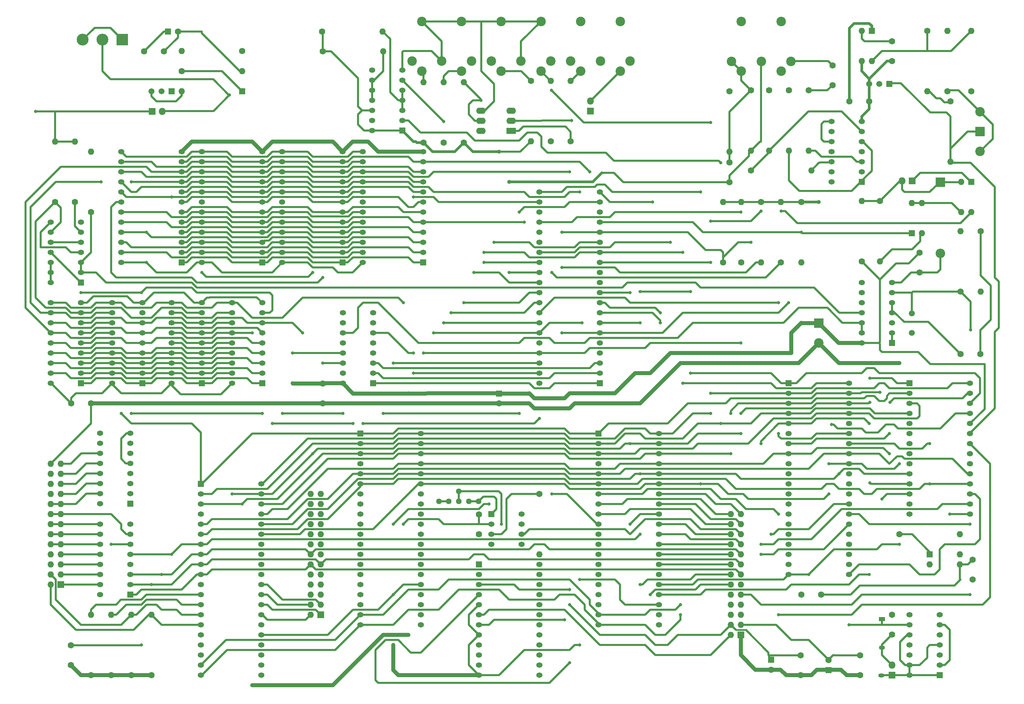
<source format=gbr>
%TF.GenerationSoftware,KiCad,Pcbnew,7.0.1*%
%TF.CreationDate,2023-10-18T16:20:57+02:00*%
%TF.ProjectId,DLP,444c502e-6b69-4636-9164-5f7063625858,rev?*%
%TF.SameCoordinates,Original*%
%TF.FileFunction,Copper,L2,Bot*%
%TF.FilePolarity,Positive*%
%FSLAX46Y46*%
G04 Gerber Fmt 4.6, Leading zero omitted, Abs format (unit mm)*
G04 Created by KiCad (PCBNEW 7.0.1) date 2023-10-18 16:20:57*
%MOMM*%
%LPD*%
G01*
G04 APERTURE LIST*
%TA.AperFunction,ComponentPad*%
%ADD10R,1.600000X1.600000*%
%TD*%
%TA.AperFunction,ComponentPad*%
%ADD11O,1.600000X1.300000*%
%TD*%
%TA.AperFunction,ComponentPad*%
%ADD12O,1.600000X1.600000*%
%TD*%
%TA.AperFunction,ComponentPad*%
%ADD13C,1.440000*%
%TD*%
%TA.AperFunction,ComponentPad*%
%ADD14C,1.600000*%
%TD*%
%TA.AperFunction,ComponentPad*%
%ADD15R,2.400000X2.400000*%
%TD*%
%TA.AperFunction,ComponentPad*%
%ADD16O,2.400000X2.400000*%
%TD*%
%TA.AperFunction,ComponentPad*%
%ADD17C,1.500000*%
%TD*%
%TA.AperFunction,ComponentPad*%
%ADD18R,3.000000X3.000000*%
%TD*%
%TA.AperFunction,ComponentPad*%
%ADD19O,3.000000X3.000000*%
%TD*%
%TA.AperFunction,ComponentPad*%
%ADD20R,2.400000X1.600000*%
%TD*%
%TA.AperFunction,ComponentPad*%
%ADD21O,2.400000X1.600000*%
%TD*%
%TA.AperFunction,ComponentPad*%
%ADD22R,1.500000X1.500000*%
%TD*%
%TA.AperFunction,ComponentPad*%
%ADD23R,1.800000X1.800000*%
%TD*%
%TA.AperFunction,ComponentPad*%
%ADD24O,1.800000X1.800000*%
%TD*%
%TA.AperFunction,ComponentPad*%
%ADD25R,1.500000X1.050000*%
%TD*%
%TA.AperFunction,ComponentPad*%
%ADD26O,1.500000X1.050000*%
%TD*%
%TA.AperFunction,ComponentPad*%
%ADD27R,1.700000X1.700000*%
%TD*%
%TA.AperFunction,ComponentPad*%
%ADD28C,2.400000*%
%TD*%
%TA.AperFunction,ViaPad*%
%ADD29C,0.800000*%
%TD*%
%TA.AperFunction,ViaPad*%
%ADD30C,1.000000*%
%TD*%
%TA.AperFunction,Conductor*%
%ADD31C,0.500000*%
%TD*%
%TA.AperFunction,Conductor*%
%ADD32C,1.000000*%
%TD*%
%TA.AperFunction,Conductor*%
%ADD33C,0.700000*%
%TD*%
%TA.AperFunction,Conductor*%
%ADD34C,0.400000*%
%TD*%
G04 APERTURE END LIST*
D10*
%TO.P,D101,1*%
%TO.N,Net-(C109-Pad1)*%
X292100000Y-146040000D03*
D11*
%TO.P,D101,2*%
X292100000Y-143500000D03*
%TO.P,D101,3*%
%TO.N,Net-(C101-Pad1)*%
X292100000Y-140960000D03*
%TO.P,D101,4*%
%TO.N,Net-(C101-Pad2)*%
X292100000Y-138420000D03*
%TO.P,D101,5*%
X292100000Y-135880000D03*
%TO.P,D101,6*%
%TO.N,Net-(D102B-C)*%
X292100000Y-133340000D03*
%TO.P,D101,7,GND*%
%TO.N,105*%
X292100000Y-130800000D03*
%TO.P,D101,8*%
%TO.N,unconnected-(D101-Pad8)*%
X284480000Y-130800000D03*
%TO.P,D101,9*%
%TO.N,unconnected-(D101-Pad9)*%
X284480000Y-133340000D03*
%TO.P,D101,10*%
%TO.N,unconnected-(D101-Pad10)*%
X284480000Y-135880000D03*
%TO.P,D101,11*%
%TO.N,CS4*%
X284480000Y-138420000D03*
%TO.P,D101,12*%
%TO.N,Net-(D105-O4)*%
X284480000Y-140960000D03*
%TO.P,D101,13*%
X284480000Y-143500000D03*
%TO.P,D101,14,VCC*%
%TO.N,104*%
X284480000Y-146040000D03*
%TD*%
D10*
%TO.P,D102,1,~{R}*%
%TO.N,104*%
X304120000Y-229870000D03*
D11*
%TO.P,D102,2,D*%
%TO.N,Net-(D102A-D)*%
X304120000Y-227330000D03*
%TO.P,D102,3,C*%
%TO.N,Net-(D102A-C)*%
X304120000Y-224790000D03*
%TO.P,D102,4,~{S}*%
%TO.N,104*%
X304120000Y-222250000D03*
%TO.P,D102,5,Q*%
%TO.N,RxTxCB*%
X304120000Y-219710000D03*
%TO.P,D102,6,~{Q}*%
%TO.N,Net-(D102A-D)*%
X304120000Y-217170000D03*
%TO.P,D102,7,GND*%
%TO.N,105*%
X304120000Y-214630000D03*
%TO.P,D102,8,~{Q}*%
%TO.N,Net-(D102A-C)*%
X296500000Y-214630000D03*
%TO.P,D102,9,Q*%
%TO.N,CLOCK*%
X296500000Y-217170000D03*
%TO.P,D102,10,~{S}*%
%TO.N,104*%
X296500000Y-219710000D03*
%TO.P,D102,11,C*%
%TO.N,Net-(D102B-C)*%
X296500000Y-222250000D03*
%TO.P,D102,12,D*%
%TO.N,Net-(D102A-C)*%
X296500000Y-224790000D03*
%TO.P,D102,13,~{R}*%
%TO.N,104*%
X296500000Y-227330000D03*
%TO.P,D102,14,VCC*%
X296500000Y-229870000D03*
%TD*%
D10*
%TO.P,D104,1,A11*%
%TO.N,/A11*%
X218440000Y-156210000D03*
D11*
%TO.P,D104,2,A12*%
%TO.N,/A12*%
X218440000Y-153670000D03*
%TO.P,D104,3,A13*%
%TO.N,/A13*%
X218440000Y-151130000D03*
%TO.P,D104,4,A14*%
%TO.N,unconnected-(D104-A14-Pad4)*%
X218440000Y-148590000D03*
%TO.P,D104,5,A15*%
%TO.N,unconnected-(D104-A15-Pad5)*%
X218440000Y-146050000D03*
%TO.P,D104,6,~{CLK}*%
%TO.N,CLOCK*%
X218440000Y-143510000D03*
%TO.P,D104,7,D4*%
%TO.N,/D4*%
X218440000Y-140970000D03*
%TO.P,D104,8,D3*%
%TO.N,/D3*%
X218440000Y-138430000D03*
%TO.P,D104,9,D5*%
%TO.N,/D5*%
X218440000Y-135890000D03*
%TO.P,D104,10,D6*%
%TO.N,/D6*%
X218440000Y-133350000D03*
%TO.P,D104,11,VCC*%
%TO.N,104*%
X218440000Y-130810000D03*
%TO.P,D104,12,D2*%
%TO.N,/D2*%
X218440000Y-128270000D03*
%TO.P,D104,13,D7*%
%TO.N,/D7*%
X218440000Y-125730000D03*
%TO.P,D104,14,D0*%
%TO.N,/D0*%
X218440000Y-123190000D03*
%TO.P,D104,15,D1*%
%TO.N,/D1*%
X218440000Y-120650000D03*
%TO.P,D104,16,~{INT}*%
%TO.N,/INT*%
X218440000Y-118110000D03*
%TO.P,D104,17,~{NMI}*%
%TO.N,NMI_SW*%
X218440000Y-115570000D03*
%TO.P,D104,18,~{HALT}*%
%TO.N,103*%
X218440000Y-113030000D03*
%TO.P,D104,19,~{MREQ}*%
%TO.N,Net-(D104-~{MREQ})*%
X218440000Y-110490000D03*
%TO.P,D104,20,~{IORQ}*%
%TO.N,/IORQ*%
X218440000Y-107950000D03*
%TO.P,D104,21,~{RD}*%
%TO.N,/RD*%
X203200000Y-107950000D03*
%TO.P,D104,22,~{WR}*%
%TO.N,/WR*%
X203200000Y-110490000D03*
%TO.P,D104,23,~{BUSACK}*%
%TO.N,unconnected-(D104-~{BUSACK}-Pad23)*%
X203200000Y-113030000D03*
%TO.P,D104,24,~{WAIT}*%
%TO.N,Net-(D104-~{WAIT})*%
X203200000Y-115570000D03*
%TO.P,D104,25,~{BUSRQ}*%
%TO.N,Net-(D104-~{BUSRQ})*%
X203200000Y-118110000D03*
%TO.P,D104,26,~{RESET}*%
%TO.N,/RES*%
X203200000Y-120650000D03*
%TO.P,D104,27,~{M1}*%
%TO.N,/M1*%
X203200000Y-123190000D03*
%TO.P,D104,28,~{RFSH}*%
%TO.N,Net-(D104-~{RFSH})*%
X203200000Y-125730000D03*
%TO.P,D104,29,GND*%
%TO.N,105*%
X203200000Y-128270000D03*
%TO.P,D104,30,A0*%
%TO.N,/A0*%
X203200000Y-130810000D03*
%TO.P,D104,31,A1*%
%TO.N,/A1*%
X203200000Y-133350000D03*
%TO.P,D104,32,A2*%
%TO.N,/A2*%
X203200000Y-135890000D03*
%TO.P,D104,33,A3*%
%TO.N,/A3*%
X203200000Y-138430000D03*
%TO.P,D104,34,A4*%
%TO.N,/A4*%
X203200000Y-140970000D03*
%TO.P,D104,35,A5*%
%TO.N,/A5*%
X203200000Y-143510000D03*
%TO.P,D104,36,A6*%
%TO.N,/A6*%
X203200000Y-146050000D03*
%TO.P,D104,37,A7*%
%TO.N,/A7*%
X203200000Y-148590000D03*
%TO.P,D104,38,A8*%
%TO.N,/A8*%
X203200000Y-151130000D03*
%TO.P,D104,39,A9*%
%TO.N,/A9*%
X203200000Y-153670000D03*
%TO.P,D104,40,A10*%
%TO.N,/A10*%
X203200000Y-156210000D03*
%TD*%
D10*
%TO.P,D105,1,A0*%
%TO.N,/A11*%
X161290000Y-156210000D03*
D11*
%TO.P,D105,2,A1*%
%TO.N,/A12*%
X161290000Y-153670000D03*
%TO.P,D105,3,A2*%
%TO.N,/A13*%
X161290000Y-151130000D03*
%TO.P,D105,4,E1*%
%TO.N,Net-(D104-~{MREQ})*%
X161290000Y-148590000D03*
%TO.P,D105,5,E2*%
%TO.N,105*%
X161290000Y-146050000D03*
%TO.P,D105,6,E3*%
%TO.N,Net-(D104-~{RFSH})*%
X161290000Y-143510000D03*
%TO.P,D105,7,O7*%
%TO.N,CS7*%
X161290000Y-140970000D03*
%TO.P,D105,8,GND*%
%TO.N,105*%
X161290000Y-138430000D03*
%TO.P,D105,9,O6*%
%TO.N,CS6*%
X153670000Y-138430000D03*
%TO.P,D105,10,O5*%
%TO.N,CS5*%
X153670000Y-140970000D03*
%TO.P,D105,11,O4*%
%TO.N,Net-(D105-O4)*%
X153670000Y-143510000D03*
%TO.P,D105,12,O3*%
%TO.N,CS3*%
X153670000Y-146050000D03*
%TO.P,D105,13,O2*%
%TO.N,CS2*%
X153670000Y-148590000D03*
%TO.P,D105,14,O1*%
%TO.N,CS1*%
X153670000Y-151130000D03*
%TO.P,D105,15,O0*%
%TO.N,CS0*%
X153670000Y-153670000D03*
%TO.P,D105,16,VCC*%
%TO.N,104*%
X153670000Y-156210000D03*
%TD*%
D10*
%TO.P,N101,1,VCC*%
%TO.N,104*%
X312120000Y-105410000D03*
D12*
%TO.P,N101,2,IN*%
%TO.N,Net-(N101-IN)*%
X309580000Y-105410000D03*
%TO.P,N101,3,GND*%
%TO.N,105*%
X309580000Y-113030000D03*
%TO.P,N101,4,OUT*%
%TO.N,/RES*%
X312120000Y-113030000D03*
%TD*%
D13*
%TO.P,RV45,1,1*%
%TO.N,Net-(N102-NULL-Pad5)*%
X177880000Y-186015000D03*
X180380000Y-186015000D03*
%TO.P,RV45,2,2*%
%TO.N,X120A-A2*%
X182920000Y-186015000D03*
X182920000Y-183475000D03*
%TO.P,RV45,3,3*%
%TO.N,Net-(N102-NULL-Pad1)*%
X185460000Y-186015000D03*
X187880000Y-186015000D03*
%TD*%
D10*
%TO.P,D129,1,D2*%
%TO.N,/D2*%
X158120000Y-168910000D03*
D11*
%TO.P,D129,2,D7*%
%TO.N,/D7*%
X158120000Y-171450000D03*
%TO.P,D129,3,D6*%
%TO.N,/D6*%
X158120000Y-173990000D03*
%TO.P,D129,4,~{CE}*%
%TO.N,/A2*%
X158120000Y-176530000D03*
%TO.P,D129,5,C/~{D}*%
%TO.N,/A1*%
X158120000Y-179070000D03*
%TO.P,D129,6,B/~{A}*%
%TO.N,/A0*%
X158120000Y-181610000D03*
%TO.P,D129,7,PA7*%
%TO.N,X130B-B13*%
X158120000Y-184150000D03*
%TO.P,D129,8,PA6*%
%TO.N,X130B-A13*%
X158120000Y-186690000D03*
%TO.P,D129,9,PA5*%
%TO.N,X130B-B12*%
X158120000Y-189230000D03*
%TO.P,D129,10,PA4*%
%TO.N,X130B-A12*%
X158120000Y-191770000D03*
%TO.P,D129,11,GND*%
%TO.N,105*%
X158120000Y-194310000D03*
%TO.P,D129,12,PA3*%
%TO.N,X130B-B11*%
X158120000Y-196850000D03*
%TO.P,D129,13,PA2*%
%TO.N,X130B-A11*%
X158120000Y-199390000D03*
%TO.P,D129,14,PA1*%
%TO.N,X130B-B10*%
X158120000Y-201930000D03*
%TO.P,D129,15,PA0*%
%TO.N,X130B-A10*%
X158120000Y-204470000D03*
%TO.P,D129,16,~{ASTB}*%
%TO.N,unconnected-(D129-~{ASTB}-Pad16)*%
X158120000Y-207010000D03*
%TO.P,D129,17,~{BSTB}*%
%TO.N,unconnected-(D129-~{BSTB}-Pad17)*%
X158120000Y-209550000D03*
%TO.P,D129,18,ARDY*%
%TO.N,unconnected-(D129-ARDY-Pad18)*%
X158120000Y-212090000D03*
%TO.P,D129,19,D0*%
%TO.N,/D0*%
X158120000Y-214630000D03*
%TO.P,D129,20,D1*%
%TO.N,/D1*%
X158120000Y-217170000D03*
%TO.P,D129,21,BRDY*%
%TO.N,unconnected-(D129-BRDY-Pad21)*%
X173360000Y-217170000D03*
%TO.P,D129,22,IEO*%
%TO.N,unconnected-(D129-IEO-Pad22)*%
X173360000Y-214630000D03*
%TO.P,D129,23,~{INT}*%
%TO.N,unconnected-(D129-~{INT}-Pad23)*%
X173360000Y-212090000D03*
%TO.P,D129,24,IEI*%
%TO.N,unconnected-(D129-IEI-Pad24)*%
X173360000Y-209550000D03*
%TO.P,D129,25,CLK*%
%TO.N,CLOCK*%
X173360000Y-207010000D03*
%TO.P,D129,26,VCC*%
%TO.N,104*%
X173360000Y-204470000D03*
%TO.P,D129,27,PB0*%
%TO.N,Net-(D129-PB0)*%
X173360000Y-201930000D03*
%TO.P,D129,28,PB1*%
%TO.N,Net-(D129-PB1)*%
X173360000Y-199390000D03*
%TO.P,D129,29,PB2*%
%TO.N,Net-(D129-PB2)*%
X173360000Y-196850000D03*
%TO.P,D129,30,PB3*%
%TO.N,Net-(D129-PB3)*%
X173360000Y-194310000D03*
%TO.P,D129,31,PB4*%
%TO.N,Net-(D129-PB4)*%
X173360000Y-191770000D03*
%TO.P,D129,32,PB5*%
%TO.N,Net-(D129-PB5)*%
X173360000Y-189230000D03*
%TO.P,D129,33,PB6*%
%TO.N,Net-(D129-PB6)*%
X173360000Y-186690000D03*
%TO.P,D129,34,PB7*%
%TO.N,Net-(D129-PB7)*%
X173360000Y-184150000D03*
%TO.P,D129,35,~{RD}*%
%TO.N,/RD*%
X173360000Y-181610000D03*
%TO.P,D129,36,~{IORQ}*%
%TO.N,/IORQ*%
X173360000Y-179070000D03*
%TO.P,D129,37,~{M1}*%
%TO.N,/M1*%
X173360000Y-176530000D03*
%TO.P,D129,38,D5*%
%TO.N,/D5*%
X173360000Y-173990000D03*
%TO.P,D129,39,D4*%
%TO.N,/D4*%
X173360000Y-171450000D03*
%TO.P,D129,40,D3*%
%TO.N,/D3*%
X173360000Y-168910000D03*
%TD*%
D10*
%TO.P,D130,1,D2*%
%TO.N,/D2*%
X218120000Y-168910000D03*
D11*
%TO.P,D130,2,D7*%
%TO.N,/D7*%
X218120000Y-171450000D03*
%TO.P,D130,3,D6*%
%TO.N,/D6*%
X218120000Y-173990000D03*
%TO.P,D130,4,~{CE}*%
%TO.N,/A5*%
X218120000Y-176530000D03*
%TO.P,D130,5,C/~{D}*%
%TO.N,/A1*%
X218120000Y-179070000D03*
%TO.P,D130,6,B/~{A}*%
%TO.N,/A0*%
X218120000Y-181610000D03*
%TO.P,D130,7,PA7*%
%TO.N,MBI*%
X218120000Y-184150000D03*
%TO.P,D130,8,PA6*%
%TO.N,X120A-B13*%
X218120000Y-186690000D03*
%TO.P,D130,9,PA5*%
%TO.N,X120A-B12*%
X218120000Y-189230000D03*
%TO.P,D130,10,PA4*%
%TO.N,Net-(D130-PA4)*%
X218120000Y-191770000D03*
%TO.P,D130,11,GND*%
%TO.N,105*%
X218120000Y-194310000D03*
%TO.P,D130,12,PA3*%
%TO.N,unconnected-(D130-PA3-Pad12)*%
X218120000Y-196850000D03*
%TO.P,D130,13,PA2*%
%TO.N,unconnected-(D130-PA2-Pad13)*%
X218120000Y-199390000D03*
%TO.P,D130,14,PA1*%
%TO.N,X120A-B4*%
X218120000Y-201930000D03*
%TO.P,D130,15,PA0*%
%TO.N,X120A-B3*%
X218120000Y-204470000D03*
%TO.P,D130,16,~{ASTB}*%
%TO.N,unconnected-(D130-~{ASTB}-Pad16)*%
X218120000Y-207010000D03*
%TO.P,D130,17,~{BSTB}*%
%TO.N,unconnected-(D130-~{BSTB}-Pad17)*%
X218120000Y-209550000D03*
%TO.P,D130,18,ARDY*%
%TO.N,unconnected-(D130-ARDY-Pad18)*%
X218120000Y-212090000D03*
%TO.P,D130,19,D0*%
%TO.N,/D0*%
X218120000Y-214630000D03*
%TO.P,D130,20,D1*%
%TO.N,/D1*%
X218120000Y-217170000D03*
%TO.P,D130,21,BRDY*%
%TO.N,unconnected-(D130-BRDY-Pad21)*%
X233360000Y-217170000D03*
%TO.P,D130,22,IEO*%
%TO.N,unconnected-(D130-IEO-Pad22)*%
X233360000Y-214630000D03*
%TO.P,D130,23,~{INT}*%
%TO.N,/INT*%
X233360000Y-212090000D03*
%TO.P,D130,24,IEI*%
%TO.N,/I2*%
X233360000Y-209550000D03*
%TO.P,D130,25,CLK*%
%TO.N,CLOCK*%
X233360000Y-207010000D03*
%TO.P,D130,26,VCC*%
%TO.N,104*%
X233360000Y-204470000D03*
%TO.P,D130,27,PB0*%
%TO.N,X120A-B8*%
X233360000Y-201930000D03*
%TO.P,D130,28,PB1*%
%TO.N,X120A-B9*%
X233360000Y-199390000D03*
%TO.P,D130,29,PB2*%
%TO.N,X120A-B10*%
X233360000Y-196850000D03*
%TO.P,D130,30,PB3*%
%TO.N,X120A-A10*%
X233360000Y-194310000D03*
%TO.P,D130,31,PB4*%
%TO.N,X120A-B11*%
X233360000Y-191770000D03*
%TO.P,D130,32,PB5*%
%TO.N,X120A-B7*%
X233360000Y-189230000D03*
%TO.P,D130,33,PB6*%
%TO.N,X120A-A12*%
X233360000Y-186690000D03*
%TO.P,D130,34,PB7*%
%TO.N,X120A-A13*%
X233360000Y-184150000D03*
%TO.P,D130,35,~{RD}*%
%TO.N,/RD*%
X233360000Y-181610000D03*
%TO.P,D130,36,~{IORQ}*%
%TO.N,/IORQ*%
X233360000Y-179070000D03*
%TO.P,D130,37,~{M1}*%
%TO.N,/M1*%
X233360000Y-176530000D03*
%TO.P,D130,38,D5*%
%TO.N,/D5*%
X233360000Y-173990000D03*
%TO.P,D130,39,D4*%
%TO.N,/D4*%
X233360000Y-171450000D03*
%TO.P,D130,40,D3*%
%TO.N,/D3*%
X233360000Y-168910000D03*
%TD*%
D10*
%TO.P,D122,1,D2*%
%TO.N,/D2*%
X117880000Y-181610000D03*
D11*
%TO.P,D122,2,D7*%
%TO.N,/D7*%
X117880000Y-184150000D03*
%TO.P,D122,3,D6*%
%TO.N,/D6*%
X117880000Y-186690000D03*
%TO.P,D122,4,~{CE}*%
%TO.N,/A6*%
X117880000Y-189230000D03*
%TO.P,D122,5,C/~{D}*%
%TO.N,/A1*%
X117880000Y-191770000D03*
%TO.P,D122,6,B/~{A}*%
%TO.N,/A0*%
X117880000Y-194310000D03*
%TO.P,D122,7,PA7*%
%TO.N,X120A-B6*%
X117880000Y-196850000D03*
%TO.P,D122,8,PA6*%
%TO.N,X120A-A9*%
X117880000Y-199390000D03*
%TO.P,D122,9,PA5*%
%TO.N,X120A-A8*%
X117880000Y-201930000D03*
%TO.P,D122,10,PA4*%
%TO.N,X120A-A7*%
X117880000Y-204470000D03*
%TO.P,D122,11,GND*%
%TO.N,105*%
X117880000Y-207010000D03*
%TO.P,D122,12,PA3*%
%TO.N,X160M-B4*%
X117880000Y-209550000D03*
%TO.P,D122,13,PA2*%
%TO.N,X160M-B3*%
X117880000Y-212090000D03*
%TO.P,D122,14,PA1*%
%TO.N,X160M-B2*%
X117880000Y-214630000D03*
%TO.P,D122,15,PA0*%
%TO.N,X160M-B1*%
X117880000Y-217170000D03*
%TO.P,D122,16,~{ASTB}*%
%TO.N,unconnected-(D122-~{ASTB}-Pad16)*%
X117880000Y-219710000D03*
%TO.P,D122,17,~{BSTB}*%
%TO.N,unconnected-(D122-~{BSTB}-Pad17)*%
X117880000Y-222250000D03*
%TO.P,D122,18,ARDY*%
%TO.N,unconnected-(D122-ARDY-Pad18)*%
X117880000Y-224790000D03*
%TO.P,D122,19,D0*%
%TO.N,/D0*%
X117880000Y-227330000D03*
%TO.P,D122,20,D1*%
%TO.N,/D1*%
X117880000Y-229870000D03*
%TO.P,D122,21,BRDY*%
%TO.N,unconnected-(D122-BRDY-Pad21)*%
X133120000Y-229870000D03*
%TO.P,D122,22,IEO*%
%TO.N,unconnected-(D122-IEO-Pad22)*%
X133120000Y-227330000D03*
%TO.P,D122,23,~{INT}*%
%TO.N,unconnected-(D122-~{INT}-Pad23)*%
X133120000Y-224790000D03*
%TO.P,D122,24,IEI*%
%TO.N,unconnected-(D122-IEI-Pad24)*%
X133120000Y-222250000D03*
%TO.P,D122,25,CLK*%
%TO.N,CLOCK*%
X133120000Y-219710000D03*
%TO.P,D122,26,VCC*%
%TO.N,104*%
X133120000Y-217170000D03*
%TO.P,D122,27,PB0*%
%TO.N,X130B-B1*%
X133120000Y-214630000D03*
%TO.P,D122,28,PB1*%
%TO.N,X130B-A1*%
X133120000Y-212090000D03*
%TO.P,D122,29,PB2*%
%TO.N,X130B-B2*%
X133120000Y-209550000D03*
%TO.P,D122,30,PB3*%
%TO.N,X130B-A2*%
X133120000Y-207010000D03*
%TO.P,D122,31,PB4*%
%TO.N,U0*%
X133120000Y-204470000D03*
%TO.P,D122,32,PB5*%
%TO.N,U1*%
X133120000Y-201930000D03*
%TO.P,D122,33,PB6*%
%TO.N,U2*%
X133120000Y-199390000D03*
%TO.P,D122,34,PB7*%
%TO.N,U3*%
X133120000Y-196850000D03*
%TO.P,D122,35,~{RD}*%
%TO.N,/RD*%
X133120000Y-194310000D03*
%TO.P,D122,36,~{IORQ}*%
%TO.N,/IORQ*%
X133120000Y-191770000D03*
%TO.P,D122,37,~{M1}*%
%TO.N,/M1*%
X133120000Y-189230000D03*
%TO.P,D122,38,D5*%
%TO.N,/D5*%
X133120000Y-186690000D03*
%TO.P,D122,39,D4*%
%TO.N,/D4*%
X133120000Y-184150000D03*
%TO.P,D122,40,D3*%
%TO.N,/D3*%
X133120000Y-181610000D03*
%TD*%
D10*
%TO.P,D114,1,A6*%
%TO.N,/A6*%
X118110000Y-156210000D03*
D11*
%TO.P,D114,2,A5*%
%TO.N,/A5*%
X118110000Y-153670000D03*
%TO.P,D114,3,A4*%
%TO.N,/A4*%
X118110000Y-151130000D03*
%TO.P,D114,4,A3*%
%TO.N,/A3*%
X118110000Y-148590000D03*
%TO.P,D114,5,A2*%
%TO.N,/A2*%
X118110000Y-146050000D03*
%TO.P,D114,6,A1*%
%TO.N,/A1*%
X118110000Y-143510000D03*
%TO.P,D114,7,A0*%
%TO.N,/A0*%
X118110000Y-140970000D03*
%TO.P,D114,8,~{CS}*%
%TO.N,Net-(D112-~{CS})*%
X118110000Y-138430000D03*
%TO.P,D114,9,GND*%
%TO.N,105*%
X118110000Y-135890000D03*
%TO.P,D114,10,~{WE}*%
%TO.N,/WR*%
X110490000Y-135890000D03*
%TO.P,D114,11,D3/7*%
%TO.N,/D7*%
X110490000Y-138430000D03*
%TO.P,D114,12,D2/6*%
%TO.N,/D6*%
X110490000Y-140970000D03*
%TO.P,D114,13,D1/5*%
%TO.N,/D5*%
X110490000Y-143510000D03*
%TO.P,D114,14,D0/4*%
%TO.N,/D4*%
X110490000Y-146050000D03*
%TO.P,D114,15,A9*%
%TO.N,/A9*%
X110490000Y-148590000D03*
%TO.P,D114,16,A8*%
%TO.N,/A8*%
X110490000Y-151130000D03*
%TO.P,D114,17,A7*%
%TO.N,/A7*%
X110490000Y-153670000D03*
%TO.P,D114,18,VCC*%
%TO.N,Net-(D112-VCC)*%
X110490000Y-156210000D03*
%TD*%
D10*
%TO.P,D112,1,A6*%
%TO.N,/A6*%
X87630000Y-156210000D03*
D11*
%TO.P,D112,2,A5*%
%TO.N,/A5*%
X87630000Y-153670000D03*
%TO.P,D112,3,A4*%
%TO.N,/A4*%
X87630000Y-151130000D03*
%TO.P,D112,4,A3*%
%TO.N,/A3*%
X87630000Y-148590000D03*
%TO.P,D112,5,A2*%
%TO.N,/A2*%
X87630000Y-146050000D03*
%TO.P,D112,6,A1*%
%TO.N,/A1*%
X87630000Y-143510000D03*
%TO.P,D112,7,A0*%
%TO.N,/A0*%
X87630000Y-140970000D03*
%TO.P,D112,8,~{CS}*%
%TO.N,Net-(D112-~{CS})*%
X87630000Y-138430000D03*
%TO.P,D112,9,GND*%
%TO.N,105*%
X87630000Y-135890000D03*
%TO.P,D112,10,~{WE}*%
%TO.N,/WR*%
X80010000Y-135890000D03*
%TO.P,D112,11,D3/7*%
%TO.N,/D3*%
X80010000Y-138430000D03*
%TO.P,D112,12,D2/6*%
%TO.N,/D2*%
X80010000Y-140970000D03*
%TO.P,D112,13,D1/5*%
%TO.N,/D1*%
X80010000Y-143510000D03*
%TO.P,D112,14,D0/4*%
%TO.N,/D0*%
X80010000Y-146050000D03*
%TO.P,D112,15,A9*%
%TO.N,/A9*%
X80010000Y-148590000D03*
%TO.P,D112,16,A8*%
%TO.N,/A8*%
X80010000Y-151130000D03*
%TO.P,D112,17,A7*%
%TO.N,/A7*%
X80010000Y-153670000D03*
%TO.P,D112,18,VCC*%
%TO.N,Net-(D112-VCC)*%
X80010000Y-156210000D03*
%TD*%
D10*
%TO.P,D115,1,A6*%
%TO.N,/A6*%
X133350000Y-156210000D03*
D11*
%TO.P,D115,2,A5*%
%TO.N,/A5*%
X133350000Y-153670000D03*
%TO.P,D115,3,A4*%
%TO.N,/A4*%
X133350000Y-151130000D03*
%TO.P,D115,4,A3*%
%TO.N,/A3*%
X133350000Y-148590000D03*
%TO.P,D115,5,A2*%
%TO.N,/A2*%
X133350000Y-146050000D03*
%TO.P,D115,6,A1*%
%TO.N,/A1*%
X133350000Y-143510000D03*
%TO.P,D115,7,A0*%
%TO.N,/A0*%
X133350000Y-140970000D03*
%TO.P,D115,8,~{CS}*%
%TO.N,Net-(D113-~{CS})*%
X133350000Y-138430000D03*
%TO.P,D115,9,GND*%
%TO.N,105*%
X133350000Y-135890000D03*
%TO.P,D115,10,~{WE}*%
%TO.N,/WR*%
X125730000Y-135890000D03*
%TO.P,D115,11,D3/7*%
%TO.N,/D7*%
X125730000Y-138430000D03*
%TO.P,D115,12,D2/6*%
%TO.N,/D6*%
X125730000Y-140970000D03*
%TO.P,D115,13,D1/5*%
%TO.N,/D5*%
X125730000Y-143510000D03*
%TO.P,D115,14,D0/4*%
%TO.N,/D4*%
X125730000Y-146050000D03*
%TO.P,D115,15,A9*%
%TO.N,/A9*%
X125730000Y-148590000D03*
%TO.P,D115,16,A8*%
%TO.N,/A8*%
X125730000Y-151130000D03*
%TO.P,D115,17,A7*%
%TO.N,/A7*%
X125730000Y-153670000D03*
%TO.P,D115,18,VCC*%
%TO.N,Net-(D112-VCC)*%
X125730000Y-156210000D03*
%TD*%
D10*
%TO.P,D113,1,A6*%
%TO.N,/A6*%
X103120000Y-156210000D03*
D11*
%TO.P,D113,2,A5*%
%TO.N,/A5*%
X103120000Y-153670000D03*
%TO.P,D113,3,A4*%
%TO.N,/A4*%
X103120000Y-151130000D03*
%TO.P,D113,4,A3*%
%TO.N,/A3*%
X103120000Y-148590000D03*
%TO.P,D113,5,A2*%
%TO.N,/A2*%
X103120000Y-146050000D03*
%TO.P,D113,6,A1*%
%TO.N,/A1*%
X103120000Y-143510000D03*
%TO.P,D113,7,A0*%
%TO.N,/A0*%
X103120000Y-140970000D03*
%TO.P,D113,8,~{CS}*%
%TO.N,Net-(D113-~{CS})*%
X103120000Y-138430000D03*
%TO.P,D113,9,GND*%
%TO.N,105*%
X103120000Y-135890000D03*
%TO.P,D113,10,~{WE}*%
%TO.N,/WR*%
X95500000Y-135890000D03*
%TO.P,D113,11,D3/7*%
%TO.N,/D3*%
X95500000Y-138430000D03*
%TO.P,D113,12,D2/6*%
%TO.N,/D2*%
X95500000Y-140970000D03*
%TO.P,D113,13,D1/5*%
%TO.N,/D1*%
X95500000Y-143510000D03*
%TO.P,D113,14,D0/4*%
%TO.N,/D0*%
X95500000Y-146050000D03*
%TO.P,D113,15,A9*%
%TO.N,/A9*%
X95500000Y-148590000D03*
%TO.P,D113,16,A8*%
%TO.N,/A8*%
X95500000Y-151130000D03*
%TO.P,D113,17,A7*%
%TO.N,/A7*%
X95500000Y-153670000D03*
%TO.P,D113,18,VCC*%
%TO.N,Net-(D112-VCC)*%
X95500000Y-156210000D03*
%TD*%
D10*
%TO.P,D117,1*%
%TO.N,/A10*%
X87630000Y-130810000D03*
D11*
%TO.P,D117,2*%
%TO.N,CS4*%
X87630000Y-128270000D03*
%TO.P,D117,3*%
X87630000Y-125730000D03*
%TO.P,D117,4*%
%TO.N,Net-(D1-K)*%
X87630000Y-123190000D03*
%TO.P,D117,5*%
%TO.N,Net-(D117-Pad10)*%
X87630000Y-120650000D03*
%TO.P,D117,6*%
%TO.N,Net-(D113-~{CS})*%
X87630000Y-118110000D03*
%TO.P,D117,7,VSS*%
%TO.N,105*%
X87630000Y-115570000D03*
%TO.P,D117,8*%
%TO.N,Net-(D1-K)*%
X80010000Y-115570000D03*
%TO.P,D117,9*%
%TO.N,Net-(D112-~{CS})*%
X80010000Y-118110000D03*
%TO.P,D117,10*%
%TO.N,Net-(D117-Pad10)*%
X80010000Y-120650000D03*
%TO.P,D117,11*%
%TO.N,/A10*%
X80010000Y-123190000D03*
%TO.P,D117,12*%
%TO.N,Net-(D112-VCC)*%
X80010000Y-125730000D03*
%TO.P,D117,13*%
X80010000Y-128270000D03*
%TO.P,D117,14,VDD*%
X80010000Y-130810000D03*
%TD*%
D10*
%TO.P,D116,1,D4*%
%TO.N,/D4*%
X296545000Y-156210000D03*
D11*
%TO.P,D116,2,D5*%
%TO.N,/D5*%
X296545000Y-158750000D03*
%TO.P,D116,3,D6*%
%TO.N,/D6*%
X296545000Y-161290000D03*
%TO.P,D116,4,D7*%
%TO.N,/D7*%
X296545000Y-163830000D03*
%TO.P,D116,5,GND*%
%TO.N,105*%
X296545000Y-166370000D03*
%TO.P,D116,6,~{RD}*%
%TO.N,/RD*%
X296545000Y-168910000D03*
%TO.P,D116,7*%
%TO.N,N/C*%
X296545000Y-171450000D03*
%TO.P,D116,8*%
X296545000Y-173990000D03*
%TO.P,D116,9*%
X296545000Y-176530000D03*
%TO.P,D116,10,~{IORQ}*%
%TO.N,/IORQ*%
X296545000Y-179070000D03*
%TO.P,D116,11,IEO*%
%TO.N,/I2*%
X296545000Y-181610000D03*
%TO.P,D116,12,~{INT}*%
%TO.N,/INT*%
X296545000Y-184150000D03*
%TO.P,D116,13,IEI*%
%TO.N,/I1*%
X296545000Y-186690000D03*
%TO.P,D116,14,~{M1}*%
%TO.N,/M1*%
X296545000Y-189230000D03*
%TO.P,D116,15,CP*%
%TO.N,CLOCK*%
X311785000Y-189230000D03*
%TO.P,D116,16,~{CE}*%
%TO.N,/A7*%
X311785000Y-186690000D03*
%TO.P,D116,17,~{RES}*%
%TO.N,/RES*%
X311785000Y-184150000D03*
%TO.P,D116,18,KS0*%
%TO.N,/A0*%
X311785000Y-181610000D03*
%TO.P,D116,19,KS1*%
%TO.N,/A1*%
X311785000Y-179070000D03*
%TO.P,D116,20,C3*%
%TO.N,unconnected-(D116-C3-Pad20)*%
X311785000Y-176530000D03*
%TO.P,D116,21,C2*%
%TO.N,/KAL*%
X311785000Y-173990000D03*
%TO.P,D116,22,C1*%
%TO.N,MBI*%
X311785000Y-171450000D03*
%TO.P,D116,23,C0*%
%TO.N,110*%
X311785000Y-168910000D03*
%TO.P,D116,24,VCC*%
%TO.N,104*%
X311785000Y-166370000D03*
%TO.P,D116,25,D0*%
%TO.N,/D0*%
X311785000Y-163830000D03*
%TO.P,D116,26,D1*%
%TO.N,/D1*%
X311785000Y-161290000D03*
%TO.P,D116,27,D2*%
%TO.N,/D2*%
X311785000Y-158750000D03*
%TO.P,D116,28,D3*%
%TO.N,/D3*%
X311785000Y-156210000D03*
%TD*%
D10*
%TO.P,N105,1,VCC*%
%TO.N,104*%
X301625000Y-199390000D03*
D12*
%TO.P,N105,2,IN*%
%TO.N,X120A-A5*%
X301625000Y-201930000D03*
%TO.P,N105,3,GND*%
%TO.N,105*%
X309245000Y-201930000D03*
%TO.P,N105,4,OUT*%
%TO.N,/KAL*%
X309245000Y-199390000D03*
%TD*%
D10*
%TO.P,N102,1,NULL*%
%TO.N,Net-(N102-NULL-Pad1)*%
X191145000Y-189230000D03*
D11*
%TO.P,N102,2,-*%
%TO.N,Net-(N102--)*%
X191145000Y-191770000D03*
%TO.P,N102,3,+*%
%TO.N,Net-(N102-+)*%
X191145000Y-194310000D03*
%TO.P,N102,4,V-*%
%TO.N,X120A-A2*%
X191145000Y-196850000D03*
%TO.P,N102,5,NULL*%
%TO.N,Net-(N102-NULL-Pad5)*%
X198765000Y-196850000D03*
%TO.P,N102,6*%
%TO.N,X120A-A11*%
X198765000Y-194310000D03*
%TO.P,N102,7,V+*%
%TO.N,X120A-B2*%
X198765000Y-191770000D03*
%TO.P,N102,8,NC*%
%TO.N,unconnected-(N102-NC-Pad8)*%
X198765000Y-189230000D03*
%TD*%
D14*
%TO.P,C105,1*%
%TO.N,104*%
X299120000Y-123270000D03*
%TO.P,C105,2*%
%TO.N,105*%
X299120000Y-128270000D03*
%TD*%
%TO.P,C101,1*%
%TO.N,Net-(C101-Pad1)*%
X314372000Y-148844000D03*
%TO.P,C101,2*%
%TO.N,Net-(C101-Pad2)*%
X309372000Y-148844000D03*
%TD*%
D15*
%TO.P,C102,1*%
%TO.N,Net-(N101-IN)*%
X304292000Y-105444000D03*
D16*
%TO.P,C102,2*%
%TO.N,105*%
X304292000Y-123444000D03*
%TD*%
D10*
%TO.P,C103,1*%
%TO.N,104*%
X193040000Y-158790000D03*
D14*
%TO.P,C103,2*%
%TO.N,105*%
X193040000Y-161290000D03*
%TD*%
%TO.P,C104,1*%
%TO.N,Net-(V104-A)*%
X292100000Y-219630000D03*
%TO.P,C104,2*%
%TO.N,Net-(D102A-C)*%
X292100000Y-214630000D03*
%TD*%
D17*
%TO.P,C109,1,1*%
%TO.N,Net-(C109-Pad1)*%
X297120000Y-143500000D03*
%TO.P,C109,2,2*%
%TO.N,Net-(D102B-C)*%
X297120000Y-138620000D03*
%TD*%
D14*
%TO.P,C110,1*%
%TO.N,105*%
X108620000Y-72500000D03*
%TO.P,C110,2*%
%TO.N,Net-(D112-VCC)*%
X103620000Y-72500000D03*
%TD*%
D10*
%TO.P,C111,1*%
%TO.N,Net-(D112-VCC)*%
X109620000Y-67500000D03*
D14*
%TO.P,C111,2*%
%TO.N,105*%
X112120000Y-67500000D03*
%TD*%
%TO.P,C114,1*%
%TO.N,105*%
X274280000Y-209500000D03*
%TO.P,C114,2*%
%TO.N,104*%
X269280000Y-209500000D03*
%TD*%
%TO.P,C130,1*%
%TO.N,105*%
X85120000Y-222330000D03*
%TO.P,C130,2*%
%TO.N,104*%
X85120000Y-227330000D03*
%TD*%
%TO.P,C132,1*%
%TO.N,105*%
X90170000Y-161290000D03*
%TO.P,C132,2*%
%TO.N,Net-(D112-VCC)*%
X85170000Y-161290000D03*
%TD*%
%TO.P,C134,1*%
%TO.N,105*%
X292100000Y-74890000D03*
%TO.P,C134,2*%
%TO.N,Net-(N103-IN)*%
X292100000Y-69890000D03*
%TD*%
D10*
%TO.P,C142,1*%
%TO.N,X120A-B2*%
X261620000Y-226000000D03*
D14*
%TO.P,C142,2*%
%TO.N,105*%
X261620000Y-228500000D03*
%TD*%
%TO.P,C143,1*%
%TO.N,105*%
X269120000Y-229830000D03*
%TO.P,C143,2*%
%TO.N,X120A-B2*%
X269120000Y-224830000D03*
%TD*%
D10*
%TO.P,C144,1*%
%TO.N,105*%
X276120000Y-228560000D03*
D14*
%TO.P,C144,2*%
%TO.N,X120A-A2*%
X276120000Y-226060000D03*
%TD*%
%TO.P,C145,1*%
%TO.N,X120A-A2*%
X284120000Y-224830000D03*
%TO.P,C145,2*%
%TO.N,105*%
X284120000Y-229830000D03*
%TD*%
%TO.P,C146,1*%
%TO.N,Net-(C146-Pad1)*%
X251120000Y-100500000D03*
%TO.P,C146,2*%
%TO.N,105*%
X251120000Y-105500000D03*
%TD*%
%TO.P,C147,1*%
%TO.N,Net-(C147-Pad1)*%
X277120000Y-76000000D03*
%TO.P,C147,2*%
%TO.N,Net-(C147-Pad2)*%
X277120000Y-81000000D03*
%TD*%
%TO.P,C148,1*%
%TO.N,104*%
X281385000Y-85090000D03*
%TO.P,C148,2*%
%TO.N,105*%
X286385000Y-85090000D03*
%TD*%
%TO.P,C149,1*%
%TO.N,105*%
X312420000Y-200740000D03*
%TO.P,C149,2*%
%TO.N,X120A-A5*%
X312420000Y-205740000D03*
%TD*%
%TO.P,C150,1*%
%TO.N,Net-(N102--)*%
X187960000Y-189270000D03*
%TO.P,C150,2*%
%TO.N,X120A-A11*%
X187960000Y-194270000D03*
%TD*%
D10*
%TO.P,D1,1,K*%
%TO.N,Net-(D1-K)*%
X128270000Y-82550000D03*
D12*
%TO.P,D1,2,A*%
%TO.N,104*%
X113030000Y-82550000D03*
%TD*%
D10*
%TO.P,D123,1,A0*%
%TO.N,X120A-A7*%
X100120000Y-186580000D03*
D11*
%TO.P,D123,2,A1*%
%TO.N,X120A-A8*%
X100120000Y-184040000D03*
%TO.P,D123,3,A2*%
%TO.N,X120A-A9*%
X100120000Y-181500000D03*
%TO.P,D123,4,E1*%
%TO.N,105*%
X100120000Y-178960000D03*
%TO.P,D123,5,E2*%
X100120000Y-176420000D03*
%TO.P,D123,6,E3*%
%TO.N,X120A-B6*%
X100120000Y-173880000D03*
%TO.P,D123,7,O7*%
%TO.N,X160M-B12*%
X100120000Y-171340000D03*
%TO.P,D123,8,GND*%
%TO.N,105*%
X100120000Y-168800000D03*
%TO.P,D123,9,O6*%
%TO.N,X160M-B11*%
X92500000Y-168800000D03*
%TO.P,D123,10,O5*%
%TO.N,X160M-B10*%
X92500000Y-171340000D03*
%TO.P,D123,11,O4*%
%TO.N,X160M-A13*%
X92500000Y-173880000D03*
%TO.P,D123,12,O3*%
%TO.N,X160M-A12*%
X92500000Y-176420000D03*
%TO.P,D123,13,O2*%
%TO.N,X160M-A11*%
X92500000Y-178960000D03*
%TO.P,D123,14,O1*%
%TO.N,X160M-A10*%
X92500000Y-181500000D03*
%TO.P,D123,15,O0*%
%TO.N,X160M-A9*%
X92500000Y-184040000D03*
%TO.P,D123,16,VCC*%
%TO.N,104*%
X92500000Y-186580000D03*
%TD*%
D10*
%TO.P,D124,1,A0*%
%TO.N,X120A-A7*%
X100120000Y-209550000D03*
D11*
%TO.P,D124,2,A1*%
%TO.N,X120A-A8*%
X100120000Y-207010000D03*
%TO.P,D124,3,A2*%
%TO.N,X120A-A9*%
X100120000Y-204470000D03*
%TO.P,D124,4,E1*%
%TO.N,105*%
X100120000Y-201930000D03*
%TO.P,D124,5,E2*%
%TO.N,X120A-B6*%
X100120000Y-199390000D03*
%TO.P,D124,6,E3*%
%TO.N,104*%
X100120000Y-196850000D03*
%TO.P,D124,7,O7*%
%TO.N,X160M-A8*%
X100120000Y-194310000D03*
%TO.P,D124,8,GND*%
%TO.N,105*%
X100120000Y-191770000D03*
%TO.P,D124,9,O6*%
%TO.N,X160M-A7*%
X92500000Y-191770000D03*
%TO.P,D124,10,O5*%
%TO.N,X160M-A6*%
X92500000Y-194310000D03*
%TO.P,D124,11,O4*%
%TO.N,X160M-A5*%
X92500000Y-196850000D03*
%TO.P,D124,12,O3*%
%TO.N,X160M-A4*%
X92500000Y-199390000D03*
%TO.P,D124,13,O2*%
%TO.N,X160M-A3*%
X92500000Y-201930000D03*
%TO.P,D124,14,O1*%
%TO.N,X160M-A2*%
X92500000Y-204470000D03*
%TO.P,D124,15,O0*%
%TO.N,X160M-A1*%
X92500000Y-207010000D03*
%TO.P,D124,16,VCC*%
%TO.N,104*%
X92500000Y-209550000D03*
%TD*%
D10*
%TO.P,D125,1,D1*%
%TO.N,/D1*%
X266065000Y-156210000D03*
D11*
%TO.P,D125,2,D3*%
%TO.N,/D3*%
X266065000Y-158750000D03*
%TO.P,D125,3,D5*%
%TO.N,/D5*%
X266065000Y-161290000D03*
%TO.P,D125,4,D7*%
%TO.N,/D7*%
X266065000Y-163830000D03*
%TO.P,D125,5,~{INT}*%
%TO.N,/INT*%
X266065000Y-166370000D03*
%TO.P,D125,6,IEI*%
%TO.N,104*%
X266065000Y-168910000D03*
%TO.P,D125,7,IEO*%
%TO.N,/I1*%
X266065000Y-171450000D03*
%TO.P,D125,8,~{M1}*%
%TO.N,/M1*%
X266065000Y-173990000D03*
%TO.P,D125,9,VCC*%
%TO.N,104*%
X266065000Y-176530000D03*
%TO.P,D125,10,~{W/RDYA}*%
%TO.N,unconnected-(D125-~{W{slash}RDYA}-Pad10)*%
X266065000Y-179070000D03*
%TO.P,D125,11,~{SYNCA}*%
%TO.N,unconnected-(D125-~{SYNCA}-Pad11)*%
X266065000Y-181610000D03*
%TO.P,D125,12,RxDA*%
%TO.N,unconnected-(D125-RxDA-Pad12)*%
X266065000Y-184150000D03*
%TO.P,D125,13,~{RxCA}*%
%TO.N,unconnected-(D125-~{RxCA}-Pad13)*%
X266065000Y-186690000D03*
%TO.P,D125,14,~{TxCA}*%
%TO.N,unconnected-(D125-~{TxCA}-Pad14)*%
X266065000Y-189230000D03*
%TO.P,D125,15,TxDA*%
%TO.N,unconnected-(D125-TxDA-Pad15)*%
X266065000Y-191770000D03*
%TO.P,D125,16,~{DTRA}*%
%TO.N,unconnected-(D125-~{DTRA}-Pad16)*%
X266065000Y-194310000D03*
%TO.P,D125,17,~{RTSA}*%
%TO.N,unconnected-(D125-~{RTSA}-Pad17)*%
X266065000Y-196850000D03*
%TO.P,D125,18,~{CTSA}*%
%TO.N,unconnected-(D125-~{CTSA}-Pad18)*%
X266065000Y-199390000D03*
%TO.P,D125,19,~{DCDA}*%
%TO.N,unconnected-(D125-~{DCDA}-Pad19)*%
X266065000Y-201930000D03*
%TO.P,D125,20,CLK*%
%TO.N,CLOCK*%
X266065000Y-204470000D03*
%TO.P,D125,21,~{RES}*%
%TO.N,/RES*%
X281305000Y-204470000D03*
%TO.P,D125,22,~{DCDB}*%
%TO.N,unconnected-(D125-~{DCDB}-Pad22)*%
X281305000Y-201930000D03*
%TO.P,D125,23,~{CTSB}*%
%TO.N,unconnected-(D125-~{CTSB}-Pad23)*%
X281305000Y-199390000D03*
%TO.P,D125,24,~{RTSB}*%
%TO.N,unconnected-(D125-~{RTSB}-Pad24)*%
X281305000Y-196850000D03*
%TO.P,D125,25,~{DTRB}*%
%TO.N,unconnected-(D125-~{DTRB}-Pad25)*%
X281305000Y-194310000D03*
%TO.P,D125,26,TxDB*%
%TO.N,Net-(D125-TxDB)*%
X281305000Y-191770000D03*
%TO.P,D125,27,~{RxTxCB}*%
%TO.N,RxTxCB*%
X281305000Y-189230000D03*
%TO.P,D125,28,RxDB*%
%TO.N,MIDI-Rx*%
X281305000Y-186690000D03*
%TO.P,D125,29,~{SYNCB}*%
%TO.N,unconnected-(D125-~{SYNCB}-Pad29)*%
X281305000Y-184150000D03*
%TO.P,D125,30,~{W/RDYB}*%
%TO.N,unconnected-(D125-~{W{slash}RDYB}-Pad30)*%
X281305000Y-181610000D03*
%TO.P,D125,31,GND*%
%TO.N,105*%
X281305000Y-179070000D03*
%TO.P,D125,32,~{RD}*%
%TO.N,/RD*%
X281305000Y-176530000D03*
%TO.P,D125,33,C/~{D}*%
%TO.N,/A1*%
X281305000Y-173990000D03*
%TO.P,D125,34,B/~{A}*%
%TO.N,/A0*%
X281305000Y-171450000D03*
%TO.P,D125,35,~{CE}*%
%TO.N,/A3*%
X281305000Y-168910000D03*
%TO.P,D125,36,~{IORQ}*%
%TO.N,/IORQ*%
X281305000Y-166370000D03*
%TO.P,D125,37,D6*%
%TO.N,/D6*%
X281305000Y-163830000D03*
%TO.P,D125,38,D4*%
%TO.N,/D4*%
X281305000Y-161290000D03*
%TO.P,D125,39,D2*%
%TO.N,/D2*%
X281305000Y-158750000D03*
%TO.P,D125,40,D0*%
%TO.N,/D0*%
X281305000Y-156210000D03*
%TD*%
D10*
%TO.P,D131,1,A6*%
%TO.N,Net-(D131-A2)*%
X284480000Y-105410000D03*
D11*
%TO.P,D131,2,A5*%
%TO.N,104*%
X284480000Y-102870000D03*
%TO.P,D131,3,A4*%
%TO.N,Net-(D131-A4)*%
X284480000Y-100330000D03*
%TO.P,D131,4,A3*%
%TO.N,105*%
X284480000Y-97790000D03*
%TO.P,D131,5,A2*%
%TO.N,Net-(D131-A2)*%
X284480000Y-95250000D03*
%TO.P,D131,6,A1*%
%TO.N,Net-(D131-A1)*%
X284480000Y-92710000D03*
%TO.P,D131,7,GND*%
%TO.N,105*%
X284480000Y-90170000D03*
%TO.P,D131,8,~{CS}*%
%TO.N,Net-(D131-D1{slash}5)*%
X276860000Y-90170000D03*
%TO.P,D131,9,A0*%
%TO.N,105*%
X276860000Y-92710000D03*
%TO.P,D131,10,~{WE}*%
%TO.N,Net-(D131-D1{slash}5)*%
X276860000Y-95250000D03*
%TO.P,D131,11,D3/7*%
%TO.N,104*%
X276860000Y-97790000D03*
%TO.P,D131,12,D2/6*%
%TO.N,MBI*%
X276860000Y-100330000D03*
%TO.P,D131,13,D1/5*%
%TO.N,Net-(D131-D1{slash}5)*%
X276860000Y-102870000D03*
%TO.P,D131,14,VCC*%
%TO.N,104*%
X276860000Y-105410000D03*
%TD*%
D18*
%TO.P,J3,1,Pin_1*%
%TO.N,105*%
X98120000Y-69500000D03*
D19*
%TO.P,J3,2,Pin_2*%
%TO.N,112*%
X93120000Y-69500000D03*
%TO.P,J3,3,Pin_3*%
%TO.N,105*%
X88120000Y-69500000D03*
%TD*%
D10*
%TO.P,N103,1,VCC*%
%TO.N,104*%
X287020000Y-67310000D03*
D12*
%TO.P,N103,2,IN*%
%TO.N,Net-(N103-IN)*%
X284480000Y-67310000D03*
%TO.P,N103,3,GND*%
%TO.N,105*%
X284480000Y-74930000D03*
%TO.P,N103,4,OUT*%
%TO.N,Net-(N103-OUT)*%
X287020000Y-74930000D03*
%TD*%
D10*
%TO.P,N104,1,NC_1*%
%TO.N,unconnected-(N104-NC_1-Pad1)*%
X187960000Y-201930000D03*
D11*
%TO.P,N104,2,NC_2*%
%TO.N,unconnected-(N104-NC_2-Pad2)*%
X187960000Y-204470000D03*
%TO.P,N104,3,VCC*%
%TO.N,X120A-B2*%
X187960000Y-207010000D03*
%TO.P,N104,4,REF_OUT*%
%TO.N,X120A-B5*%
X187960000Y-209550000D03*
%TO.P,N104,5,REF_GND*%
%TO.N,105*%
X187960000Y-212090000D03*
%TO.P,N104,6,REF_IN*%
%TO.N,X120A-B1*%
X187960000Y-214630000D03*
%TO.P,N104,7,-VEE*%
%TO.N,X120A-A2*%
X187960000Y-217170000D03*
%TO.P,N104,8,BIPOL_OFF_IN*%
%TO.N,105*%
X187960000Y-219710000D03*
%TO.P,N104,9,DAC_OUT*%
%TO.N,Net-(N102--)*%
X187960000Y-222250000D03*
%TO.P,N104,10,10V_SPAN_R*%
%TO.N,X120A-A11*%
X187960000Y-224790000D03*
%TO.P,N104,11,20V_SPAN_R*%
%TO.N,unconnected-(N104-20V_SPAN_R-Pad11)*%
X187960000Y-227330000D03*
%TO.P,N104,12,PWR_GND*%
%TO.N,105*%
X187960000Y-229870000D03*
%TO.P,N104,13,BIT_12_IN*%
%TO.N,U0*%
X203200000Y-229870000D03*
%TO.P,N104,14,BIT_11_IN*%
%TO.N,U1*%
X203200000Y-227330000D03*
%TO.P,N104,15,BIT_10_IN*%
%TO.N,U2*%
X203200000Y-224790000D03*
%TO.P,N104,16,BIT_9_IN*%
%TO.N,U3*%
X203200000Y-222250000D03*
%TO.P,N104,17,BIT_8_IN*%
%TO.N,Net-(D129-PB0)*%
X203200000Y-219710000D03*
%TO.P,N104,18,BIT_7_IN*%
%TO.N,Net-(D129-PB1)*%
X203200000Y-217170000D03*
%TO.P,N104,19,BIT_6_IN*%
%TO.N,Net-(D129-PB2)*%
X203200000Y-214630000D03*
%TO.P,N104,20,BIT_5_IN*%
%TO.N,Net-(D129-PB3)*%
X203200000Y-212090000D03*
%TO.P,N104,21,BIT_4_IN*%
%TO.N,Net-(D129-PB4)*%
X203200000Y-209550000D03*
%TO.P,N104,22,BIT_3_IN*%
%TO.N,Net-(D129-PB5)*%
X203200000Y-207010000D03*
%TO.P,N104,23,BIT_2_IN*%
%TO.N,Net-(D129-PB6)*%
X203200000Y-204470000D03*
%TO.P,N104,24,BIT_1_IN*%
%TO.N,Net-(D129-PB7)*%
X203200000Y-201930000D03*
%TD*%
D14*
%TO.P,R149,1*%
%TO.N,Net-(D130-PA4)*%
X251120000Y-82500000D03*
D12*
%TO.P,R149,2*%
%TO.N,Net-(C146-Pad1)*%
X251120000Y-97740000D03*
%TD*%
D14*
%TO.P,R139,1*%
%TO.N,104*%
X148590000Y-72500000D03*
D12*
%TO.P,R139,2*%
%TO.N,Net-(D126-Pad10)*%
X163830000Y-72500000D03*
%TD*%
D14*
%TO.P,R102,1*%
%TO.N,Net-(C101-Pad1)*%
X314452000Y-117856000D03*
D12*
%TO.P,R102,2*%
%TO.N,Net-(C109-Pad1)*%
X314452000Y-133096000D03*
%TD*%
D14*
%TO.P,R101,1*%
%TO.N,Net-(D102B-C)*%
X309372000Y-133096000D03*
D12*
%TO.P,R101,2*%
%TO.N,Net-(C101-Pad2)*%
X309372000Y-117856000D03*
%TD*%
D14*
%TO.P,R105,1*%
%TO.N,104*%
X284480000Y-125476000D03*
D12*
%TO.P,R105,2*%
%TO.N,Net-(N101-IN)*%
X284480000Y-110236000D03*
%TD*%
D14*
%TO.P,R106,1*%
%TO.N,/RES*%
X264120000Y-125730000D03*
D12*
%TO.P,R106,2*%
%TO.N,104*%
X264120000Y-110490000D03*
%TD*%
D14*
%TO.P,R107,1*%
%TO.N,104*%
X269240000Y-110490000D03*
D12*
%TO.P,R107,2*%
%TO.N,NMI_SW*%
X269240000Y-125730000D03*
%TD*%
D14*
%TO.P,R108,1*%
%TO.N,104*%
X259120000Y-110490000D03*
D12*
%TO.P,R108,2*%
%TO.N,Net-(D104-~{BUSRQ})*%
X259120000Y-125730000D03*
%TD*%
D14*
%TO.P,R109,1*%
%TO.N,Net-(D104-~{WAIT})*%
X254120000Y-125730000D03*
D12*
%TO.P,R109,2*%
%TO.N,104*%
X254120000Y-110490000D03*
%TD*%
D14*
%TO.P,R110,1*%
%TO.N,/INT*%
X249555000Y-125730000D03*
D12*
%TO.P,R110,2*%
%TO.N,104*%
X249555000Y-110490000D03*
%TD*%
D14*
%TO.P,R111,1*%
%TO.N,Net-(N101-IN)*%
X289120000Y-110236000D03*
D12*
%TO.P,R111,2*%
%TO.N,RES_SW*%
X289120000Y-125476000D03*
%TD*%
D14*
%TO.P,R115,1*%
%TO.N,Net-(D112-~{CS})*%
X81120000Y-110490000D03*
D12*
%TO.P,R115,2*%
%TO.N,Net-(D112-VCC)*%
X81120000Y-95250000D03*
%TD*%
D14*
%TO.P,R116,1*%
%TO.N,Net-(D113-~{CS})*%
X86120000Y-110490000D03*
D12*
%TO.P,R116,2*%
%TO.N,Net-(D112-VCC)*%
X86120000Y-95250000D03*
%TD*%
D14*
%TO.P,R117,1*%
%TO.N,112*%
X128270000Y-72390000D03*
D12*
%TO.P,R117,2*%
%TO.N,Net-(V101-B)*%
X113030000Y-72390000D03*
%TD*%
D14*
%TO.P,R118,1*%
%TO.N,Net-(D1-K)*%
X113030000Y-77500000D03*
D12*
%TO.P,R118,2*%
%TO.N,105*%
X128270000Y-77500000D03*
%TD*%
D14*
%TO.P,R123,1*%
%TO.N,CS4*%
X90170000Y-113030000D03*
D12*
%TO.P,R123,2*%
%TO.N,104*%
X90170000Y-97790000D03*
%TD*%
D14*
%TO.P,R125,1*%
%TO.N,104*%
X294005000Y-194310000D03*
D12*
%TO.P,R125,2*%
%TO.N,/KAL*%
X309245000Y-194310000D03*
%TD*%
D14*
%TO.P,R133,1*%
%TO.N,104*%
X105410000Y-229870000D03*
D12*
%TO.P,R133,2*%
%TO.N,X160M-B1*%
X105410000Y-214630000D03*
%TD*%
D14*
%TO.P,R132,1*%
%TO.N,104*%
X100330000Y-229870000D03*
D12*
%TO.P,R132,2*%
%TO.N,X160M-B2*%
X100330000Y-214630000D03*
%TD*%
D14*
%TO.P,R131,1*%
%TO.N,104*%
X95250000Y-229870000D03*
D12*
%TO.P,R131,2*%
%TO.N,X160M-B3*%
X95250000Y-214630000D03*
%TD*%
D14*
%TO.P,R130,1*%
%TO.N,104*%
X90170000Y-229870000D03*
D12*
%TO.P,R130,2*%
%TO.N,X160M-B4*%
X90170000Y-214630000D03*
%TD*%
D14*
%TO.P,R134,1*%
%TO.N,104*%
X148500000Y-67500000D03*
D12*
%TO.P,R134,2*%
%TO.N,Net-(D126-Pad3)*%
X163740000Y-67500000D03*
%TD*%
D14*
%TO.P,R135,1*%
%TO.N,Net-(D126-Pad6)*%
X179070000Y-95500000D03*
D12*
%TO.P,R135,2*%
%TO.N,Net-(R135-Pad2)*%
X179070000Y-80260000D03*
%TD*%
D14*
%TO.P,R136,1*%
%TO.N,104*%
X173990000Y-95500000D03*
D12*
%TO.P,R136,2*%
%TO.N,Net-(R136-Pad2)*%
X173990000Y-80260000D03*
%TD*%
D14*
%TO.P,R137,1*%
%TO.N,Net-(V110-K)*%
X211120000Y-95120000D03*
D12*
%TO.P,R137,2*%
%TO.N,Net-(R137-Pad2)*%
X211120000Y-79880000D03*
%TD*%
D14*
%TO.P,R138,1*%
%TO.N,104*%
X184150000Y-95500000D03*
D12*
%TO.P,R138,2*%
%TO.N,MIDI-Rx*%
X184150000Y-80260000D03*
%TD*%
D14*
%TO.P,R140,1*%
%TO.N,Net-(D126-Pad8)*%
X206120000Y-95120000D03*
D12*
%TO.P,R140,2*%
%TO.N,Net-(R140-Pad2)*%
X206120000Y-79880000D03*
%TD*%
D14*
%TO.P,R141,1*%
%TO.N,Net-(R141-Pad1)*%
X201120000Y-79880000D03*
D12*
%TO.P,R141,2*%
%TO.N,104*%
X201120000Y-95120000D03*
%TD*%
D14*
%TO.P,R142,1*%
%TO.N,Net-(N103-OUT)*%
X300990000Y-67310000D03*
D12*
%TO.P,R142,2*%
%TO.N,104*%
X300990000Y-82550000D03*
%TD*%
D14*
%TO.P,R143,1*%
%TO.N,Net-(V112-B)*%
X312120000Y-82550000D03*
D12*
%TO.P,R143,2*%
%TO.N,Net-(N103-OUT)*%
X312120000Y-67310000D03*
%TD*%
D14*
%TO.P,R144,1*%
%TO.N,109*%
X306120000Y-82550000D03*
D12*
%TO.P,R144,2*%
%TO.N,Net-(N103-IN)*%
X306120000Y-67310000D03*
%TD*%
D14*
%TO.P,R146,1*%
%TO.N,104*%
X306832000Y-85090000D03*
D12*
%TO.P,R146,2*%
%TO.N,110*%
X306832000Y-100330000D03*
%TD*%
D14*
%TO.P,R150,1*%
%TO.N,Net-(C146-Pad1)*%
X256540000Y-82296000D03*
D12*
%TO.P,R150,2*%
%TO.N,105*%
X256540000Y-97536000D03*
%TD*%
D14*
%TO.P,R152,1*%
%TO.N,Net-(D131-A2)*%
X261120000Y-82296000D03*
D12*
%TO.P,R152,2*%
%TO.N,Net-(D131-A1)*%
X261120000Y-97536000D03*
%TD*%
D14*
%TO.P,R153,1*%
%TO.N,Net-(D131-A4)*%
X266120000Y-82296000D03*
D12*
%TO.P,R153,2*%
%TO.N,Net-(D131-A2)*%
X266120000Y-97536000D03*
%TD*%
D14*
%TO.P,R154,1*%
%TO.N,Net-(C147-Pad2)*%
X271120000Y-82296000D03*
D12*
%TO.P,R154,2*%
%TO.N,Net-(D131-A4)*%
X271120000Y-97536000D03*
%TD*%
D14*
%TO.P,R155,1*%
%TO.N,Net-(D131-A1)*%
X256540000Y-102500000D03*
D12*
%TO.P,R155,2*%
%TO.N,MBI*%
X271780000Y-102500000D03*
%TD*%
D14*
%TO.P,R159,1*%
%TO.N,Net-(N102-+)*%
X203200000Y-184150000D03*
D12*
%TO.P,R159,2*%
%TO.N,105*%
X203200000Y-199390000D03*
%TD*%
D10*
%TO.P,SW1,1*%
%TO.N,NMI_SW*%
X297175000Y-118364000D03*
D12*
%TO.P,SW1,2*%
%TO.N,RES_SW*%
X299715000Y-118364000D03*
%TO.P,SW1,3*%
%TO.N,105*%
X299715000Y-110744000D03*
%TO.P,SW1,4*%
X297175000Y-110744000D03*
%TD*%
D20*
%TO.P,U1,1*%
%TO.N,Net-(V110-K)*%
X196120000Y-92500000D03*
D21*
%TO.P,U1,2*%
%TO.N,Net-(V110-A)*%
X196120000Y-89960000D03*
%TO.P,U1,3,NC*%
%TO.N,unconnected-(U1-NC-Pad3)*%
X196120000Y-87420000D03*
%TO.P,U1,4*%
%TO.N,105*%
X188500000Y-87420000D03*
%TO.P,U1,5*%
%TO.N,MIDI-Rx*%
X188500000Y-89960000D03*
%TO.P,U1,6*%
%TO.N,unconnected-(U1-Pad6)*%
X188500000Y-92500000D03*
%TD*%
D22*
%TO.P,V101,1,C*%
%TO.N,Net-(D112-VCC)*%
X110500000Y-82500000D03*
D17*
%TO.P,V101,2,B*%
%TO.N,Net-(V101-B)*%
X107960000Y-82500000D03*
%TO.P,V101,3,E*%
%TO.N,104*%
X105420000Y-82500000D03*
%TD*%
D23*
%TO.P,V102,1,K*%
%TO.N,104*%
X297209000Y-105156000D03*
D24*
%TO.P,V102,2,A*%
%TO.N,Net-(N101-IN)*%
X294669000Y-105156000D03*
%TD*%
D23*
%TO.P,V103,1,K*%
%TO.N,Net-(D112-VCC)*%
X105580000Y-87630000D03*
D24*
%TO.P,V103,2,A*%
%TO.N,112*%
X108120000Y-87630000D03*
%TD*%
D23*
%TO.P,V104,1,K*%
%TO.N,104*%
X292120000Y-229870000D03*
D24*
%TO.P,V104,2,A*%
%TO.N,Net-(V104-A)*%
X292120000Y-227330000D03*
%TD*%
D25*
%TO.P,V105,1,C*%
%TO.N,CLOCK*%
X289560000Y-215709000D03*
D26*
%TO.P,V105,2,B*%
%TO.N,Net-(V104-A)*%
X289560000Y-222885000D03*
%TO.P,V105,3,E*%
%TO.N,104*%
X289455000Y-229933000D03*
%TD*%
D23*
%TO.P,V110,1,K*%
%TO.N,Net-(V110-K)*%
X216120000Y-87500000D03*
D24*
%TO.P,V110,2,A*%
%TO.N,Net-(V110-A)*%
X216120000Y-84960000D03*
%TD*%
D22*
%TO.P,V112,1,C*%
%TO.N,110*%
X291465000Y-80645000D03*
D17*
%TO.P,V112,2,B*%
%TO.N,Net-(V112-B)*%
X288925000Y-80645000D03*
%TO.P,V112,3,E*%
%TO.N,105*%
X286385000Y-80645000D03*
%TD*%
D27*
%TO.P,X120A1,1,Pin_1*%
%TO.N,105*%
X254000000Y-219710000D03*
D12*
%TO.P,X120A1,2,Pin_2*%
%TO.N,X120A-B1*%
X251460000Y-219710000D03*
%TO.P,X120A1,3,Pin_3*%
%TO.N,X120A-A2*%
X254000000Y-217170000D03*
%TO.P,X120A1,4,Pin_4*%
%TO.N,X120A-B2*%
X251460000Y-217170000D03*
%TO.P,X120A1,5,Pin_5*%
%TO.N,unconnected-(X120A1-Pin_5-Pad5)*%
X254000000Y-214630000D03*
%TO.P,X120A1,6,Pin_6*%
%TO.N,X120A-B3*%
X251460000Y-214630000D03*
%TO.P,X120A1,7,Pin_7*%
%TO.N,unconnected-(X120A1-Pin_7-Pad7)*%
X254000000Y-212090000D03*
%TO.P,X120A1,8,Pin_8*%
%TO.N,X120A-B4*%
X251460000Y-212090000D03*
%TO.P,X120A1,9,Pin_9*%
%TO.N,X120A-A5*%
X254000000Y-209550000D03*
%TO.P,X120A1,10,Pin_10*%
%TO.N,X120A-B5*%
X251460000Y-209550000D03*
%TO.P,X120A1,11,Pin_11*%
%TO.N,unconnected-(X120A1-Pin_11-Pad11)*%
X254000000Y-207010000D03*
%TO.P,X120A1,12,Pin_12*%
%TO.N,X120A-B6*%
X251460000Y-207010000D03*
%TO.P,X120A1,13,Pin_13*%
%TO.N,X120A-A7*%
X254000000Y-204470000D03*
%TO.P,X120A1,14,Pin_14*%
%TO.N,X120A-B7*%
X251460000Y-204470000D03*
%TO.P,X120A1,15,Pin_15*%
%TO.N,X120A-A8*%
X254000000Y-201930000D03*
%TO.P,X120A1,16,Pin_16*%
%TO.N,X120A-B8*%
X251460000Y-201930000D03*
%TO.P,X120A1,17,Pin_17*%
%TO.N,X120A-A9*%
X254000000Y-199390000D03*
%TO.P,X120A1,18,Pin_18*%
%TO.N,X120A-B9*%
X251460000Y-199390000D03*
%TO.P,X120A1,19,Pin_19*%
%TO.N,X120A-A10*%
X254000000Y-196850000D03*
%TO.P,X120A1,20,Pin_20*%
%TO.N,X120A-B10*%
X251460000Y-196850000D03*
%TO.P,X120A1,21,Pin_21*%
%TO.N,X120A-A11*%
X254000000Y-194310000D03*
%TO.P,X120A1,22,Pin_22*%
%TO.N,X120A-B11*%
X251460000Y-194310000D03*
%TO.P,X120A1,23,Pin_23*%
%TO.N,X120A-A12*%
X254000000Y-191770000D03*
%TO.P,X120A1,24,Pin_24*%
%TO.N,X120A-B12*%
X251460000Y-191770000D03*
%TO.P,X120A1,25,Pin_25*%
%TO.N,X120A-A13*%
X254000000Y-189230000D03*
%TO.P,X120A1,26,Pin_26*%
%TO.N,X120A-B13*%
X251460000Y-189230000D03*
%TD*%
D27*
%TO.P,X130B1,1,Pin_1*%
%TO.N,X130B-A1*%
X148120000Y-214630000D03*
D12*
%TO.P,X130B1,2,Pin_2*%
%TO.N,X130B-B1*%
X145580000Y-214630000D03*
%TO.P,X130B1,3,Pin_3*%
%TO.N,X130B-A2*%
X148120000Y-212090000D03*
%TO.P,X130B1,4,Pin_4*%
%TO.N,X130B-B2*%
X145580000Y-212090000D03*
%TO.P,X130B1,5,Pin_5*%
%TO.N,105*%
X148120000Y-209550000D03*
%TO.P,X130B1,6,Pin_6*%
X145580000Y-209550000D03*
%TO.P,X130B1,7,Pin_7*%
%TO.N,unconnected-(X130B1-Pin_7-Pad7)*%
X148120000Y-207010000D03*
%TO.P,X130B1,8,Pin_8*%
%TO.N,unconnected-(X130B1-Pin_8-Pad8)*%
X145580000Y-207010000D03*
%TO.P,X130B1,9,Pin_9*%
%TO.N,unconnected-(X130B1-Pin_9-Pad9)*%
X148120000Y-204470000D03*
%TO.P,X130B1,10,Pin_10*%
%TO.N,unconnected-(X130B1-Pin_10-Pad10)*%
X145580000Y-204470000D03*
%TO.P,X130B1,11,Pin_11*%
%TO.N,X120A-A8*%
X148120000Y-201930000D03*
%TO.P,X130B1,12,Pin_12*%
%TO.N,X120A-A7*%
X145580000Y-201930000D03*
%TO.P,X130B1,13,Pin_13*%
%TO.N,unconnected-(X130B1-Pin_13-Pad13)*%
X148120000Y-199390000D03*
%TO.P,X130B1,14,Pin_14*%
%TO.N,X120A-A9*%
X145580000Y-199390000D03*
%TO.P,X130B1,15,Pin_15*%
%TO.N,unconnected-(X130B1-Pin_15-Pad15)*%
X148120000Y-196850000D03*
%TO.P,X130B1,16,Pin_16*%
%TO.N,unconnected-(X130B1-Pin_16-Pad16)*%
X145580000Y-196850000D03*
%TO.P,X130B1,17,Pin_17*%
%TO.N,unconnected-(X130B1-Pin_17-Pad17)*%
X148120000Y-194310000D03*
%TO.P,X130B1,18,Pin_18*%
%TO.N,unconnected-(X130B1-Pin_18-Pad18)*%
X145580000Y-194310000D03*
%TO.P,X130B1,19,Pin_19*%
%TO.N,X130B-A10*%
X148120000Y-191770000D03*
%TO.P,X130B1,20,Pin_20*%
%TO.N,X130B-B10*%
X145580000Y-191770000D03*
%TO.P,X130B1,21,Pin_21*%
%TO.N,X130B-A11*%
X148120000Y-189230000D03*
%TO.P,X130B1,22,Pin_22*%
%TO.N,X130B-B11*%
X145580000Y-189230000D03*
%TO.P,X130B1,23,Pin_23*%
%TO.N,X130B-A12*%
X148120000Y-186690000D03*
%TO.P,X130B1,24,Pin_24*%
%TO.N,X130B-B12*%
X145580000Y-186690000D03*
%TO.P,X130B1,25,Pin_25*%
%TO.N,X130B-A13*%
X148120000Y-184150000D03*
%TO.P,X130B1,26,Pin_26*%
%TO.N,X130B-B13*%
X145580000Y-184150000D03*
%TD*%
D27*
%TO.P,X160M1,1,Pin_1*%
%TO.N,X160M-A1*%
X82550000Y-207010000D03*
D12*
%TO.P,X160M1,2,Pin_2*%
%TO.N,X160M-B1*%
X80010000Y-207010000D03*
%TO.P,X160M1,3,Pin_3*%
%TO.N,X160M-A2*%
X82550000Y-204470000D03*
%TO.P,X160M1,4,Pin_4*%
%TO.N,X160M-B2*%
X80010000Y-204470000D03*
%TO.P,X160M1,5,Pin_5*%
%TO.N,X160M-A3*%
X82550000Y-201930000D03*
%TO.P,X160M1,6,Pin_6*%
%TO.N,X160M-B3*%
X80010000Y-201930000D03*
%TO.P,X160M1,7,Pin_7*%
%TO.N,X160M-A4*%
X82550000Y-199390000D03*
%TO.P,X160M1,8,Pin_8*%
%TO.N,X160M-B4*%
X80010000Y-199390000D03*
%TO.P,X160M1,9,Pin_9*%
%TO.N,X160M-A5*%
X82550000Y-196850000D03*
%TO.P,X160M1,10,Pin_10*%
X80010000Y-196850000D03*
%TO.P,X160M1,11,Pin_11*%
%TO.N,X160M-A6*%
X82550000Y-194310000D03*
%TO.P,X160M1,12,Pin_12*%
X80010000Y-194310000D03*
%TO.P,X160M1,13,Pin_13*%
%TO.N,X160M-A7*%
X82550000Y-191770000D03*
%TO.P,X160M1,14,Pin_14*%
X80010000Y-191770000D03*
%TO.P,X160M1,15,Pin_15*%
%TO.N,X160M-A8*%
X82550000Y-189230000D03*
%TO.P,X160M1,16,Pin_16*%
X80010000Y-189230000D03*
%TO.P,X160M1,17,Pin_17*%
%TO.N,X160M-A9*%
X82550000Y-186690000D03*
%TO.P,X160M1,18,Pin_18*%
X80010000Y-186690000D03*
%TO.P,X160M1,19,Pin_19*%
%TO.N,X160M-A10*%
X82550000Y-184150000D03*
%TO.P,X160M1,20,Pin_20*%
%TO.N,X160M-B10*%
X80010000Y-184150000D03*
%TO.P,X160M1,21,Pin_21*%
%TO.N,X160M-A11*%
X82550000Y-181610000D03*
%TO.P,X160M1,22,Pin_22*%
%TO.N,X160M-B11*%
X80010000Y-181610000D03*
%TO.P,X160M1,23,Pin_23*%
%TO.N,X160M-A12*%
X82550000Y-179070000D03*
%TO.P,X160M1,24,Pin_24*%
%TO.N,X160M-B12*%
X80010000Y-179070000D03*
%TO.P,X160M1,25,Pin_25*%
%TO.N,X160M-A13*%
X82550000Y-176530000D03*
%TO.P,X160M1,26,Pin_26*%
%TO.N,105*%
X80010000Y-176530000D03*
%TD*%
D28*
%TO.P,XMI1,1*%
%TO.N,unconnected-(XMI1-Pad1)*%
X211120000Y-74930000D03*
%TO.P,XMI1,2*%
%TO.N,105*%
X213620000Y-64930000D03*
X218620000Y-74930000D03*
X223620000Y-64930000D03*
%TO.P,XMI1,3*%
%TO.N,unconnected-(XMI1-Pad3)*%
X226120000Y-74930000D03*
%TO.P,XMI1,4*%
%TO.N,Net-(R137-Pad2)*%
X213620000Y-77430000D03*
%TO.P,XMI1,5*%
%TO.N,Net-(V110-A)*%
X223620000Y-77430000D03*
%TD*%
%TO.P,XMO1,1*%
%TO.N,unconnected-(XMO1-Pad1)*%
X171120000Y-74930000D03*
%TO.P,XMO1,2*%
%TO.N,105*%
X173620000Y-64930000D03*
X178620000Y-74930000D03*
X183620000Y-64930000D03*
%TO.P,XMO1,3*%
%TO.N,unconnected-(XMO1-Pad3)*%
X186120000Y-74930000D03*
%TO.P,XMO1,4*%
%TO.N,Net-(R136-Pad2)*%
X173620000Y-77430000D03*
%TO.P,XMO1,5*%
%TO.N,Net-(R135-Pad2)*%
X183620000Y-77430000D03*
%TD*%
%TO.P,XMT1,1*%
%TO.N,unconnected-(XMT1-Pad1)*%
X191120000Y-74930000D03*
%TO.P,XMT1,2*%
%TO.N,105*%
X193620000Y-64930000D03*
X198620000Y-74930000D03*
X203620000Y-64930000D03*
%TO.P,XMT1,3*%
%TO.N,unconnected-(XMT1-Pad3)*%
X206120000Y-74930000D03*
%TO.P,XMT1,4*%
%TO.N,Net-(R141-Pad1)*%
X193620000Y-77430000D03*
%TO.P,XMT1,5*%
%TO.N,Net-(R140-Pad2)*%
X203620000Y-77430000D03*
%TD*%
%TO.P,XTP1,1*%
%TO.N,Net-(C146-Pad1)*%
X251660000Y-74970000D03*
%TO.P,XTP1,2*%
%TO.N,105*%
X254160000Y-64970000D03*
X259160000Y-74970000D03*
X264160000Y-64970000D03*
%TO.P,XTP1,3*%
%TO.N,Net-(C147-Pad1)*%
X266660000Y-74970000D03*
%TO.P,XTP1,4*%
%TO.N,Net-(C146-Pad1)*%
X254160000Y-77470000D03*
%TO.P,XTP1,5*%
%TO.N,unconnected-(XTP1-Pad5)*%
X264160000Y-77470000D03*
%TD*%
D10*
%TO.P,D126,1*%
%TO.N,104*%
X168656000Y-92456000D03*
D11*
%TO.P,D126,2*%
%TO.N,Net-(D125-TxDB)*%
X168656000Y-89916000D03*
%TO.P,D126,3*%
%TO.N,Net-(D126-Pad3)*%
X168656000Y-87376000D03*
%TO.P,D126,4*%
X168656000Y-84836000D03*
%TO.P,D126,5*%
X168656000Y-82296000D03*
%TO.P,D126,6*%
%TO.N,Net-(D126-Pad6)*%
X168656000Y-79756000D03*
%TO.P,D126,7,GND*%
%TO.N,105*%
X168656000Y-77216000D03*
%TO.P,D126,8*%
%TO.N,Net-(D126-Pad8)*%
X161036000Y-77216000D03*
%TO.P,D126,9*%
%TO.N,Net-(D126-Pad10)*%
X161036000Y-79756000D03*
%TO.P,D126,10*%
X161036000Y-82296000D03*
%TO.P,D126,11*%
X161036000Y-84836000D03*
%TO.P,D126,12*%
%TO.N,104*%
X161036000Y-87376000D03*
%TO.P,D126,13*%
%TO.N,MIDI-Rx*%
X161036000Y-89916000D03*
%TO.P,D126,14,VCC*%
%TO.N,104*%
X161036000Y-92456000D03*
%TD*%
D10*
%TO.P,D106,1,A7*%
%TO.N,/A7*%
X113030000Y-125730000D03*
D11*
%TO.P,D106,2,A6*%
%TO.N,/A6*%
X113030000Y-123190000D03*
%TO.P,D106,3,A5*%
%TO.N,/A5*%
X113030000Y-120650000D03*
%TO.P,D106,4,A4*%
%TO.N,/A4*%
X113030000Y-118110000D03*
%TO.P,D106,5,A3*%
%TO.N,/A3*%
X113030000Y-115570000D03*
%TO.P,D106,6,A2*%
%TO.N,/A2*%
X113030000Y-113030000D03*
%TO.P,D106,7,A1*%
%TO.N,/A1*%
X113030000Y-110490000D03*
%TO.P,D106,8,A0*%
%TO.N,/A0*%
X113030000Y-107950000D03*
%TO.P,D106,9,D0*%
%TO.N,/D0*%
X113030000Y-105410000D03*
%TO.P,D106,10,D1*%
%TO.N,/D1*%
X113030000Y-102870000D03*
%TO.P,D106,11,D2*%
%TO.N,/D2*%
X113030000Y-100330000D03*
%TO.P,D106,12,GND*%
%TO.N,105*%
X113030000Y-97790000D03*
%TO.P,D106,13,D3*%
%TO.N,/D3*%
X97790000Y-97790000D03*
%TO.P,D106,14,D4*%
%TO.N,/D4*%
X97790000Y-100330000D03*
%TO.P,D106,15,D5*%
%TO.N,/D5*%
X97790000Y-102870000D03*
%TO.P,D106,16,D6*%
%TO.N,/D6*%
X97790000Y-105410000D03*
%TO.P,D106,17,D7*%
%TO.N,/D7*%
X97790000Y-107950000D03*
%TO.P,D106,18,~{CE}*%
%TO.N,CS0*%
X97790000Y-110490000D03*
%TO.P,D106,19,A10*%
%TO.N,/A10*%
X97790000Y-113030000D03*
%TO.P,D106,20,~{OE}*%
%TO.N,105*%
X97790000Y-115570000D03*
%TO.P,D106,21,VPP*%
%TO.N,104*%
X97790000Y-118110000D03*
%TO.P,D106,22,A9*%
%TO.N,/A9*%
X97790000Y-120650000D03*
%TO.P,D106,23,A8*%
%TO.N,/A8*%
X97790000Y-123190000D03*
%TO.P,D106,24,VCC*%
%TO.N,104*%
X97790000Y-125730000D03*
%TD*%
D10*
%TO.P,D107,1,A7*%
%TO.N,/A7*%
X133350000Y-125730000D03*
D11*
%TO.P,D107,2,A6*%
%TO.N,/A6*%
X133350000Y-123190000D03*
%TO.P,D107,3,A5*%
%TO.N,/A5*%
X133350000Y-120650000D03*
%TO.P,D107,4,A4*%
%TO.N,/A4*%
X133350000Y-118110000D03*
%TO.P,D107,5,A3*%
%TO.N,/A3*%
X133350000Y-115570000D03*
%TO.P,D107,6,A2*%
%TO.N,/A2*%
X133350000Y-113030000D03*
%TO.P,D107,7,A1*%
%TO.N,/A1*%
X133350000Y-110490000D03*
%TO.P,D107,8,A0*%
%TO.N,/A0*%
X133350000Y-107950000D03*
%TO.P,D107,9,D0*%
%TO.N,/D0*%
X133350000Y-105410000D03*
%TO.P,D107,10,D1*%
%TO.N,/D1*%
X133350000Y-102870000D03*
%TO.P,D107,11,D2*%
%TO.N,/D2*%
X133350000Y-100330000D03*
%TO.P,D107,12,GND*%
%TO.N,105*%
X133350000Y-97790000D03*
%TO.P,D107,13,D3*%
%TO.N,/D3*%
X118110000Y-97790000D03*
%TO.P,D107,14,D4*%
%TO.N,/D4*%
X118110000Y-100330000D03*
%TO.P,D107,15,D5*%
%TO.N,/D5*%
X118110000Y-102870000D03*
%TO.P,D107,16,D6*%
%TO.N,/D6*%
X118110000Y-105410000D03*
%TO.P,D107,17,D7*%
%TO.N,/D7*%
X118110000Y-107950000D03*
%TO.P,D107,18,~{CE}*%
%TO.N,CS1*%
X118110000Y-110490000D03*
%TO.P,D107,19,A10*%
%TO.N,/A10*%
X118110000Y-113030000D03*
%TO.P,D107,20,~{OE}*%
%TO.N,105*%
X118110000Y-115570000D03*
%TO.P,D107,21,VPP*%
%TO.N,104*%
X118110000Y-118110000D03*
%TO.P,D107,22,A9*%
%TO.N,/A9*%
X118110000Y-120650000D03*
%TO.P,D107,23,A8*%
%TO.N,/A8*%
X118110000Y-123190000D03*
%TO.P,D107,24,VCC*%
%TO.N,104*%
X118110000Y-125730000D03*
%TD*%
D10*
%TO.P,D108,1,A7*%
%TO.N,/A7*%
X153650000Y-125735000D03*
D11*
%TO.P,D108,2,A6*%
%TO.N,/A6*%
X153650000Y-123195000D03*
%TO.P,D108,3,A5*%
%TO.N,/A5*%
X153650000Y-120655000D03*
%TO.P,D108,4,A4*%
%TO.N,/A4*%
X153650000Y-118115000D03*
%TO.P,D108,5,A3*%
%TO.N,/A3*%
X153650000Y-115575000D03*
%TO.P,D108,6,A2*%
%TO.N,/A2*%
X153650000Y-113035000D03*
%TO.P,D108,7,A1*%
%TO.N,/A1*%
X153650000Y-110495000D03*
%TO.P,D108,8,A0*%
%TO.N,/A0*%
X153650000Y-107955000D03*
%TO.P,D108,9,D0*%
%TO.N,/D0*%
X153650000Y-105415000D03*
%TO.P,D108,10,D1*%
%TO.N,/D1*%
X153650000Y-102875000D03*
%TO.P,D108,11,D2*%
%TO.N,/D2*%
X153650000Y-100335000D03*
%TO.P,D108,12,GND*%
%TO.N,105*%
X153650000Y-97795000D03*
%TO.P,D108,13,D3*%
%TO.N,/D3*%
X138410000Y-97795000D03*
%TO.P,D108,14,D4*%
%TO.N,/D4*%
X138410000Y-100335000D03*
%TO.P,D108,15,D5*%
%TO.N,/D5*%
X138410000Y-102875000D03*
%TO.P,D108,16,D6*%
%TO.N,/D6*%
X138410000Y-105415000D03*
%TO.P,D108,17,D7*%
%TO.N,/D7*%
X138410000Y-107955000D03*
%TO.P,D108,18,~{CE}*%
%TO.N,CS2*%
X138410000Y-110495000D03*
%TO.P,D108,19,A10*%
%TO.N,/A10*%
X138410000Y-113035000D03*
%TO.P,D108,20,~{OE}*%
%TO.N,105*%
X138410000Y-115575000D03*
%TO.P,D108,21,VPP*%
%TO.N,104*%
X138410000Y-118115000D03*
%TO.P,D108,22,A9*%
%TO.N,/A9*%
X138410000Y-120655000D03*
%TO.P,D108,23,A8*%
%TO.N,/A8*%
X138410000Y-123195000D03*
%TO.P,D108,24,VCC*%
%TO.N,104*%
X138410000Y-125735000D03*
%TD*%
D10*
%TO.P,D109,1,A7*%
%TO.N,/A7*%
X173970000Y-125735000D03*
D11*
%TO.P,D109,2,A6*%
%TO.N,/A6*%
X173970000Y-123195000D03*
%TO.P,D109,3,A5*%
%TO.N,/A5*%
X173970000Y-120655000D03*
%TO.P,D109,4,A4*%
%TO.N,/A4*%
X173970000Y-118115000D03*
%TO.P,D109,5,A3*%
%TO.N,/A3*%
X173970000Y-115575000D03*
%TO.P,D109,6,A2*%
%TO.N,/A2*%
X173970000Y-113035000D03*
%TO.P,D109,7,A1*%
%TO.N,/A1*%
X173970000Y-110495000D03*
%TO.P,D109,8,A0*%
%TO.N,/A0*%
X173970000Y-107955000D03*
%TO.P,D109,9,D0*%
%TO.N,/D0*%
X173970000Y-105415000D03*
%TO.P,D109,10,D1*%
%TO.N,/D1*%
X173970000Y-102875000D03*
%TO.P,D109,11,D2*%
%TO.N,/D2*%
X173970000Y-100335000D03*
%TO.P,D109,12,GND*%
%TO.N,105*%
X173970000Y-97795000D03*
%TO.P,D109,13,D3*%
%TO.N,/D3*%
X158730000Y-97795000D03*
%TO.P,D109,14,D4*%
%TO.N,/D4*%
X158730000Y-100335000D03*
%TO.P,D109,15,D5*%
%TO.N,/D5*%
X158730000Y-102875000D03*
%TO.P,D109,16,D6*%
%TO.N,/D6*%
X158730000Y-105415000D03*
%TO.P,D109,17,D7*%
%TO.N,/D7*%
X158730000Y-107955000D03*
%TO.P,D109,18,~{CE}*%
%TO.N,CS3*%
X158730000Y-110495000D03*
%TO.P,D109,19,A10*%
%TO.N,/A10*%
X158730000Y-113035000D03*
%TO.P,D109,20,~{OE}*%
%TO.N,105*%
X158730000Y-115575000D03*
%TO.P,D109,21,VPP*%
%TO.N,104*%
X158730000Y-118115000D03*
%TO.P,D109,22,A9*%
%TO.N,/A9*%
X158730000Y-120655000D03*
%TO.P,D109,23,A8*%
%TO.N,/A8*%
X158730000Y-123195000D03*
%TO.P,D109,24,VCC*%
%TO.N,104*%
X158730000Y-125735000D03*
%TD*%
D14*
%TO.P,C104,1*%
%TO.N,105*%
X148590000Y-161290000D03*
%TO.P,C104,2*%
%TO.N,104*%
X148590000Y-156290000D03*
%TD*%
D15*
%TO.P,J2,1,Pin_1*%
%TO.N,104*%
X273685000Y-141050000D03*
D28*
%TO.P,J2,2,Pin_2*%
%TO.N,105*%
X273685000Y-146050000D03*
%TD*%
D15*
%TO.P,J1,1,Pin_1*%
%TO.N,110*%
X314325000Y-92710000D03*
D28*
%TO.P,J1,2,Pin_2*%
%TO.N,109*%
X314325000Y-87710000D03*
X314325000Y-97710000D03*
%TD*%
D29*
%TO.N,104*%
X104140000Y-118110000D03*
X222250000Y-158750000D03*
X104140000Y-125730000D03*
D30*
X170180000Y-219710000D03*
X140970000Y-156210000D03*
X170180000Y-158750000D03*
X193040000Y-97790000D03*
X130810000Y-232410000D03*
D29*
X266700000Y-148590000D03*
D30*
X273685000Y-110490000D03*
D29*
X231140000Y-153670000D03*
X95250000Y-196850000D03*
%TO.N,Net-(D102B-C)*%
X311912000Y-142748000D03*
%TO.N,Net-(D112-VCC)*%
X76200000Y-87630000D03*
D30*
%TO.N,105*%
X213360000Y-161290000D03*
X123190000Y-161290000D03*
X294005000Y-151130000D03*
D29*
X195580000Y-128270000D03*
D30*
X102870000Y-161290000D03*
D29*
X102870000Y-222250000D03*
D30*
X161290000Y-161290000D03*
X195580000Y-105410000D03*
X283845000Y-151130000D03*
X166370000Y-161290000D03*
D29*
X213360000Y-222250000D03*
D30*
X166370000Y-222250000D03*
D29*
%TO.N,Net-(N102--)*%
X168910000Y-191770000D03*
%TO.N,CLOCK*%
X271145000Y-204470000D03*
X281305000Y-217170000D03*
X208915000Y-143510000D03*
X294005000Y-196850000D03*
X190500000Y-186690000D03*
X266065000Y-135890000D03*
X166370000Y-209550000D03*
X166370000Y-191770000D03*
X306705000Y-189230000D03*
%TO.N,Net-(D104-~{MREQ})*%
X198120000Y-163830000D03*
X163830000Y-163830000D03*
X198120000Y-113030000D03*
%TO.N,Net-(D104-~{WAIT})*%
X254000000Y-113030000D03*
%TO.N,MBI*%
X263525000Y-189230000D03*
X263525000Y-214630000D03*
%TO.N,RxTxCB*%
X311785000Y-191770000D03*
%TO.N,/A10*%
X203200000Y-165100000D03*
X158750000Y-166370000D03*
%TO.N,/IORQ*%
X228600000Y-179070000D03*
X231775000Y-110490000D03*
X278765000Y-179070000D03*
%TO.N,/A9*%
X171450000Y-153670000D03*
%TO.N,/A8*%
X166370000Y-151130000D03*
%TO.N,/A7*%
X173990000Y-148590000D03*
X259080000Y-196850000D03*
X254000000Y-146050000D03*
%TO.N,/INT*%
X256540000Y-120650000D03*
X289560000Y-185420000D03*
X213360000Y-205740000D03*
X286385000Y-166370000D03*
X259080000Y-171450000D03*
X208915000Y-118110000D03*
%TO.N,/A5*%
X176530000Y-143510000D03*
X213995000Y-140970000D03*
%TO.N,/D1*%
X238760000Y-214630000D03*
X241300000Y-153670000D03*
X241300000Y-133096000D03*
X228600000Y-133096000D03*
X191770000Y-120650000D03*
%TO.N,/A4*%
X179070000Y-140970000D03*
%TO.N,/D0*%
X238760000Y-212090000D03*
X239395000Y-123190000D03*
X100330000Y-105410000D03*
X276860000Y-166624000D03*
X189230000Y-123190000D03*
X239395000Y-156210000D03*
%TO.N,/A3*%
X263525000Y-168910000D03*
X199390000Y-115570000D03*
X263525000Y-135890000D03*
%TO.N,/D7*%
X246380000Y-125730000D03*
X248920000Y-166370000D03*
X110490000Y-109220000D03*
%TO.N,/D2*%
X289052000Y-158496000D03*
X291592000Y-161036000D03*
X97790000Y-163830000D03*
X215900000Y-102870000D03*
%TO.N,/A1*%
X153670000Y-163830000D03*
X184150000Y-135890000D03*
X138430000Y-163830000D03*
%TO.N,/A0*%
X301625000Y-171450000D03*
X186690000Y-128270000D03*
X143510000Y-143510000D03*
X301625000Y-181610000D03*
%TO.N,/D6*%
X128270000Y-186690000D03*
X226060000Y-133350000D03*
X213360000Y-107950000D03*
%TO.N,/D5*%
X130810000Y-143510000D03*
X251460000Y-163830000D03*
X233680000Y-138430000D03*
X210820000Y-102870000D03*
X251460000Y-173990000D03*
%TO.N,/D3*%
X233680000Y-140970000D03*
X133350000Y-163830000D03*
X246380000Y-158750000D03*
X92710000Y-105410000D03*
X246380000Y-163830000D03*
X100330000Y-163830000D03*
%TO.N,/M1*%
X291465000Y-173990000D03*
X236220000Y-120650000D03*
%TO.N,/D4*%
X125730000Y-184150000D03*
X228600000Y-140970000D03*
X254000000Y-163830000D03*
X286512000Y-154940000D03*
X226060000Y-171450000D03*
X254000000Y-168910000D03*
X146050000Y-173990000D03*
X286512000Y-161036000D03*
%TO.N,/RES*%
X264160000Y-112776000D03*
X206375000Y-128270000D03*
%TO.N,/WR*%
X171450000Y-109220000D03*
X168910000Y-135890000D03*
%TO.N,/RD*%
X243840000Y-181610000D03*
X276225000Y-176530000D03*
X243840000Y-107950000D03*
X294005000Y-176530000D03*
X276225000Y-184150000D03*
%TO.N,Net-(D104-~{BUSRQ})*%
X208915000Y-127000000D03*
%TO.N,/I1*%
X291465000Y-168910000D03*
%TO.N,/I2*%
X286512000Y-181356000D03*
X286385000Y-204470000D03*
%TO.N,X120A-A5*%
X311785000Y-209550000D03*
%TO.N,Net-(D104-~{RFSH})*%
X171450000Y-148590000D03*
X189230000Y-125730000D03*
%TO.N,Net-(D113-~{CS})*%
X102870000Y-133350000D03*
X87630000Y-133350000D03*
%TO.N,X120A-B2*%
X210820000Y-212090000D03*
X210820000Y-208280000D03*
%TO.N,X120A-A2*%
X193675000Y-191770000D03*
X209550000Y-215900000D03*
%TO.N,NMI_SW*%
X269240000Y-118110000D03*
%TO.N,/A2*%
X156210000Y-166370000D03*
X135890000Y-166370000D03*
X180975000Y-138430000D03*
%TO.N,X120A-A8*%
X105410000Y-207010000D03*
%TO.N,X120A-A9*%
X107950000Y-204470000D03*
%TO.N,X120A-B6*%
X231140000Y-209550000D03*
X228600000Y-194310000D03*
X110490000Y-199390000D03*
%TO.N,Net-(D125-TxDB)*%
X248920000Y-100584000D03*
X259080000Y-199390000D03*
%TO.N,Net-(D126-Pad6)*%
X179070000Y-90170000D03*
%TO.N,Net-(D130-PA4)*%
X206375000Y-184150000D03*
%TO.N,X120A-B7*%
X226060000Y-191770000D03*
X228600000Y-207010000D03*
%TO.N,112*%
X125120000Y-83500000D03*
%TO.N,X120A-B5*%
X210820000Y-226695000D03*
%TO.N,Net-(V110-A)*%
X211328000Y-89916000D03*
%TO.N,MIDI-Rx*%
X188468000Y-84836000D03*
X246380000Y-115316000D03*
X246380000Y-90424000D03*
X259080000Y-112776000D03*
X206248000Y-82296000D03*
X261620000Y-194310000D03*
%TO.N,CS0*%
X148590000Y-129540000D03*
%TO.N,CS1*%
X118110000Y-128270000D03*
X146050000Y-128270000D03*
X148590000Y-151130000D03*
%TO.N,CS2*%
X140970000Y-148590000D03*
%TD*%
D31*
%TO.N,Net-(N101-IN)*%
X309524000Y-105444000D02*
X309580000Y-105500000D01*
X304292000Y-105444000D02*
X309546000Y-105444000D01*
X304292000Y-105444000D02*
X304131000Y-105444000D01*
X294200000Y-105156000D02*
X294669000Y-105156000D01*
X294669000Y-107286000D02*
X294669000Y-105156000D01*
X294640000Y-107315000D02*
X294669000Y-107286000D01*
X304131000Y-105444000D02*
X301625000Y-107950000D01*
X309546000Y-105444000D02*
X309580000Y-105410000D01*
X284480000Y-110236000D02*
X289120000Y-110236000D01*
X295275000Y-107950000D02*
X294640000Y-107315000D01*
X301625000Y-107950000D02*
X295275000Y-107950000D01*
X289120000Y-110236000D02*
X294200000Y-105156000D01*
%TO.N,Net-(V104-A)*%
X289560000Y-224770000D02*
X292120000Y-227330000D01*
X289560000Y-222885000D02*
X289560000Y-224770000D01*
X289560000Y-222170000D02*
X292100000Y-219630000D01*
X289560000Y-222885000D02*
X289560000Y-222170000D01*
%TO.N,Net-(C101-Pad2)*%
X301244000Y-140716000D02*
X309372000Y-148844000D01*
X292100000Y-138420000D02*
X292852000Y-138420000D01*
X292852000Y-138420000D02*
X295148000Y-140716000D01*
X292100000Y-135880000D02*
X292100000Y-138420000D01*
X295148000Y-140716000D02*
X301244000Y-140716000D01*
%TO.N,CS4*%
X242570000Y-130810000D02*
X243840000Y-132080000D01*
X87630000Y-128270000D02*
X91440000Y-128270000D01*
X278878428Y-138430000D02*
X279400000Y-138430000D01*
X225425000Y-130810000D02*
X242570000Y-130810000D01*
X90170000Y-123190000D02*
X87630000Y-125730000D01*
X91440000Y-128270000D02*
X93980000Y-130810000D01*
X279410000Y-138420000D02*
X284480000Y-138420000D01*
X93980000Y-130810000D02*
X115570000Y-130810000D01*
X224155000Y-132080000D02*
X225425000Y-130810000D01*
X87630000Y-125730000D02*
X87630000Y-128270000D01*
X116840000Y-132080000D02*
X224155000Y-132080000D01*
X243840000Y-132080000D02*
X272528428Y-132080000D01*
X90170000Y-113030000D02*
X90170000Y-123190000D01*
X279400000Y-138430000D02*
X279410000Y-138420000D01*
X115570000Y-130810000D02*
X116840000Y-132080000D01*
X272528428Y-132080000D02*
X278878428Y-138430000D01*
%TO.N,Net-(C101-Pad1)*%
X314372000Y-142828000D02*
X314372000Y-148844000D01*
X316992000Y-140208000D02*
X314372000Y-142828000D01*
X314452000Y-129032000D02*
X316992000Y-131572000D01*
X314452000Y-117856000D02*
X314452000Y-129032000D01*
X316992000Y-131572000D02*
X316992000Y-140208000D01*
%TO.N,Net-(C109-Pad1)*%
X292100000Y-143500000D02*
X292100000Y-146040000D01*
D32*
%TO.N,104*%
X163830000Y-219710000D02*
X170180000Y-219710000D01*
D31*
X289560000Y-148336000D02*
X289052000Y-147828000D01*
D33*
X269240000Y-110490000D02*
X273685000Y-110490000D01*
D31*
X104140000Y-125730000D02*
X106680000Y-128270000D01*
X106680000Y-128270000D02*
X114300000Y-128270000D01*
X150732000Y-72500000D02*
X157480000Y-79248000D01*
D33*
X186440000Y-97790000D02*
X184150000Y-95500000D01*
D31*
X284480000Y-146040000D02*
X288808000Y-146040000D01*
X254120000Y-110490000D02*
X259120000Y-110490000D01*
X289518000Y-229870000D02*
X289455000Y-229933000D01*
X146050000Y-127000000D02*
X151130000Y-127000000D01*
D32*
X231140000Y-153670000D02*
X236220000Y-148590000D01*
D31*
X301752000Y-151384000D02*
X298704000Y-148336000D01*
X148590000Y-72500000D02*
X150732000Y-72500000D01*
X294132000Y-226060000D02*
X294132000Y-221488000D01*
D33*
X282575000Y-65405000D02*
X286385000Y-65405000D01*
D31*
X294005000Y-194310000D02*
X297180000Y-194310000D01*
D32*
X100330000Y-229870000D02*
X105410000Y-229870000D01*
D31*
X304120000Y-229870000D02*
X296500000Y-229870000D01*
D32*
X95250000Y-229870000D02*
X100330000Y-229870000D01*
X148590000Y-156290000D02*
X141050000Y-156290000D01*
X210820000Y-158750000D02*
X222250000Y-158750000D01*
D31*
X141050000Y-156290000D02*
X140970000Y-156210000D01*
X289052000Y-145796000D02*
X289052000Y-130048000D01*
D33*
X176280000Y-97790000D02*
X173990000Y-95500000D01*
D31*
X157480000Y-86360000D02*
X158496000Y-87376000D01*
X161036000Y-92456000D02*
X159004000Y-92456000D01*
X125730000Y-119380000D02*
X134620000Y-119380000D01*
D32*
X209550000Y-160020000D02*
X210820000Y-158750000D01*
D31*
X297209000Y-105127000D02*
X299212000Y-103124000D01*
X152400000Y-128270000D02*
X156195000Y-128270000D01*
X144775000Y-118115000D02*
X144780000Y-118110000D01*
X269240000Y-140970000D02*
X269320000Y-141050000D01*
X299212000Y-103124000D02*
X309744000Y-103124000D01*
D32*
X130810000Y-232410000D02*
X151130000Y-232410000D01*
X156265000Y-158790000D02*
X153685000Y-156210000D01*
D31*
X294132000Y-221488000D02*
X295910000Y-219710000D01*
D32*
X153670000Y-156210000D02*
X148670000Y-156210000D01*
D31*
X200620000Y-158790000D02*
X200660000Y-158750000D01*
D32*
X278660000Y-146040000D02*
X284480000Y-146040000D01*
D31*
X135890000Y-118110000D02*
X135895000Y-118115000D01*
X304292000Y-84328000D02*
X305308000Y-85344000D01*
D33*
X286385000Y-65405000D02*
X287020000Y-66040000D01*
D31*
X298704000Y-148336000D02*
X289560000Y-148336000D01*
X114300000Y-128270000D02*
X116840000Y-125730000D01*
D33*
X281385000Y-85090000D02*
X281385000Y-66595000D01*
D31*
X148670000Y-156210000D02*
X148590000Y-156290000D01*
D32*
X236220000Y-148590000D02*
X266700000Y-148590000D01*
D31*
X293116000Y-125984000D02*
X289052000Y-130048000D01*
X144775000Y-125735000D02*
X144780000Y-125730000D01*
X295402000Y-227330000D02*
X294132000Y-226060000D01*
D32*
X193040000Y-158750000D02*
X156265000Y-158790000D01*
D33*
X171450000Y-95250000D02*
X172085000Y-95250000D01*
D31*
X315468000Y-162687000D02*
X315468000Y-151384000D01*
X311785000Y-166370000D02*
X315468000Y-162687000D01*
X113030000Y-83681370D02*
X113030000Y-82550000D01*
D33*
X287020000Y-66040000D02*
X287020000Y-67310000D01*
D31*
X106680000Y-85090000D02*
X111621370Y-85090000D01*
X118110000Y-125730000D02*
X120650000Y-125730000D01*
X148590000Y-67590000D02*
X148500000Y-67500000D01*
X296500000Y-227330000D02*
X295402000Y-227330000D01*
X118110000Y-118110000D02*
X124460000Y-118110000D01*
D33*
X193040000Y-97790000D02*
X186440000Y-97790000D01*
D32*
X87630000Y-229870000D02*
X90170000Y-229870000D01*
X193040000Y-158790000D02*
X200620000Y-158790000D01*
D31*
X193040000Y-97790000D02*
X198450000Y-97790000D01*
X292120000Y-229870000D02*
X289518000Y-229870000D01*
X301120000Y-82120000D02*
X303328000Y-84328000D01*
X158496000Y-87376000D02*
X161036000Y-87376000D01*
X315468000Y-151384000D02*
X301752000Y-151384000D01*
X297180000Y-194310000D02*
X301625000Y-198755000D01*
X135895000Y-118115000D02*
X138410000Y-118115000D01*
D33*
X181860000Y-97790000D02*
X176280000Y-97790000D01*
X184150000Y-95500000D02*
X181860000Y-97790000D01*
D31*
X299085000Y-227330000D02*
X300990000Y-225425000D01*
D32*
X151130000Y-232410000D02*
X163830000Y-219710000D01*
D31*
X105420000Y-83830000D02*
X106680000Y-85090000D01*
X138410000Y-118115000D02*
X144775000Y-118115000D01*
X100120000Y-196850000D02*
X95250000Y-196850000D01*
X264120000Y-110490000D02*
X269240000Y-110490000D01*
X105410000Y-119380000D02*
X114300000Y-119380000D01*
X151130000Y-127000000D02*
X152400000Y-128270000D01*
X157480000Y-90932000D02*
X157480000Y-88392000D01*
X138410000Y-125750000D02*
X138410000Y-125735000D01*
X288808000Y-146040000D02*
X289052000Y-145796000D01*
D32*
X222250000Y-158750000D02*
X227330000Y-153670000D01*
D31*
X156205000Y-118115000D02*
X158730000Y-118115000D01*
D32*
X85120000Y-227330000D02*
X87630000Y-229840000D01*
D31*
X97790000Y-125730000D02*
X104140000Y-125730000D01*
X193040000Y-158790000D02*
X193040000Y-158750000D01*
X259120000Y-110490000D02*
X264120000Y-110490000D01*
X289052000Y-130048000D02*
X284480000Y-125476000D01*
X115570000Y-118110000D02*
X118110000Y-118110000D01*
X289052000Y-146284000D02*
X288808000Y-146040000D01*
X148590000Y-72500000D02*
X148590000Y-67590000D01*
X97790000Y-118110000D02*
X104140000Y-118110000D01*
X114300000Y-119380000D02*
X115570000Y-118110000D01*
X300990000Y-225425000D02*
X300990000Y-222885000D01*
X156195000Y-128270000D02*
X158730000Y-125735000D01*
X273685000Y-141050000D02*
X273685000Y-141065000D01*
X198450000Y-97790000D02*
X201120000Y-95120000D01*
X296406000Y-125984000D02*
X293116000Y-125984000D01*
D32*
X201930000Y-160020000D02*
X209550000Y-160020000D01*
D33*
X281385000Y-66595000D02*
X282575000Y-65405000D01*
D31*
X295910000Y-219710000D02*
X296500000Y-219710000D01*
X135890000Y-128270000D02*
X138410000Y-125750000D01*
X303328000Y-84328000D02*
X304292000Y-84328000D01*
X123190000Y-128270000D02*
X135890000Y-128270000D01*
X309744000Y-103124000D02*
X312120000Y-105500000D01*
X296500000Y-227330000D02*
X299085000Y-227330000D01*
X144780000Y-125730000D02*
X146050000Y-127000000D01*
X116840000Y-125730000D02*
X118110000Y-125730000D01*
X297209000Y-105156000D02*
X297209000Y-105127000D01*
D32*
X266700000Y-143510000D02*
X269240000Y-140970000D01*
X227330000Y-153670000D02*
X231140000Y-153670000D01*
X90170000Y-229870000D02*
X95250000Y-229870000D01*
D31*
X111621370Y-85090000D02*
X113030000Y-83681370D01*
X157480000Y-88392000D02*
X158496000Y-87376000D01*
X249555000Y-110490000D02*
X254120000Y-110490000D01*
X159004000Y-92456000D02*
X157480000Y-90932000D01*
X154940000Y-119380000D02*
X156205000Y-118115000D01*
X301625000Y-222250000D02*
X304120000Y-222250000D01*
D33*
X172085000Y-95250000D02*
X172335000Y-95500000D01*
D31*
X104140000Y-118110000D02*
X105410000Y-119380000D01*
X146050000Y-119380000D02*
X154940000Y-119380000D01*
X120650000Y-125730000D02*
X123190000Y-128270000D01*
X144780000Y-118110000D02*
X146050000Y-119380000D01*
D33*
X168656000Y-92456000D02*
X171450000Y-95250000D01*
D31*
X161036000Y-92456000D02*
X168656000Y-92456000D01*
D32*
X266700000Y-148590000D02*
X266700000Y-143510000D01*
D31*
X157480000Y-79248000D02*
X157480000Y-86360000D01*
D32*
X200660000Y-158750000D02*
X201930000Y-160020000D01*
D31*
X124460000Y-118110000D02*
X125730000Y-119380000D01*
X134620000Y-119380000D02*
X135890000Y-118110000D01*
X296500000Y-229870000D02*
X296500000Y-227330000D01*
X289052000Y-147828000D02*
X289052000Y-146284000D01*
X105420000Y-82500000D02*
X105420000Y-83830000D01*
X300990000Y-222885000D02*
X301625000Y-222250000D01*
D33*
X172335000Y-95500000D02*
X173990000Y-95500000D01*
D31*
X301625000Y-198755000D02*
X301625000Y-199390000D01*
D32*
X87630000Y-229840000D02*
X87630000Y-229870000D01*
X269320000Y-141050000D02*
X273685000Y-141050000D01*
D31*
X138410000Y-125735000D02*
X144775000Y-125735000D01*
X305308000Y-85344000D02*
X306832000Y-85344000D01*
X299120000Y-123270000D02*
X296406000Y-125984000D01*
D32*
X273685000Y-141065000D02*
X278660000Y-146040000D01*
D31*
X296500000Y-229870000D02*
X292120000Y-229870000D01*
%TO.N,Net-(D102B-C)*%
X292100000Y-133340000D02*
X297180000Y-133340000D01*
X309372000Y-133096000D02*
X311912000Y-135636000D01*
X311912000Y-135636000D02*
X311912000Y-142748000D01*
X297180000Y-133340000D02*
X297424000Y-133096000D01*
X297120000Y-133400000D02*
X297180000Y-133340000D01*
X297120000Y-138620000D02*
X297120000Y-133400000D01*
X297424000Y-133096000D02*
X309372000Y-133096000D01*
%TO.N,Net-(D112-VCC)*%
X108620000Y-67500000D02*
X103620000Y-72500000D01*
X80010000Y-128270000D02*
X80010000Y-125730000D01*
X86360000Y-158750000D02*
X92960000Y-158750000D01*
X85170000Y-161290000D02*
X85170000Y-159940000D01*
X92960000Y-158750000D02*
X95500000Y-156210000D01*
X81120000Y-95250000D02*
X86120000Y-95250000D01*
X80010000Y-156210000D02*
X80090000Y-156210000D01*
X80090000Y-156210000D02*
X85170000Y-161290000D01*
X95500000Y-156460000D02*
X97790000Y-158750000D01*
X107950000Y-158750000D02*
X110490000Y-156210000D01*
X110490000Y-156210000D02*
X110490000Y-156718000D01*
X81120000Y-94880000D02*
X81120000Y-87660000D01*
X110490000Y-156718000D02*
X112776000Y-159004000D01*
X95500000Y-156210000D02*
X95500000Y-156460000D01*
X105580000Y-87630000D02*
X76200000Y-87630000D01*
X109620000Y-67500000D02*
X108620000Y-67500000D01*
X112776000Y-159004000D02*
X122936000Y-159004000D01*
X97790000Y-158750000D02*
X107950000Y-158750000D01*
X85170000Y-159940000D02*
X86360000Y-158750000D01*
X80010000Y-130810000D02*
X80010000Y-128270000D01*
X122936000Y-159004000D02*
X125730000Y-156210000D01*
%TO.N,Net-(N103-IN)*%
X292100000Y-69890000D02*
X285155000Y-69890000D01*
X285155000Y-69890000D02*
X284480000Y-69215000D01*
X284480000Y-69215000D02*
X284480000Y-67310000D01*
%TO.N,105*%
X97790000Y-175260000D02*
X98950000Y-176420000D01*
X138410000Y-115575000D02*
X144775000Y-115575000D01*
X95120000Y-66500000D02*
X98120000Y-69500000D01*
X191770000Y-80645000D02*
X188595000Y-77470000D01*
X112120000Y-67500000D02*
X118120000Y-67500000D01*
X251120000Y-105500000D02*
X251120000Y-103812000D01*
D32*
X279300000Y-228500000D02*
X280670000Y-229870000D01*
D33*
X195580000Y-105410000D02*
X216662000Y-105410000D01*
D31*
X188500000Y-87420000D02*
X189440000Y-87420000D01*
X212090000Y-222250000D02*
X213360000Y-222250000D01*
D33*
X284480000Y-77470000D02*
X284480000Y-74930000D01*
D31*
X187960000Y-229870000D02*
X185420000Y-227330000D01*
D32*
X254000000Y-224790000D02*
X257710000Y-228500000D01*
D31*
X90170000Y-166370000D02*
X80010000Y-176530000D01*
X91120000Y-66500000D02*
X95120000Y-66500000D01*
X299212000Y-110744000D02*
X307204000Y-110744000D01*
X106045000Y-133350000D02*
X113665000Y-133350000D01*
D33*
X216662000Y-105410000D02*
X218948000Y-103124000D01*
D31*
X109220000Y-115570000D02*
X110490000Y-116840000D01*
X256540000Y-97536000D02*
X258826000Y-95250000D01*
X168656000Y-72644000D02*
X168910000Y-72390000D01*
D32*
X133350000Y-97790000D02*
X135890000Y-95250000D01*
X115570000Y-95250000D02*
X130810000Y-95250000D01*
X273685000Y-146050000D02*
X278765000Y-151130000D01*
D31*
X103120000Y-135890000D02*
X103505000Y-135890000D01*
X100965000Y-135890000D02*
X103120000Y-135890000D01*
X265430000Y-229870000D02*
X265470000Y-229830000D01*
X307848000Y-207264000D02*
X309372000Y-205740000D01*
X193040000Y-229870000D02*
X199390000Y-223520000D01*
D32*
X200660000Y-161290000D02*
X201930000Y-162560000D01*
D31*
X296672000Y-110744000D02*
X299212000Y-110744000D01*
X90805000Y-134250000D02*
X99325000Y-134250000D01*
D32*
X212090000Y-161290000D02*
X213360000Y-161290000D01*
X113030000Y-97790000D02*
X115570000Y-95250000D01*
D31*
X144780000Y-115570000D02*
X146050000Y-116840000D01*
D32*
X283845000Y-151130000D02*
X294005000Y-151130000D01*
D31*
X146050000Y-116840000D02*
X154940000Y-116840000D01*
X303530000Y-128270000D02*
X304292000Y-127508000D01*
D32*
X160020000Y-95250000D02*
X162565000Y-97795000D01*
X280710000Y-229830000D02*
X284120000Y-229830000D01*
D31*
X118120000Y-67880000D02*
X127740000Y-77500000D01*
X178620000Y-69930000D02*
X173620000Y-64930000D01*
D32*
X193040000Y-161290000D02*
X200660000Y-161290000D01*
D31*
X210820000Y-223520000D02*
X212090000Y-222250000D01*
X102790000Y-222330000D02*
X102870000Y-222250000D01*
X135890000Y-115570000D02*
X135895000Y-115575000D01*
X309372000Y-205740000D02*
X309245000Y-205613000D01*
X85120000Y-222330000D02*
X102790000Y-222330000D01*
X168910000Y-72390000D02*
X176080000Y-72390000D01*
X251120000Y-103812000D02*
X256032000Y-98900000D01*
X156210000Y-115570000D02*
X156215000Y-115575000D01*
X144775000Y-115575000D02*
X144780000Y-115570000D01*
D32*
X264060000Y-228500000D02*
X265430000Y-229870000D01*
X276120000Y-228500000D02*
X279300000Y-228500000D01*
D31*
X187960000Y-229870000D02*
X193040000Y-229870000D01*
D32*
X161290000Y-161290000D02*
X166370000Y-161290000D01*
D31*
X108620000Y-72500000D02*
X112120000Y-69000000D01*
D32*
X162565000Y-97795000D02*
X173970000Y-97795000D01*
D33*
X290870000Y-74890000D02*
X292100000Y-74890000D01*
D31*
X185420000Y-214630000D02*
X187960000Y-212090000D01*
X99325000Y-134250000D02*
X100965000Y-135890000D01*
D32*
X257710000Y-228500000D02*
X261120000Y-228500000D01*
X265470000Y-229830000D02*
X269120000Y-229830000D01*
X90170000Y-161290000D02*
X102870000Y-161290000D01*
D31*
X88120000Y-69500000D02*
X91120000Y-66500000D01*
X176080000Y-72390000D02*
X178620000Y-74930000D01*
X135895000Y-115575000D02*
X138410000Y-115575000D01*
D32*
X278765000Y-151130000D02*
X283845000Y-151130000D01*
X166370000Y-228600000D02*
X166370000Y-222250000D01*
D31*
X178620000Y-74930000D02*
X178620000Y-69930000D01*
X125730000Y-116840000D02*
X134620000Y-116840000D01*
X103505000Y-135890000D02*
X106045000Y-133350000D01*
X259080000Y-95250000D02*
X259080000Y-74930000D01*
D33*
X284480000Y-88900000D02*
X286385000Y-86995000D01*
D31*
X221996000Y-103124000D02*
X218948000Y-103124000D01*
X189440000Y-87420000D02*
X191770000Y-85090000D01*
X185420000Y-222250000D02*
X187960000Y-219710000D01*
D33*
X284480000Y-90170000D02*
X284480000Y-88900000D01*
D31*
X256032000Y-98900000D02*
X256032000Y-98044000D01*
D32*
X213360000Y-161290000D02*
X228600000Y-161290000D01*
X151130000Y-95275000D02*
X153650000Y-97795000D01*
D33*
X286385000Y-85090000D02*
X286385000Y-80645000D01*
D31*
X110490000Y-116840000D02*
X114300000Y-116840000D01*
X120015000Y-134620000D02*
X120145000Y-134490000D01*
X87630000Y-135890000D02*
X89165000Y-135890000D01*
D32*
X148590000Y-161290000D02*
X123190000Y-161290000D01*
D31*
X97790000Y-170180000D02*
X97790000Y-175260000D01*
X296926000Y-128270000D02*
X299120000Y-128270000D01*
X311230000Y-201930000D02*
X312420000Y-200740000D01*
X191770000Y-85090000D02*
X191770000Y-80645000D01*
D32*
X130810000Y-95250000D02*
X133350000Y-97790000D01*
D31*
X274280000Y-209500000D02*
X281736000Y-209500000D01*
D33*
X286385000Y-79375000D02*
X284480000Y-77470000D01*
D31*
X292100000Y-130800000D02*
X294396000Y-130800000D01*
X256032000Y-98044000D02*
X256540000Y-97536000D01*
X118120000Y-67500000D02*
X118120000Y-67880000D01*
X118110000Y-135890000D02*
X119380000Y-134620000D01*
D32*
X273150000Y-228500000D02*
X276120000Y-228500000D01*
X135890000Y-95250000D02*
X151130000Y-95250000D01*
D31*
X89165000Y-135890000D02*
X90805000Y-134250000D01*
X112120000Y-69000000D02*
X112120000Y-67500000D01*
X258826000Y-95250000D02*
X259080000Y-95250000D01*
D32*
X148590000Y-161290000D02*
X161290000Y-161290000D01*
X271820000Y-229830000D02*
X273150000Y-228500000D01*
D31*
X118110000Y-115570000D02*
X115570000Y-115570000D01*
X100120000Y-168800000D02*
X99170000Y-168800000D01*
D32*
X254000000Y-219710000D02*
X254000000Y-224790000D01*
D31*
X173620000Y-64930000D02*
X183620000Y-64930000D01*
X120145000Y-134490000D02*
X131950000Y-134490000D01*
X198620000Y-69930000D02*
X203620000Y-64930000D01*
X183620000Y-64930000D02*
X188595000Y-64930000D01*
D32*
X261120000Y-228500000D02*
X264060000Y-228500000D01*
D31*
X281736000Y-209500000D02*
X283972000Y-207264000D01*
X283972000Y-207264000D02*
X307848000Y-207264000D01*
X294396000Y-130800000D02*
X296926000Y-128270000D01*
X115570000Y-115570000D02*
X114300000Y-116840000D01*
D33*
X286385000Y-86995000D02*
X286385000Y-85090000D01*
D31*
X113665000Y-133350000D02*
X116205000Y-135890000D01*
X188595000Y-64930000D02*
X193620000Y-64930000D01*
X124460000Y-115570000D02*
X125730000Y-116840000D01*
X309245000Y-201930000D02*
X311230000Y-201930000D01*
X154940000Y-116840000D02*
X156210000Y-115570000D01*
D32*
X228600000Y-161290000D02*
X238760000Y-151130000D01*
D31*
X307204000Y-110744000D02*
X309580000Y-113120000D01*
X299120000Y-128270000D02*
X303530000Y-128270000D01*
D32*
X269120000Y-229830000D02*
X271820000Y-229830000D01*
X238760000Y-151130000D02*
X268605000Y-151130000D01*
D31*
X90170000Y-161290000D02*
X90170000Y-166370000D01*
D32*
X201930000Y-162560000D02*
X210820000Y-162560000D01*
D31*
X119380000Y-134620000D02*
X120015000Y-134620000D01*
X185420000Y-217170000D02*
X185420000Y-214630000D01*
X193620000Y-64930000D02*
X203620000Y-64930000D01*
X185420000Y-227330000D02*
X185420000Y-222250000D01*
D33*
X286385000Y-79375000D02*
X290870000Y-74890000D01*
D31*
X168656000Y-77216000D02*
X168656000Y-72644000D01*
X98950000Y-176420000D02*
X100120000Y-176420000D01*
D32*
X166370000Y-161290000D02*
X193040000Y-161290000D01*
D31*
X118110000Y-115570000D02*
X124460000Y-115570000D01*
X309245000Y-205613000D02*
X309245000Y-201930000D01*
X188595000Y-77470000D02*
X188595000Y-64930000D01*
D32*
X156195000Y-95250000D02*
X160020000Y-95250000D01*
D31*
X203200000Y-128270000D02*
X195580000Y-128270000D01*
X251120000Y-105500000D02*
X224372000Y-105500000D01*
X304292000Y-127508000D02*
X304292000Y-123444000D01*
X99170000Y-168800000D02*
X97790000Y-170180000D01*
D32*
X123190000Y-161290000D02*
X102870000Y-161290000D01*
D31*
X187960000Y-219710000D02*
X185420000Y-217170000D01*
X224372000Y-105500000D02*
X221996000Y-103124000D01*
D32*
X210820000Y-162560000D02*
X212090000Y-161290000D01*
D31*
X97790000Y-115570000D02*
X109220000Y-115570000D01*
D32*
X167640000Y-229870000D02*
X166370000Y-228600000D01*
D31*
X198620000Y-74930000D02*
X198620000Y-69930000D01*
X151130000Y-95250000D02*
X151130000Y-95275000D01*
X131950000Y-134490000D02*
X133350000Y-135890000D01*
X134620000Y-116840000D02*
X135890000Y-115570000D01*
X116205000Y-135890000D02*
X118110000Y-135890000D01*
X199390000Y-223520000D02*
X210820000Y-223520000D01*
D32*
X153650000Y-97795000D02*
X156195000Y-95250000D01*
X187960000Y-229870000D02*
X167640000Y-229870000D01*
D31*
X156215000Y-115575000D02*
X158730000Y-115575000D01*
D33*
X286385000Y-80645000D02*
X286385000Y-79375000D01*
D32*
X273685000Y-146050000D02*
X268605000Y-151130000D01*
D31*
X280670000Y-229870000D02*
X280710000Y-229830000D01*
%TO.N,Net-(N102--)*%
X177800000Y-190500000D02*
X179070000Y-191770000D01*
X177800000Y-190500000D02*
X170180000Y-190500000D01*
X179070000Y-191770000D02*
X187960000Y-191770000D01*
X187960000Y-189270000D02*
X187960000Y-191770000D01*
X187960000Y-191770000D02*
X191145000Y-191770000D01*
X170180000Y-190500000D02*
X168910000Y-191770000D01*
%TO.N,CLOCK*%
X189230000Y-186690000D02*
X190500000Y-186690000D01*
X168910000Y-207010000D02*
X173360000Y-207010000D01*
X271145000Y-204470000D02*
X277495000Y-198120000D01*
X277495000Y-198120000D02*
X288290000Y-198120000D01*
X170180000Y-187960000D02*
X187960000Y-187960000D01*
X218440000Y-143510000D02*
X208915000Y-143510000D01*
X288290000Y-198120000D02*
X289560000Y-196850000D01*
X162560000Y-213360000D02*
X166370000Y-209550000D01*
X156210000Y-213360000D02*
X162560000Y-213360000D01*
X241935000Y-207010000D02*
X243205000Y-205740000D01*
X266065000Y-204470000D02*
X271145000Y-204470000D01*
X243205000Y-205740000D02*
X264795000Y-205740000D01*
X239395000Y-138430000D02*
X263525000Y-138430000D01*
X218440000Y-143510000D02*
X234315000Y-143510000D01*
X166370000Y-209550000D02*
X168910000Y-207010000D01*
X311785000Y-189230000D02*
X306705000Y-189230000D01*
X263525000Y-138430000D02*
X266065000Y-135890000D01*
X149860000Y-219710000D02*
X156210000Y-213360000D01*
X234315000Y-143510000D02*
X239395000Y-138430000D01*
X289560000Y-196850000D02*
X294005000Y-196850000D01*
X289560000Y-215709000D02*
X289560000Y-217170000D01*
X187960000Y-187960000D02*
X189230000Y-186690000D01*
X264795000Y-205740000D02*
X266065000Y-204470000D01*
X296500000Y-217170000D02*
X289560000Y-217170000D01*
X133120000Y-219710000D02*
X149860000Y-219710000D01*
X289560000Y-217170000D02*
X281305000Y-217170000D01*
X233360000Y-207010000D02*
X241935000Y-207010000D01*
X166370000Y-191770000D02*
X170180000Y-187960000D01*
%TO.N,Net-(D1-K)*%
X123220000Y-77500000D02*
X128270000Y-82550000D01*
X85090000Y-123190000D02*
X87630000Y-123190000D01*
X80010000Y-115570000D02*
X77470000Y-118110000D01*
X77470000Y-118110000D02*
X77470000Y-121920000D01*
X113030000Y-77500000D02*
X123220000Y-77500000D01*
X77470000Y-121920000D02*
X83820000Y-121920000D01*
X83820000Y-121920000D02*
X85090000Y-123190000D01*
%TO.N,Net-(D105-O4)*%
X199390000Y-144780000D02*
X198120000Y-146050000D01*
X275844000Y-137160000D02*
X268605000Y-137160000D01*
X158750000Y-135890000D02*
X157480000Y-137160000D01*
X284480000Y-140960000D02*
X279644000Y-140960000D01*
X207010000Y-146050000D02*
X205740000Y-144780000D01*
X279644000Y-140960000D02*
X275844000Y-137160000D01*
X156210000Y-143510000D02*
X153670000Y-143510000D01*
X284480000Y-140960000D02*
X284480000Y-143500000D01*
X264795000Y-140970000D02*
X241935000Y-140970000D01*
X172720000Y-146050000D02*
X162560000Y-135890000D01*
X238125000Y-144780000D02*
X215900000Y-144780000D01*
X162560000Y-135890000D02*
X158750000Y-135890000D01*
X157480000Y-142240000D02*
X156210000Y-143510000D01*
X205740000Y-144780000D02*
X199390000Y-144780000D01*
X214630000Y-146050000D02*
X207010000Y-146050000D01*
X198120000Y-146050000D02*
X172720000Y-146050000D01*
X241935000Y-140970000D02*
X238125000Y-144780000D01*
X268605000Y-137160000D02*
X264795000Y-140970000D01*
X215900000Y-144780000D02*
X214630000Y-146050000D01*
X157480000Y-137160000D02*
X157480000Y-142240000D01*
%TO.N,Net-(D102A-D)*%
X305435000Y-217170000D02*
X306705000Y-218440000D01*
X306705000Y-226060000D02*
X305435000Y-227330000D01*
X304120000Y-217170000D02*
X305435000Y-217170000D01*
X306705000Y-218440000D02*
X306705000Y-226060000D01*
X305435000Y-227330000D02*
X304120000Y-227330000D01*
%TO.N,Net-(D104-~{MREQ})*%
X163830000Y-163830000D02*
X198120000Y-163830000D01*
X209550000Y-111760000D02*
X199390000Y-111760000D01*
X210820000Y-110490000D02*
X209550000Y-111760000D01*
X218440000Y-110490000D02*
X210820000Y-110490000D01*
X199390000Y-111760000D02*
X198120000Y-113030000D01*
%TO.N,Net-(D104-~{WAIT})*%
X220980000Y-114300000D02*
X222250000Y-113030000D01*
X212725000Y-114300000D02*
X220980000Y-114300000D01*
X222250000Y-113030000D02*
X254000000Y-113030000D01*
X203200000Y-115570000D02*
X211455000Y-115570000D01*
X211455000Y-115570000D02*
X212725000Y-114300000D01*
%TO.N,MBI*%
X316865000Y-176530000D02*
X316865000Y-210185000D01*
X230505000Y-182880000D02*
X246380000Y-182880000D01*
X281940000Y-214630000D02*
X263525000Y-214630000D01*
X252730000Y-185420000D02*
X255270000Y-187960000D01*
X314960000Y-212090000D02*
X284480000Y-212090000D01*
X271780000Y-102500000D02*
X273696000Y-100584000D01*
X218120000Y-184150000D02*
X229235000Y-184150000D01*
X262255000Y-187960000D02*
X263525000Y-189230000D01*
X248920000Y-185420000D02*
X252730000Y-185420000D01*
X229235000Y-184150000D02*
X230505000Y-182880000D01*
X316865000Y-210185000D02*
X314960000Y-212090000D01*
X273896000Y-100500000D02*
X276500000Y-100500000D01*
X246380000Y-182880000D02*
X248920000Y-185420000D01*
X273812000Y-100584000D02*
X273896000Y-100500000D01*
X255270000Y-187960000D02*
X262255000Y-187960000D01*
X311785000Y-171450000D02*
X316865000Y-176530000D01*
X273696000Y-100584000D02*
X273812000Y-100584000D01*
X284480000Y-212090000D02*
X281940000Y-214630000D01*
%TO.N,RxTxCB*%
X281305000Y-189230000D02*
X283845000Y-189230000D01*
X286385000Y-191770000D02*
X311785000Y-191770000D01*
X283845000Y-189230000D02*
X286385000Y-191770000D01*
%TO.N,/A10*%
X203200000Y-165100000D02*
X201930000Y-166370000D01*
X125730000Y-114300000D02*
X134620000Y-114300000D01*
X145860000Y-114110000D02*
X155130000Y-114110000D01*
X134620000Y-114300000D02*
X135885000Y-113035000D01*
X144775000Y-113035000D02*
X144780000Y-113030000D01*
X155130000Y-114110000D02*
X156210000Y-113030000D01*
X201930000Y-166370000D02*
X158750000Y-166370000D01*
X80010000Y-123190000D02*
X87630000Y-130810000D01*
X138410000Y-113035000D02*
X144775000Y-113035000D01*
X144780000Y-113030000D02*
X145860000Y-114110000D01*
X97790000Y-113030000D02*
X109220000Y-113030000D01*
X135885000Y-113035000D02*
X138410000Y-113035000D01*
X156215000Y-113035000D02*
X158730000Y-113035000D01*
X109220000Y-113030000D02*
X110490000Y-114300000D01*
X156210000Y-113030000D02*
X156215000Y-113035000D01*
X118110000Y-113030000D02*
X124460000Y-113030000D01*
X115570000Y-113030000D02*
X118110000Y-113030000D01*
X114300000Y-114300000D02*
X115570000Y-113030000D01*
X124460000Y-113030000D02*
X125730000Y-114300000D01*
X110490000Y-114300000D02*
X114300000Y-114300000D01*
%TO.N,/IORQ*%
X167640000Y-179070000D02*
X173360000Y-179070000D01*
X277495000Y-180340000D02*
X278765000Y-179070000D01*
X133120000Y-191770000D02*
X140970000Y-191770000D01*
X220980000Y-110490000D02*
X231775000Y-110490000D01*
X228600000Y-179070000D02*
X227330000Y-179070000D01*
X278765000Y-179070000D02*
X280035000Y-177800000D01*
X144780000Y-187960000D02*
X149860000Y-187960000D01*
X209550000Y-179070000D02*
X173360000Y-179070000D01*
X226060000Y-180340000D02*
X210820000Y-180340000D01*
X252730000Y-179070000D02*
X254000000Y-180340000D01*
X210820000Y-180340000D02*
X209550000Y-179070000D01*
X233360000Y-179070000D02*
X228600000Y-179070000D01*
X233360000Y-179070000D02*
X252730000Y-179070000D01*
X254000000Y-180340000D02*
X277495000Y-180340000D01*
X283845000Y-177800000D02*
X285115000Y-179070000D01*
X166370000Y-180340000D02*
X167640000Y-179070000D01*
X218440000Y-107950000D02*
X220980000Y-110490000D01*
X149860000Y-187960000D02*
X157480000Y-180340000D01*
X140970000Y-191770000D02*
X144780000Y-187960000D01*
X285115000Y-179070000D02*
X296545000Y-179070000D01*
X227330000Y-179070000D02*
X226060000Y-180340000D01*
X157480000Y-180340000D02*
X166370000Y-180340000D01*
X280035000Y-177800000D02*
X283845000Y-177800000D01*
%TO.N,/A9*%
X99060000Y-149860000D02*
X105410000Y-149860000D01*
X97790000Y-120650000D02*
X99060000Y-120650000D01*
X135885000Y-120655000D02*
X138410000Y-120655000D01*
X113030000Y-148590000D02*
X114300000Y-149860000D01*
X144780000Y-120650000D02*
X146050000Y-121920000D01*
X134620000Y-121920000D02*
X135885000Y-120655000D01*
X91440000Y-148590000D02*
X95500000Y-148590000D01*
X121920000Y-148590000D02*
X125730000Y-148590000D01*
X114300000Y-149860000D02*
X120650000Y-149860000D01*
X203200000Y-153670000D02*
X171450000Y-153670000D01*
X97790000Y-148590000D02*
X99060000Y-149860000D01*
X106680000Y-148590000D02*
X110490000Y-148590000D01*
X115570000Y-120650000D02*
X118110000Y-120650000D01*
X124460000Y-120650000D02*
X125730000Y-121920000D01*
X125730000Y-121920000D02*
X134620000Y-121920000D01*
X95500000Y-148590000D02*
X97790000Y-148590000D01*
X114300000Y-121920000D02*
X115570000Y-120650000D01*
X90170000Y-149860000D02*
X91440000Y-148590000D01*
X156205000Y-120655000D02*
X158730000Y-120655000D01*
X144775000Y-120655000D02*
X144780000Y-120650000D01*
X120650000Y-149860000D02*
X121920000Y-148590000D01*
X83820000Y-148590000D02*
X85090000Y-149860000D01*
X138410000Y-120655000D02*
X144775000Y-120655000D01*
X105410000Y-149860000D02*
X106680000Y-148590000D01*
X110490000Y-148590000D02*
X113030000Y-148590000D01*
X85090000Y-149860000D02*
X90170000Y-149860000D01*
X80010000Y-148590000D02*
X83820000Y-148590000D01*
X99060000Y-120650000D02*
X100330000Y-121920000D01*
X118110000Y-120650000D02*
X124460000Y-120650000D01*
X100330000Y-121920000D02*
X114300000Y-121920000D01*
X146050000Y-121920000D02*
X154940000Y-121920000D01*
X154940000Y-121920000D02*
X156205000Y-120655000D01*
%TO.N,/A8*%
X114300000Y-152400000D02*
X120650000Y-152400000D01*
X95500000Y-151130000D02*
X97790000Y-151130000D01*
X83820000Y-151130000D02*
X85090000Y-152400000D01*
X97790000Y-151130000D02*
X99060000Y-152400000D01*
X146050000Y-124460000D02*
X154940000Y-124460000D01*
X85090000Y-152400000D02*
X90170000Y-152400000D01*
X203200000Y-151130000D02*
X166370000Y-151130000D01*
X118110000Y-123190000D02*
X124460000Y-123190000D01*
X125730000Y-124460000D02*
X134620000Y-124460000D01*
X115570000Y-123190000D02*
X118110000Y-123190000D01*
X120650000Y-152400000D02*
X121920000Y-151130000D01*
X154940000Y-124460000D02*
X156205000Y-123195000D01*
X135885000Y-123195000D02*
X138410000Y-123195000D01*
X124460000Y-123190000D02*
X125730000Y-124460000D01*
X105410000Y-152400000D02*
X106680000Y-151130000D01*
X156205000Y-123195000D02*
X158730000Y-123195000D01*
X91440000Y-151130000D02*
X95500000Y-151130000D01*
X121920000Y-151130000D02*
X125730000Y-151130000D01*
X144775000Y-123195000D02*
X144780000Y-123190000D01*
X106680000Y-151130000D02*
X110490000Y-151130000D01*
X90170000Y-152400000D02*
X91440000Y-151130000D01*
X138410000Y-123195000D02*
X144775000Y-123195000D01*
X80010000Y-151130000D02*
X83820000Y-151130000D01*
X109220000Y-123190000D02*
X110490000Y-124460000D01*
X113030000Y-151130000D02*
X114300000Y-152400000D01*
X134620000Y-124460000D02*
X135885000Y-123195000D01*
X99060000Y-152400000D02*
X105410000Y-152400000D01*
X110490000Y-151130000D02*
X113030000Y-151130000D01*
X97790000Y-123190000D02*
X109220000Y-123190000D01*
X114300000Y-124460000D02*
X115570000Y-123190000D01*
X144780000Y-123190000D02*
X146050000Y-124460000D01*
X110490000Y-124460000D02*
X114300000Y-124460000D01*
%TO.N,/A7*%
X124460000Y-124460000D02*
X125730000Y-125730000D01*
X203200000Y-148590000D02*
X214630000Y-148590000D01*
X113030000Y-153670000D02*
X114300000Y-154940000D01*
X156210000Y-124460000D02*
X170180000Y-124460000D01*
X113030000Y-125730000D02*
X114300000Y-125730000D01*
X146055000Y-125735000D02*
X153650000Y-125735000D01*
X106680000Y-153670000D02*
X110490000Y-153670000D01*
X125730000Y-125730000D02*
X133350000Y-125730000D01*
X120650000Y-154940000D02*
X121920000Y-153670000D01*
X133350000Y-125730000D02*
X134620000Y-125730000D01*
X279400000Y-187960000D02*
X271780000Y-195580000D01*
X90170000Y-154940000D02*
X91440000Y-153670000D01*
X171455000Y-125735000D02*
X173970000Y-125735000D01*
X203200000Y-148590000D02*
X173990000Y-148590000D01*
X110490000Y-153670000D02*
X113030000Y-153670000D01*
X153650000Y-125735000D02*
X154935000Y-125735000D01*
X263525000Y-195580000D02*
X262255000Y-196850000D01*
X279400000Y-187960000D02*
X303530000Y-187960000D01*
X229870000Y-147320000D02*
X231140000Y-146050000D01*
X214630000Y-148590000D02*
X215900000Y-147320000D01*
X105410000Y-154940000D02*
X106680000Y-153670000D01*
X154935000Y-125735000D02*
X156210000Y-124460000D01*
X304800000Y-186690000D02*
X303530000Y-187960000D01*
X115570000Y-124460000D02*
X124460000Y-124460000D01*
X99060000Y-154940000D02*
X105410000Y-154940000D01*
X114300000Y-125730000D02*
X115570000Y-124460000D01*
X135890000Y-124460000D02*
X144780000Y-124460000D01*
X121920000Y-153670000D02*
X125730000Y-153670000D01*
X144780000Y-124460000D02*
X146055000Y-125735000D01*
X262255000Y-196850000D02*
X259080000Y-196850000D01*
X311785000Y-186690000D02*
X304800000Y-186690000D01*
X80010000Y-153670000D02*
X83820000Y-153670000D01*
X271780000Y-195580000D02*
X263525000Y-195580000D01*
X215900000Y-147320000D02*
X229870000Y-147320000D01*
X85090000Y-154940000D02*
X90170000Y-154940000D01*
X114300000Y-154940000D02*
X120650000Y-154940000D01*
X231140000Y-146050000D02*
X254000000Y-146050000D01*
X91440000Y-153670000D02*
X95500000Y-153670000D01*
X83820000Y-153670000D02*
X85090000Y-154940000D01*
X170180000Y-124460000D02*
X171455000Y-125735000D01*
X95500000Y-153670000D02*
X97790000Y-153670000D01*
X97790000Y-153670000D02*
X99060000Y-154940000D01*
X134620000Y-125730000D02*
X135890000Y-124460000D01*
%TO.N,/A6*%
X118110000Y-156210000D02*
X120650000Y-156210000D01*
X144780000Y-121920000D02*
X146055000Y-123195000D01*
X124460000Y-121920000D02*
X125730000Y-123190000D01*
X135890000Y-121920000D02*
X144780000Y-121920000D01*
X90170000Y-156210000D02*
X91440000Y-154940000D01*
X156210000Y-121920000D02*
X170180000Y-121920000D01*
X134620000Y-123190000D02*
X135890000Y-121920000D01*
X99060000Y-156210000D02*
X103120000Y-156210000D01*
X130810000Y-156210000D02*
X133350000Y-156210000D01*
X97790000Y-154940000D02*
X99060000Y-156210000D01*
X106680000Y-154940000D02*
X113030000Y-154940000D01*
X120650000Y-156210000D02*
X121920000Y-154940000D01*
X114300000Y-156210000D02*
X118110000Y-156210000D01*
X171455000Y-123195000D02*
X173970000Y-123195000D01*
X114300000Y-123190000D02*
X115570000Y-121920000D01*
X103120000Y-156210000D02*
X105410000Y-156210000D01*
X115570000Y-121920000D02*
X124460000Y-121920000D01*
X129540000Y-154940000D02*
X130810000Y-156210000D01*
X154935000Y-123195000D02*
X156210000Y-121920000D01*
X125730000Y-123190000D02*
X133350000Y-123190000D01*
X113030000Y-123190000D02*
X114300000Y-123190000D01*
X133350000Y-123190000D02*
X134620000Y-123190000D01*
X91440000Y-154940000D02*
X97790000Y-154940000D01*
X146055000Y-123195000D02*
X153650000Y-123195000D01*
X170180000Y-121920000D02*
X171455000Y-123195000D01*
X87630000Y-156210000D02*
X90170000Y-156210000D01*
X113030000Y-154940000D02*
X114300000Y-156210000D01*
X121920000Y-154940000D02*
X129540000Y-154940000D01*
X105410000Y-156210000D02*
X106680000Y-154940000D01*
X153650000Y-123195000D02*
X154935000Y-123195000D01*
%TO.N,/INT*%
X266065000Y-166370000D02*
X263525000Y-166370000D01*
X263525000Y-166370000D02*
X259080000Y-170815000D01*
X224790000Y-212090000D02*
X223520000Y-210820000D01*
X271780000Y-166370000D02*
X273050000Y-165100000D01*
X249555000Y-123190000D02*
X248920000Y-122555000D01*
X223520000Y-207010000D02*
X222250000Y-205740000D01*
X249555000Y-125730000D02*
X249555000Y-124460000D01*
X290830000Y-184150000D02*
X289560000Y-185420000D01*
X259080000Y-170815000D02*
X259080000Y-171450000D01*
X249555000Y-125730000D02*
X249555000Y-123190000D01*
X249555000Y-124460000D02*
X253365000Y-120650000D01*
X222250000Y-205740000D02*
X213360000Y-205740000D01*
X285115000Y-165100000D02*
X286385000Y-166370000D01*
X253365000Y-120650000D02*
X256540000Y-120650000D01*
X218440000Y-118110000D02*
X208915000Y-118110000D01*
X245110000Y-122555000D02*
X240665000Y-118110000D01*
X233360000Y-212090000D02*
X224790000Y-212090000D01*
X296545000Y-184150000D02*
X290830000Y-184150000D01*
X273050000Y-165100000D02*
X285115000Y-165100000D01*
X248920000Y-122555000D02*
X245110000Y-122555000D01*
X266065000Y-166370000D02*
X271780000Y-166370000D01*
X240665000Y-118110000D02*
X218440000Y-118110000D01*
X223520000Y-210820000D02*
X223520000Y-207010000D01*
%TO.N,/A5*%
X153650000Y-120655000D02*
X154935000Y-120655000D01*
X114300000Y-120650000D02*
X115570000Y-119380000D01*
X113030000Y-120650000D02*
X114300000Y-120650000D01*
X113030000Y-152400000D02*
X114300000Y-153670000D01*
X91440000Y-152400000D02*
X97790000Y-152400000D01*
X203200000Y-143510000D02*
X205740000Y-140970000D01*
X171455000Y-120655000D02*
X173970000Y-120655000D01*
X205740000Y-140970000D02*
X213995000Y-140970000D01*
X133350000Y-120650000D02*
X133795000Y-120205000D01*
X203200000Y-143510000D02*
X176530000Y-143510000D01*
X130810000Y-153670000D02*
X133350000Y-153670000D01*
X120650000Y-153670000D02*
X121920000Y-152400000D01*
X115570000Y-119380000D02*
X124460000Y-119380000D01*
X124460000Y-119380000D02*
X125730000Y-120650000D01*
X87630000Y-153670000D02*
X90170000Y-153670000D01*
X97790000Y-152400000D02*
X99060000Y-153670000D01*
X129540000Y-152400000D02*
X130810000Y-153670000D01*
X121920000Y-152400000D02*
X129540000Y-152400000D01*
X170180000Y-119380000D02*
X171455000Y-120655000D01*
X133795000Y-120205000D02*
X135065000Y-120205000D01*
X144780000Y-119380000D02*
X146055000Y-120655000D01*
X105410000Y-153670000D02*
X106680000Y-152400000D01*
X146055000Y-120655000D02*
X153650000Y-120655000D01*
X156210000Y-119380000D02*
X170180000Y-119380000D01*
X103120000Y-153670000D02*
X105410000Y-153670000D01*
X135890000Y-119380000D02*
X144780000Y-119380000D01*
X118110000Y-153670000D02*
X120650000Y-153670000D01*
X125730000Y-120650000D02*
X133350000Y-120650000D01*
X135065000Y-120205000D02*
X135890000Y-119380000D01*
X90170000Y-153670000D02*
X91440000Y-152400000D01*
X99060000Y-153670000D02*
X103120000Y-153670000D01*
X154935000Y-120655000D02*
X156210000Y-119380000D01*
X114300000Y-153670000D02*
X118110000Y-153670000D01*
X106680000Y-152400000D02*
X113030000Y-152400000D01*
%TO.N,/D1*%
X287655000Y-152400000D02*
X288925000Y-153670000D01*
X200660000Y-120650000D02*
X191770000Y-120650000D01*
X264160000Y-156210000D02*
X261620000Y-153670000D01*
X83820000Y-143510000D02*
X85090000Y-144780000D01*
X171455000Y-102875000D02*
X173970000Y-102875000D01*
X193040000Y-208280000D02*
X195580000Y-210820000D01*
X229870000Y-217170000D02*
X232410000Y-219710000D01*
X218440000Y-120650000D02*
X213360000Y-120650000D01*
X124460000Y-223520000D02*
X151770000Y-223520000D01*
X158120000Y-217170000D02*
X166370000Y-217170000D01*
X85090000Y-144780000D02*
X90170000Y-144780000D01*
X151770000Y-223520000D02*
X158120000Y-217170000D01*
X118110000Y-229870000D02*
X124460000Y-223520000D01*
X170180000Y-213360000D02*
X177800000Y-213360000D01*
X117880000Y-229870000D02*
X118110000Y-229870000D01*
X314325000Y-158750000D02*
X311785000Y-161290000D01*
X212090000Y-121920000D02*
X201930000Y-121920000D01*
X313055000Y-153670000D02*
X314325000Y-154940000D01*
X153650000Y-102875000D02*
X154935000Y-102875000D01*
X288925000Y-153670000D02*
X313055000Y-153670000D01*
X144780000Y-101600000D02*
X146055000Y-102875000D01*
X234950000Y-219710000D02*
X238760000Y-215900000D01*
X133350000Y-102870000D02*
X134620000Y-102870000D01*
X228600000Y-133096000D02*
X241300000Y-133096000D01*
X270510000Y-153670000D02*
X284480000Y-153670000D01*
X285750000Y-152400000D02*
X287655000Y-152400000D01*
X104140000Y-101600000D02*
X105410000Y-102870000D01*
X135890000Y-101600000D02*
X144780000Y-101600000D01*
X241300000Y-153670000D02*
X261620000Y-153670000D01*
X214630000Y-212090000D02*
X214630000Y-213360000D01*
X177800000Y-213360000D02*
X182880000Y-208280000D01*
X146055000Y-102875000D02*
X153650000Y-102875000D01*
X266065000Y-156210000D02*
X267970000Y-156210000D01*
X182880000Y-208280000D02*
X193040000Y-208280000D01*
X232410000Y-219710000D02*
X234950000Y-219710000D01*
X201930000Y-121920000D02*
X200660000Y-120650000D01*
X114300000Y-102870000D02*
X115570000Y-101600000D01*
X267970000Y-156210000D02*
X270510000Y-153670000D01*
X73660000Y-110490000D02*
X82550000Y-101600000D01*
X91440000Y-143510000D02*
X95500000Y-143510000D01*
X113030000Y-102870000D02*
X114300000Y-102870000D01*
X80010000Y-143510000D02*
X83820000Y-143510000D01*
X90170000Y-144780000D02*
X91440000Y-143510000D01*
X134620000Y-102870000D02*
X135890000Y-101600000D01*
X207010000Y-210820000D02*
X208280000Y-209550000D01*
X170180000Y-101600000D02*
X171455000Y-102875000D01*
X208280000Y-209550000D02*
X212090000Y-209550000D01*
X213360000Y-120650000D02*
X212090000Y-121920000D01*
X82550000Y-101600000D02*
X104140000Y-101600000D01*
X284480000Y-153670000D02*
X285750000Y-152400000D01*
X212090000Y-209550000D02*
X214630000Y-212090000D01*
X154935000Y-102875000D02*
X156210000Y-101600000D01*
X214630000Y-213360000D02*
X218120000Y-216850000D01*
X124460000Y-101600000D02*
X125730000Y-102870000D01*
X266065000Y-156210000D02*
X264160000Y-156210000D01*
X80010000Y-143510000D02*
X73660000Y-137160000D01*
X105410000Y-102870000D02*
X113030000Y-102870000D01*
X218120000Y-216850000D02*
X218120000Y-217170000D01*
X125730000Y-102870000D02*
X133350000Y-102870000D01*
X238760000Y-215900000D02*
X238760000Y-214630000D01*
X115570000Y-101600000D02*
X124460000Y-101600000D01*
X195580000Y-210820000D02*
X207010000Y-210820000D01*
X218120000Y-217170000D02*
X229870000Y-217170000D01*
X314325000Y-154940000D02*
X314325000Y-158750000D01*
X166370000Y-217170000D02*
X170180000Y-213360000D01*
X156210000Y-101600000D02*
X170180000Y-101600000D01*
X73660000Y-137160000D02*
X73660000Y-110490000D01*
%TO.N,/A4*%
X154935000Y-118115000D02*
X156210000Y-116840000D01*
X120650000Y-151130000D02*
X121920000Y-149860000D01*
X90170000Y-151130000D02*
X91440000Y-149860000D01*
X114300000Y-118110000D02*
X115570000Y-116840000D01*
X105410000Y-151130000D02*
X106680000Y-149860000D01*
X156210000Y-116840000D02*
X170180000Y-116840000D01*
X146055000Y-118115000D02*
X153650000Y-118115000D01*
X134620000Y-118110000D02*
X135890000Y-116840000D01*
X130810000Y-151130000D02*
X133350000Y-151130000D01*
X170180000Y-116840000D02*
X171455000Y-118115000D01*
X144780000Y-116840000D02*
X146055000Y-118115000D01*
X124460000Y-116840000D02*
X125730000Y-118110000D01*
X103120000Y-151130000D02*
X105410000Y-151130000D01*
X99060000Y-151130000D02*
X103120000Y-151130000D01*
X118110000Y-151130000D02*
X120650000Y-151130000D01*
X203200000Y-140970000D02*
X179070000Y-140970000D01*
X91440000Y-149860000D02*
X97790000Y-149860000D01*
X121920000Y-149860000D02*
X129540000Y-149860000D01*
X135890000Y-116840000D02*
X144780000Y-116840000D01*
X133350000Y-118110000D02*
X134620000Y-118110000D01*
X115570000Y-116840000D02*
X124460000Y-116840000D01*
X87630000Y-151130000D02*
X90170000Y-151130000D01*
X171455000Y-118115000D02*
X173970000Y-118115000D01*
X114300000Y-151130000D02*
X118110000Y-151130000D01*
X125730000Y-118110000D02*
X133350000Y-118110000D01*
X106680000Y-149860000D02*
X113030000Y-149860000D01*
X113030000Y-118110000D02*
X114300000Y-118110000D01*
X129540000Y-149860000D02*
X130810000Y-151130000D01*
X113030000Y-149860000D02*
X114300000Y-151130000D01*
X97790000Y-149860000D02*
X99060000Y-151130000D01*
X153650000Y-118115000D02*
X154935000Y-118115000D01*
%TO.N,/D0*%
X124460000Y-104140000D02*
X125730000Y-105410000D01*
X199390000Y-123190000D02*
X189230000Y-123190000D01*
X284480000Y-167640000D02*
X278384000Y-167640000D01*
X124230000Y-220980000D02*
X151770000Y-220980000D01*
X273050000Y-156210000D02*
X271780000Y-157480000D01*
X218120000Y-214310000D02*
X218120000Y-214630000D01*
X285496000Y-168656000D02*
X288544000Y-168656000D01*
X281305000Y-156210000D02*
X273050000Y-156210000D01*
X125730000Y-105410000D02*
X133350000Y-105410000D01*
X156210000Y-104140000D02*
X170180000Y-104140000D01*
X210820000Y-205740000D02*
X215900000Y-210820000D01*
X215900000Y-212090000D02*
X218120000Y-214310000D01*
X308102000Y-163830000D02*
X304292000Y-167640000D01*
X134620000Y-105410000D02*
X135890000Y-104140000D01*
X229870000Y-214630000D02*
X231140000Y-213360000D01*
X117880000Y-227330000D02*
X124230000Y-220980000D01*
X278384000Y-167640000D02*
X277368000Y-166624000D01*
X212090000Y-124460000D02*
X200660000Y-124460000D01*
X144780000Y-104140000D02*
X146055000Y-105415000D01*
X114300000Y-105410000D02*
X115570000Y-104140000D01*
X215900000Y-210820000D02*
X215900000Y-212090000D01*
X200660000Y-124460000D02*
X199390000Y-123190000D01*
X218440000Y-123190000D02*
X213360000Y-123190000D01*
X239395000Y-156210000D02*
X261620000Y-156210000D01*
X133350000Y-105410000D02*
X134620000Y-105410000D01*
X113030000Y-105410000D02*
X100330000Y-105410000D01*
X113030000Y-105410000D02*
X114300000Y-105410000D01*
X177800000Y-208280000D02*
X180340000Y-205740000D01*
X171455000Y-105415000D02*
X173970000Y-105415000D01*
X237490000Y-213360000D02*
X238760000Y-212090000D01*
X91440000Y-146050000D02*
X95500000Y-146050000D01*
X311785000Y-163830000D02*
X308102000Y-163830000D01*
X213360000Y-123190000D02*
X212090000Y-124460000D01*
X146055000Y-105415000D02*
X153650000Y-105415000D01*
X290576000Y-166624000D02*
X288544000Y-168656000D01*
X80010000Y-146050000D02*
X83820000Y-146050000D01*
X285496000Y-168656000D02*
X284480000Y-167640000D01*
X170180000Y-104140000D02*
X171455000Y-105415000D01*
X135890000Y-104140000D02*
X144780000Y-104140000D01*
X153650000Y-105415000D02*
X154935000Y-105415000D01*
X218440000Y-123190000D02*
X239395000Y-123190000D01*
X292608000Y-166624000D02*
X290576000Y-166624000D01*
X218120000Y-214630000D02*
X229870000Y-214630000D01*
X158120000Y-214630000D02*
X163830000Y-214630000D01*
X170180000Y-208280000D02*
X177800000Y-208280000D01*
X293624000Y-167640000D02*
X292608000Y-166624000D01*
X231140000Y-213360000D02*
X237490000Y-213360000D01*
X262890000Y-157480000D02*
X261620000Y-156210000D01*
X151770000Y-220980000D02*
X158120000Y-214630000D01*
X83820000Y-146050000D02*
X85090000Y-147320000D01*
X163830000Y-214630000D02*
X170180000Y-208280000D01*
X154935000Y-105415000D02*
X156210000Y-104140000D01*
X180340000Y-205740000D02*
X210820000Y-205740000D01*
X90170000Y-147320000D02*
X91440000Y-146050000D01*
X277368000Y-166624000D02*
X276860000Y-166624000D01*
X304292000Y-167640000D02*
X293624000Y-167640000D01*
X271780000Y-157480000D02*
X262890000Y-157480000D01*
X115570000Y-104140000D02*
X124460000Y-104140000D01*
X85090000Y-147320000D02*
X90170000Y-147320000D01*
%TO.N,/A3*%
X125730000Y-115570000D02*
X133350000Y-115570000D01*
X121920000Y-147320000D02*
X129540000Y-147320000D01*
X115570000Y-114300000D02*
X124460000Y-114300000D01*
X113030000Y-115570000D02*
X114300000Y-115570000D01*
X226060000Y-135890000D02*
X263525000Y-135890000D01*
X207010000Y-134620000D02*
X224790000Y-134620000D01*
X124460000Y-114300000D02*
X125730000Y-115570000D01*
X199385000Y-115575000D02*
X199390000Y-115570000D01*
X99060000Y-148590000D02*
X103120000Y-148590000D01*
X105410000Y-148590000D02*
X106680000Y-147320000D01*
X264160000Y-170180000D02*
X263525000Y-169545000D01*
X273050000Y-168910000D02*
X271780000Y-170180000D01*
X203200000Y-138430000D02*
X207010000Y-134620000D01*
X170180000Y-114300000D02*
X171455000Y-115575000D01*
X153650000Y-115575000D02*
X154935000Y-115575000D01*
X91440000Y-147320000D02*
X97790000Y-147320000D01*
X134620000Y-115570000D02*
X135890000Y-114300000D01*
X271780000Y-170180000D02*
X264160000Y-170180000D01*
X103120000Y-148590000D02*
X105410000Y-148590000D01*
X154935000Y-115575000D02*
X156210000Y-114300000D01*
X90170000Y-148590000D02*
X91440000Y-147320000D01*
X114300000Y-115570000D02*
X115570000Y-114300000D01*
X146055000Y-115575000D02*
X153650000Y-115575000D01*
X173970000Y-115575000D02*
X199385000Y-115575000D01*
X281305000Y-168910000D02*
X273050000Y-168910000D01*
X129540000Y-147320000D02*
X130810000Y-148590000D01*
X114300000Y-148590000D02*
X118110000Y-148590000D01*
X97790000Y-147320000D02*
X99060000Y-148590000D01*
X156210000Y-114300000D02*
X170180000Y-114300000D01*
X130810000Y-148590000D02*
X133350000Y-148590000D01*
X87630000Y-148590000D02*
X90170000Y-148590000D01*
X133350000Y-115570000D02*
X134620000Y-115570000D01*
X171455000Y-115575000D02*
X173970000Y-115575000D01*
X263525000Y-169545000D02*
X263525000Y-168910000D01*
X144780000Y-114300000D02*
X146055000Y-115575000D01*
X113030000Y-147320000D02*
X114300000Y-148590000D01*
X118110000Y-148590000D02*
X120650000Y-148590000D01*
X135890000Y-114300000D02*
X144780000Y-114300000D01*
X106680000Y-147320000D02*
X113030000Y-147320000D01*
X224790000Y-134620000D02*
X226060000Y-135890000D01*
X120650000Y-148590000D02*
X121920000Y-147320000D01*
%TO.N,/D7*%
X97790000Y-107950000D02*
X99060000Y-109220000D01*
X138410000Y-107955000D02*
X144775000Y-107955000D01*
X243205000Y-166370000D02*
X248920000Y-166370000D01*
X222250000Y-171450000D02*
X224790000Y-168910000D01*
X124460000Y-107950000D02*
X125730000Y-109220000D01*
X228600000Y-168910000D02*
X229870000Y-170180000D01*
X99060000Y-109220000D02*
X110490000Y-109220000D01*
X154940000Y-109220000D02*
X156210000Y-107950000D01*
X271526000Y-163830000D02*
X272796000Y-162560000D01*
X286512000Y-162560000D02*
X287782000Y-163830000D01*
X167640000Y-170180000D02*
X209550000Y-170180000D01*
X114300000Y-139700000D02*
X120650000Y-139700000D01*
X144775000Y-107955000D02*
X144780000Y-107950000D01*
X158120000Y-171450000D02*
X166370000Y-171450000D01*
X156215000Y-107955000D02*
X158730000Y-107955000D01*
X117880000Y-184150000D02*
X120650000Y-184150000D01*
X134620000Y-182880000D02*
X146050000Y-171450000D01*
X229870000Y-170180000D02*
X239395000Y-170180000D01*
X239395000Y-170180000D02*
X243205000Y-166370000D01*
X287782000Y-163830000D02*
X296545000Y-163830000D01*
X144780000Y-107950000D02*
X146050000Y-109220000D01*
X210820000Y-171450000D02*
X218120000Y-171450000D01*
X135885000Y-107955000D02*
X138410000Y-107955000D01*
X256540000Y-166370000D02*
X259080000Y-163830000D01*
X266065000Y-163830000D02*
X271526000Y-163830000D01*
X209550000Y-170180000D02*
X210820000Y-171450000D01*
X218120000Y-171450000D02*
X222250000Y-171450000D01*
X248920000Y-166370000D02*
X256540000Y-166370000D01*
X272796000Y-162560000D02*
X286512000Y-162560000D01*
X125730000Y-109220000D02*
X134620000Y-109220000D01*
X115570000Y-107950000D02*
X118110000Y-107950000D01*
X121920000Y-138430000D02*
X125730000Y-138430000D01*
X146050000Y-171450000D02*
X158120000Y-171450000D01*
X134620000Y-109220000D02*
X135885000Y-107955000D01*
X166370000Y-171450000D02*
X167640000Y-170180000D01*
X120650000Y-139700000D02*
X121920000Y-138430000D01*
X224790000Y-168910000D02*
X228600000Y-168910000D01*
X156210000Y-107950000D02*
X156215000Y-107955000D01*
X114300000Y-109220000D02*
X115570000Y-107950000D01*
X146050000Y-109220000D02*
X154940000Y-109220000D01*
X110490000Y-138430000D02*
X113030000Y-138430000D01*
X113030000Y-138430000D02*
X114300000Y-139700000D01*
X259080000Y-163830000D02*
X266065000Y-163830000D01*
X118110000Y-107950000D02*
X124460000Y-107950000D01*
X120650000Y-184150000D02*
X121920000Y-182880000D01*
X218440000Y-125730000D02*
X246380000Y-125730000D01*
X110490000Y-109220000D02*
X114300000Y-109220000D01*
X121920000Y-182880000D02*
X134620000Y-182880000D01*
%TO.N,/D2*%
X91440000Y-140970000D02*
X95250000Y-140970000D01*
X154935000Y-100335000D02*
X156210000Y-99060000D01*
X80010000Y-140970000D02*
X83820000Y-140970000D01*
X251460000Y-160020000D02*
X271780000Y-160020000D01*
X240665000Y-161290000D02*
X250190000Y-161290000D01*
X113030000Y-100330000D02*
X114300000Y-100330000D01*
X311150000Y-158750000D02*
X309880000Y-160020000D01*
X309880000Y-160020000D02*
X292608000Y-160020000D01*
X125730000Y-100330000D02*
X133350000Y-100330000D01*
X100330000Y-166370000D02*
X97790000Y-163830000D01*
X146055000Y-100335000D02*
X153650000Y-100335000D01*
X273050000Y-158750000D02*
X281305000Y-158750000D01*
X284480000Y-158496000D02*
X289052000Y-158496000D01*
X95250000Y-140970000D02*
X95500000Y-140970000D01*
X235585000Y-166370000D02*
X240665000Y-161290000D01*
X158120000Y-168910000D02*
X166370000Y-168910000D01*
X156210000Y-99060000D02*
X170180000Y-99060000D01*
X144780000Y-99060000D02*
X146055000Y-100335000D01*
X114300000Y-100330000D02*
X115570000Y-99060000D01*
X118110000Y-181610000D02*
X130810000Y-168910000D01*
X173970000Y-100335000D02*
X213365000Y-100335000D01*
X83820000Y-140970000D02*
X85090000Y-142240000D01*
X135890000Y-99060000D02*
X144780000Y-99060000D01*
X170180000Y-99060000D02*
X171455000Y-100335000D01*
X117880000Y-181610000D02*
X118110000Y-181610000D01*
X210820000Y-168910000D02*
X218120000Y-168910000D01*
X153650000Y-100335000D02*
X154935000Y-100335000D01*
X166370000Y-168910000D02*
X167640000Y-167640000D01*
X115570000Y-99060000D02*
X124460000Y-99060000D01*
X117880000Y-181610000D02*
X117880000Y-168680000D01*
X134620000Y-100330000D02*
X135890000Y-99060000D01*
X271780000Y-160020000D02*
X273050000Y-158750000D01*
X250190000Y-161290000D02*
X251460000Y-160020000D01*
X133350000Y-100330000D02*
X134620000Y-100330000D01*
X85090000Y-142240000D02*
X90170000Y-142240000D01*
X281305000Y-158750000D02*
X284226000Y-158750000D01*
X284226000Y-158750000D02*
X284480000Y-158496000D01*
X292608000Y-160020000D02*
X291592000Y-161036000D01*
X220660000Y-166370000D02*
X235585000Y-166370000D01*
X171455000Y-100335000D02*
X173970000Y-100335000D01*
X209550000Y-167640000D02*
X210820000Y-168910000D01*
X124460000Y-99060000D02*
X125730000Y-100330000D01*
X311785000Y-158750000D02*
X311150000Y-158750000D01*
X130810000Y-168910000D02*
X158120000Y-168910000D01*
X90170000Y-142240000D02*
X91440000Y-140970000D01*
X117880000Y-168680000D02*
X115570000Y-166370000D01*
X213365000Y-100335000D02*
X215900000Y-102870000D01*
X115570000Y-166370000D02*
X100330000Y-166370000D01*
X167640000Y-167640000D02*
X209550000Y-167640000D01*
X218120000Y-168910000D02*
X220660000Y-166370000D01*
%TO.N,/A1*%
X167640000Y-109220000D02*
X170180000Y-111760000D01*
X288925000Y-173990000D02*
X291465000Y-176530000D01*
X294640000Y-174625000D02*
X295275000Y-175260000D01*
X224790000Y-177800000D02*
X271145000Y-177800000D01*
X132080000Y-142240000D02*
X133350000Y-143510000D01*
X295275000Y-175260000D02*
X307340000Y-175260000D01*
X167640000Y-177800000D02*
X209550000Y-177800000D01*
X281305000Y-173990000D02*
X288925000Y-173990000D01*
X156210000Y-179070000D02*
X158120000Y-179070000D01*
X117880000Y-191770000D02*
X119380000Y-191770000D01*
X200660000Y-133350000D02*
X198120000Y-135890000D01*
X106680000Y-142240000D02*
X113030000Y-142240000D01*
X153650000Y-110495000D02*
X154935000Y-110495000D01*
X97790000Y-142240000D02*
X99060000Y-143510000D01*
X114300000Y-110490000D02*
X115570000Y-109220000D01*
X99060000Y-143510000D02*
X103120000Y-143510000D01*
X291465000Y-176530000D02*
X293370000Y-174625000D01*
X166370000Y-179070000D02*
X167640000Y-177800000D01*
X120650000Y-143510000D02*
X121920000Y-142240000D01*
X144780000Y-109220000D02*
X146055000Y-110495000D01*
X121920000Y-142240000D02*
X132080000Y-142240000D01*
X125730000Y-110490000D02*
X133350000Y-110490000D01*
X105410000Y-143510000D02*
X106680000Y-142240000D01*
X198120000Y-135890000D02*
X184150000Y-135890000D01*
X149860000Y-185420000D02*
X156210000Y-179070000D01*
X115570000Y-109220000D02*
X124460000Y-109220000D01*
X133350000Y-110490000D02*
X134620000Y-110490000D01*
X135890000Y-109220000D02*
X144780000Y-109220000D01*
X113030000Y-142240000D02*
X114300000Y-143510000D01*
X103120000Y-143510000D02*
X105410000Y-143510000D01*
X293370000Y-174625000D02*
X294640000Y-174625000D01*
X203200000Y-133350000D02*
X200660000Y-133350000D01*
X139700000Y-190500000D02*
X144780000Y-185420000D01*
X311150000Y-179070000D02*
X311785000Y-179070000D01*
X223520000Y-179070000D02*
X224790000Y-177800000D01*
X124460000Y-109220000D02*
X125730000Y-110490000D01*
X118110000Y-143510000D02*
X120650000Y-143510000D01*
X218120000Y-179070000D02*
X223520000Y-179070000D01*
X158120000Y-179070000D02*
X166370000Y-179070000D01*
X113030000Y-110490000D02*
X114300000Y-110490000D01*
X120650000Y-190500000D02*
X139700000Y-190500000D01*
X170180000Y-111760000D02*
X171450000Y-111760000D01*
X271145000Y-177800000D02*
X274955000Y-173990000D01*
X172720000Y-110490000D02*
X172725000Y-110495000D01*
X91440000Y-142240000D02*
X97790000Y-142240000D01*
X171450000Y-111760000D02*
X172720000Y-110490000D01*
X134620000Y-110490000D02*
X135890000Y-109220000D01*
X156210000Y-109220000D02*
X167640000Y-109220000D01*
X144780000Y-185420000D02*
X149860000Y-185420000D01*
X307340000Y-175260000D02*
X311150000Y-179070000D01*
X210820000Y-179070000D02*
X218120000Y-179070000D01*
X114300000Y-143510000D02*
X118110000Y-143510000D01*
X90170000Y-143510000D02*
X91440000Y-142240000D01*
X209550000Y-177800000D02*
X210820000Y-179070000D01*
X172725000Y-110495000D02*
X173970000Y-110495000D01*
X119380000Y-191770000D02*
X120650000Y-190500000D01*
X146055000Y-110495000D02*
X153650000Y-110495000D01*
X153670000Y-163830000D02*
X138430000Y-163830000D01*
X87630000Y-143510000D02*
X90170000Y-143510000D01*
X154935000Y-110495000D02*
X156210000Y-109220000D01*
X274955000Y-173990000D02*
X281305000Y-173990000D01*
%TO.N,/A0*%
X301625000Y-181610000D02*
X311785000Y-181610000D01*
X171455000Y-107955000D02*
X173970000Y-107955000D01*
X154935000Y-107955000D02*
X156210000Y-106680000D01*
X167640000Y-180340000D02*
X209550000Y-180340000D01*
X103120000Y-140970000D02*
X105410000Y-140970000D01*
X118110000Y-140970000D02*
X120650000Y-140970000D01*
X299085000Y-182880000D02*
X300355000Y-181610000D01*
X195580000Y-130810000D02*
X193040000Y-128270000D01*
X285115000Y-184150000D02*
X287020000Y-184150000D01*
X133350000Y-107950000D02*
X134620000Y-107950000D01*
X146055000Y-107955000D02*
X153650000Y-107955000D01*
X115570000Y-106680000D02*
X124460000Y-106680000D01*
X142240000Y-193040000D02*
X144780000Y-190500000D01*
X275590000Y-181610000D02*
X277495000Y-181610000D01*
X129540000Y-140970000D02*
X133350000Y-140970000D01*
X229235000Y-180340000D02*
X250190000Y-180340000D01*
X144780000Y-190500000D02*
X149860000Y-190500000D01*
X124460000Y-106680000D02*
X125730000Y-107950000D01*
X203200000Y-130810000D02*
X195580000Y-130810000D01*
X300990000Y-171450000D02*
X301625000Y-171450000D01*
X125730000Y-107950000D02*
X133350000Y-107950000D01*
X119380000Y-194310000D02*
X120650000Y-193040000D01*
X250190000Y-180340000D02*
X252730000Y-182880000D01*
X121920000Y-139700000D02*
X128270000Y-139700000D01*
X114300000Y-107950000D02*
X115570000Y-106680000D01*
X288290000Y-182880000D02*
X299085000Y-182880000D01*
X283845000Y-182880000D02*
X285115000Y-184150000D01*
X128270000Y-139700000D02*
X129540000Y-140970000D01*
X120650000Y-193040000D02*
X142240000Y-193040000D01*
X133350000Y-140970000D02*
X140970000Y-140970000D01*
X91440000Y-139700000D02*
X97790000Y-139700000D01*
X299720000Y-172720000D02*
X300990000Y-171450000D01*
X193040000Y-128270000D02*
X186690000Y-128270000D01*
X287020000Y-184150000D02*
X288290000Y-182880000D01*
X113030000Y-107950000D02*
X114300000Y-107950000D01*
X90170000Y-140970000D02*
X91440000Y-139700000D01*
X106680000Y-139700000D02*
X113030000Y-139700000D01*
X144780000Y-106680000D02*
X146055000Y-107955000D01*
X117880000Y-194310000D02*
X119380000Y-194310000D01*
X281305000Y-171450000D02*
X292735000Y-171450000D01*
X114300000Y-140970000D02*
X118110000Y-140970000D01*
X170180000Y-106680000D02*
X171455000Y-107955000D01*
X97790000Y-139700000D02*
X99060000Y-140970000D01*
X277495000Y-181610000D02*
X278765000Y-182880000D01*
X278765000Y-182880000D02*
X283845000Y-182880000D01*
X105410000Y-140970000D02*
X106680000Y-139700000D01*
X153650000Y-107955000D02*
X154935000Y-107955000D01*
X166370000Y-181610000D02*
X167640000Y-180340000D01*
X158120000Y-181610000D02*
X166370000Y-181610000D01*
X156210000Y-106680000D02*
X170180000Y-106680000D01*
X252730000Y-182880000D02*
X274320000Y-182880000D01*
X218120000Y-181610000D02*
X227965000Y-181610000D01*
X134620000Y-107950000D02*
X135890000Y-106680000D01*
X274320000Y-182880000D02*
X275590000Y-181610000D01*
X210820000Y-181610000D02*
X218120000Y-181610000D01*
X135890000Y-106680000D02*
X144780000Y-106680000D01*
X292735000Y-171450000D02*
X294005000Y-172720000D01*
X140970000Y-140970000D02*
X143510000Y-143510000D01*
X158120000Y-182240000D02*
X158120000Y-181610000D01*
X149860000Y-190500000D02*
X158120000Y-182240000D01*
X120650000Y-140970000D02*
X121920000Y-139700000D01*
X294005000Y-172720000D02*
X299720000Y-172720000D01*
X87630000Y-140970000D02*
X90170000Y-140970000D01*
X209550000Y-180340000D02*
X210820000Y-181610000D01*
X113030000Y-139700000D02*
X114300000Y-140970000D01*
X300355000Y-181610000D02*
X301625000Y-181610000D01*
X99060000Y-140970000D02*
X103120000Y-140970000D01*
X227965000Y-181610000D02*
X229235000Y-180340000D01*
%TO.N,/D6*%
X134620000Y-106680000D02*
X135890000Y-105410000D01*
X281305000Y-163830000D02*
X286385000Y-163830000D01*
X158730000Y-105415000D02*
X170175000Y-105415000D01*
X118110000Y-105410000D02*
X124460000Y-105410000D01*
X241935000Y-172720000D02*
X243205000Y-171450000D01*
X255905000Y-171450000D02*
X262255000Y-165100000D01*
X262255000Y-165100000D02*
X271780000Y-165100000D01*
X113030000Y-140970000D02*
X114300000Y-142240000D01*
X114300000Y-142240000D02*
X120650000Y-142240000D01*
X298450000Y-161290000D02*
X296545000Y-161290000D01*
X287655000Y-165100000D02*
X298450000Y-165100000D01*
X156215000Y-105415000D02*
X158730000Y-105415000D01*
X135895000Y-105415000D02*
X138410000Y-105415000D01*
X101600000Y-107950000D02*
X102870000Y-106680000D01*
X228600000Y-172720000D02*
X241935000Y-172720000D01*
X170175000Y-105415000D02*
X170180000Y-105410000D01*
X243205000Y-171450000D02*
X255905000Y-171450000D01*
X210820000Y-173990000D02*
X218120000Y-173990000D01*
X158120000Y-173990000D02*
X166370000Y-173990000D01*
X121920000Y-140970000D02*
X125730000Y-140970000D01*
X171450000Y-106680000D02*
X175260000Y-106680000D01*
X97790000Y-105410000D02*
X100330000Y-107950000D01*
X156210000Y-105410000D02*
X156215000Y-105415000D01*
X218440000Y-133350000D02*
X226060000Y-133350000D01*
X199390000Y-107950000D02*
X200660000Y-109220000D01*
X286385000Y-163830000D02*
X287655000Y-165100000D01*
X154940000Y-106680000D02*
X156210000Y-105410000D01*
X144780000Y-105410000D02*
X146050000Y-106680000D01*
X102870000Y-106680000D02*
X114300000Y-106680000D01*
X146050000Y-106680000D02*
X154940000Y-106680000D01*
X128270000Y-186690000D02*
X129540000Y-185420000D01*
X129540000Y-185420000D02*
X137160000Y-185420000D01*
X200660000Y-109220000D02*
X209550000Y-109220000D01*
X218120000Y-173990000D02*
X227330000Y-173990000D01*
X170180000Y-105410000D02*
X171450000Y-106680000D01*
X176530000Y-107950000D02*
X199390000Y-107950000D01*
X124460000Y-105410000D02*
X125730000Y-106680000D01*
X273050000Y-163830000D02*
X281305000Y-163830000D01*
X148590000Y-173990000D02*
X158120000Y-173990000D01*
X299085000Y-164465000D02*
X299085000Y-161925000D01*
X210820000Y-107950000D02*
X213360000Y-107950000D01*
X110490000Y-140970000D02*
X113030000Y-140970000D01*
X138410000Y-105415000D02*
X144775000Y-105415000D01*
X227330000Y-173990000D02*
X228600000Y-172720000D01*
X175260000Y-106680000D02*
X176530000Y-107950000D01*
X125730000Y-106680000D02*
X134620000Y-106680000D01*
X135890000Y-105410000D02*
X135895000Y-105415000D01*
X271780000Y-165100000D02*
X273050000Y-163830000D01*
X209550000Y-109220000D02*
X210820000Y-107950000D01*
X167640000Y-172720000D02*
X209550000Y-172720000D01*
X137160000Y-185420000D02*
X148590000Y-173990000D01*
X117880000Y-186690000D02*
X128270000Y-186690000D01*
X114300000Y-106680000D02*
X115570000Y-105410000D01*
X115570000Y-105410000D02*
X118110000Y-105410000D01*
X144775000Y-105415000D02*
X144780000Y-105410000D01*
X100330000Y-107950000D02*
X101600000Y-107950000D01*
X120650000Y-142240000D02*
X121920000Y-140970000D01*
X209550000Y-172720000D02*
X210820000Y-173990000D01*
X166370000Y-173990000D02*
X167640000Y-172720000D01*
X298450000Y-165100000D02*
X299085000Y-164465000D01*
X299085000Y-161925000D02*
X298450000Y-161290000D01*
%TO.N,/D5*%
X166370000Y-175260000D02*
X167640000Y-173990000D01*
X232410000Y-137160000D02*
X233680000Y-138430000D01*
X149860000Y-175260000D02*
X166370000Y-175260000D01*
X271780000Y-161290000D02*
X273050000Y-160020000D01*
X210820000Y-175260000D02*
X228600000Y-175260000D01*
X114300000Y-144780000D02*
X120650000Y-144780000D01*
X102870000Y-102870000D02*
X104140000Y-104140000D01*
X273050000Y-160020000D02*
X285115000Y-160020000D01*
X135890000Y-102870000D02*
X135895000Y-102875000D01*
X285750000Y-159385000D02*
X287655000Y-159385000D01*
X233360000Y-173990000D02*
X251460000Y-173990000D01*
X219710000Y-135890000D02*
X220980000Y-137160000D01*
X170175000Y-102875000D02*
X170180000Y-102870000D01*
X120650000Y-144780000D02*
X121920000Y-143510000D01*
X176530000Y-102870000D02*
X210820000Y-102870000D01*
X138410000Y-102875000D02*
X144775000Y-102875000D01*
X266065000Y-161290000D02*
X253365000Y-161290000D01*
X285115000Y-160020000D02*
X285750000Y-159385000D01*
X158730000Y-102875000D02*
X170175000Y-102875000D01*
X144775000Y-102875000D02*
X144780000Y-102870000D01*
X118110000Y-102870000D02*
X124460000Y-102870000D01*
X115570000Y-102870000D02*
X118110000Y-102870000D01*
X290195000Y-160655000D02*
X290830000Y-160020000D01*
X228600000Y-175260000D02*
X229870000Y-173990000D01*
X138430000Y-186690000D02*
X149860000Y-175260000D01*
X97790000Y-102870000D02*
X102870000Y-102870000D01*
X125730000Y-143510000D02*
X130810000Y-143510000D01*
X173360000Y-173990000D02*
X209550000Y-173990000D01*
X175260000Y-104140000D02*
X176530000Y-102870000D01*
X209550000Y-173990000D02*
X210820000Y-175260000D01*
X156215000Y-102875000D02*
X158730000Y-102875000D01*
X220980000Y-137160000D02*
X232410000Y-137160000D01*
X170180000Y-102870000D02*
X171450000Y-104140000D01*
X171450000Y-104140000D02*
X175260000Y-104140000D01*
X290830000Y-160020000D02*
X290830000Y-159385000D01*
X124460000Y-102870000D02*
X125730000Y-104140000D01*
X253365000Y-161290000D02*
X251460000Y-163195000D01*
X156210000Y-102870000D02*
X156215000Y-102875000D01*
X144780000Y-102870000D02*
X146050000Y-104140000D01*
X251460000Y-163195000D02*
X251460000Y-163830000D01*
X121920000Y-143510000D02*
X125730000Y-143510000D01*
X266065000Y-161290000D02*
X271780000Y-161290000D01*
X113030000Y-143510000D02*
X114300000Y-144780000D01*
X135895000Y-102875000D02*
X138410000Y-102875000D01*
X125730000Y-104140000D02*
X134620000Y-104140000D01*
X154940000Y-104140000D02*
X156210000Y-102870000D01*
X288925000Y-160655000D02*
X290195000Y-160655000D01*
X133120000Y-186690000D02*
X138430000Y-186690000D01*
X229870000Y-173990000D02*
X233360000Y-173990000D01*
X290830000Y-159385000D02*
X291465000Y-158750000D01*
X114300000Y-104140000D02*
X115570000Y-102870000D01*
X110490000Y-143510000D02*
X113030000Y-143510000D01*
X291465000Y-158750000D02*
X296545000Y-158750000D01*
X287655000Y-159385000D02*
X288925000Y-160655000D01*
X104140000Y-104140000D02*
X114300000Y-104140000D01*
X134620000Y-104140000D02*
X135890000Y-102870000D01*
X167640000Y-173990000D02*
X173360000Y-173990000D01*
X146050000Y-104140000D02*
X154940000Y-104140000D01*
X218440000Y-135890000D02*
X219710000Y-135890000D01*
%TO.N,/D3*%
X306070000Y-157480000D02*
X307340000Y-156210000D01*
X80010000Y-138430000D02*
X83820000Y-138430000D01*
X135895000Y-97795000D02*
X138410000Y-97795000D01*
X80010000Y-138430000D02*
X77470000Y-138430000D01*
X210820000Y-170180000D02*
X222250000Y-170180000D01*
X118110000Y-97790000D02*
X124460000Y-97790000D01*
X167640000Y-168910000D02*
X173360000Y-168910000D01*
X156210000Y-97790000D02*
X156215000Y-97795000D01*
X241935000Y-163830000D02*
X246380000Y-163830000D01*
X209550000Y-168910000D02*
X210820000Y-170180000D01*
X138410000Y-97795000D02*
X144775000Y-97795000D01*
X154940000Y-99060000D02*
X156210000Y-97790000D01*
X233680000Y-140335000D02*
X233680000Y-140970000D01*
X135890000Y-97790000D02*
X135895000Y-97795000D01*
X224790000Y-167640000D02*
X229870000Y-167640000D01*
X81280000Y-105410000D02*
X92710000Y-105410000D01*
X231775000Y-138430000D02*
X233680000Y-140335000D01*
X134620000Y-99060000D02*
X135890000Y-97790000D01*
X77470000Y-138430000D02*
X74930000Y-135890000D01*
X266065000Y-158750000D02*
X246380000Y-158750000D01*
X91440000Y-138430000D02*
X95500000Y-138430000D01*
X124460000Y-97790000D02*
X125730000Y-99060000D01*
X85090000Y-139700000D02*
X90170000Y-139700000D01*
X144780000Y-170180000D02*
X166370000Y-170180000D01*
X233360000Y-168910000D02*
X236855000Y-168910000D01*
X156215000Y-97795000D02*
X158730000Y-97795000D01*
X288925000Y-156210000D02*
X290195000Y-156210000D01*
X74930000Y-135890000D02*
X74930000Y-111760000D01*
X115570000Y-97790000D02*
X118110000Y-97790000D01*
X166370000Y-170180000D02*
X167640000Y-168910000D01*
X144780000Y-97790000D02*
X146050000Y-99060000D01*
X114300000Y-99060000D02*
X115570000Y-97790000D01*
X290195000Y-156210000D02*
X291465000Y-157480000D01*
X229870000Y-167640000D02*
X231140000Y-168910000D01*
X144775000Y-97795000D02*
X144780000Y-97790000D01*
X97790000Y-97790000D02*
X99060000Y-99060000D01*
X218440000Y-138430000D02*
X231775000Y-138430000D01*
X90170000Y-139700000D02*
X91440000Y-138430000D01*
X99060000Y-99060000D02*
X114300000Y-99060000D01*
X125730000Y-99060000D02*
X134620000Y-99060000D01*
X231140000Y-168910000D02*
X233360000Y-168910000D01*
X222250000Y-170180000D02*
X224790000Y-167640000D01*
X287655000Y-157480000D02*
X288925000Y-156210000D01*
X133350000Y-181610000D02*
X144780000Y-170180000D01*
X266065000Y-158750000D02*
X271780000Y-158750000D01*
X291465000Y-157480000D02*
X306070000Y-157480000D01*
X133350000Y-163830000D02*
X100330000Y-163830000D01*
X271780000Y-158750000D02*
X273050000Y-157480000D01*
X273050000Y-157480000D02*
X287655000Y-157480000D01*
X307340000Y-156210000D02*
X311785000Y-156210000D01*
X236855000Y-168910000D02*
X241935000Y-163830000D01*
X133120000Y-181610000D02*
X133350000Y-181610000D01*
X173360000Y-168910000D02*
X209550000Y-168910000D01*
X83820000Y-138430000D02*
X85090000Y-139700000D01*
X74930000Y-111760000D02*
X81280000Y-105410000D01*
X146050000Y-99060000D02*
X154940000Y-99060000D01*
%TO.N,/M1*%
X149860000Y-177800000D02*
X166370000Y-177800000D01*
X220980000Y-121920000D02*
X222250000Y-120650000D01*
X213360000Y-121920000D02*
X220980000Y-121920000D01*
X135890000Y-187960000D02*
X139700000Y-187960000D01*
X222250000Y-120650000D02*
X236220000Y-120650000D01*
X139700000Y-187960000D02*
X149860000Y-177800000D01*
X223520000Y-176530000D02*
X233360000Y-176530000D01*
X273270000Y-172500000D02*
X289975000Y-172500000D01*
X266065000Y-173990000D02*
X271780000Y-173990000D01*
X166370000Y-177800000D02*
X167640000Y-176530000D01*
X203200000Y-123190000D02*
X212090000Y-123190000D01*
X222250000Y-177800000D02*
X223520000Y-176530000D01*
X262255000Y-173990000D02*
X266065000Y-173990000D01*
X289975000Y-172500000D02*
X291465000Y-173990000D01*
X134620000Y-189230000D02*
X135890000Y-187960000D01*
X209550000Y-176530000D02*
X210820000Y-177800000D01*
X233360000Y-176530000D02*
X259715000Y-176530000D01*
X210820000Y-177800000D02*
X222250000Y-177800000D01*
X271780000Y-173990000D02*
X273270000Y-172500000D01*
X212090000Y-123190000D02*
X213360000Y-121920000D01*
X173360000Y-176530000D02*
X209550000Y-176530000D01*
X133120000Y-189230000D02*
X134620000Y-189230000D01*
X259715000Y-176530000D02*
X262255000Y-173990000D01*
X167640000Y-176530000D02*
X173360000Y-176530000D01*
%TO.N,/D4*%
X233360000Y-171450000D02*
X240665000Y-171450000D01*
X218440000Y-140970000D02*
X228600000Y-140970000D01*
X296545000Y-156210000D02*
X293370000Y-156210000D01*
X110490000Y-146050000D02*
X113030000Y-146050000D01*
X167640000Y-171450000D02*
X173360000Y-171450000D01*
X114300000Y-147320000D02*
X120650000Y-147320000D01*
X125730000Y-101600000D02*
X134620000Y-101600000D01*
X154940000Y-101600000D02*
X156205000Y-100335000D01*
X134620000Y-101600000D02*
X135890000Y-100330000D01*
X273050000Y-161290000D02*
X271780000Y-162560000D01*
X97790000Y-100330000D02*
X105410000Y-100330000D01*
X240665000Y-171450000D02*
X243205000Y-168910000D01*
X146050000Y-173990000D02*
X147320000Y-172720000D01*
X113030000Y-146050000D02*
X114300000Y-147320000D01*
X223520000Y-172720000D02*
X224790000Y-171450000D01*
X271780000Y-162560000D02*
X255270000Y-162560000D01*
X115570000Y-100330000D02*
X118110000Y-100330000D01*
X173360000Y-171450000D02*
X209550000Y-171450000D01*
X281305000Y-161290000D02*
X286258000Y-161290000D01*
X292100000Y-154940000D02*
X286512000Y-154940000D01*
X135890000Y-100330000D02*
X135895000Y-100335000D01*
X293370000Y-156210000D02*
X292100000Y-154940000D01*
X121920000Y-146050000D02*
X125730000Y-146050000D01*
X124460000Y-100330000D02*
X125730000Y-101600000D01*
X114300000Y-101600000D02*
X115570000Y-100330000D01*
X135890000Y-184150000D02*
X146050000Y-173990000D01*
X286258000Y-161290000D02*
X286512000Y-161036000D01*
X105410000Y-100330000D02*
X106680000Y-101600000D01*
X243205000Y-168910000D02*
X254000000Y-168910000D01*
X118110000Y-100330000D02*
X124460000Y-100330000D01*
X144785000Y-100335000D02*
X146050000Y-101600000D01*
X135895000Y-100335000D02*
X138410000Y-100335000D01*
X146050000Y-101600000D02*
X154940000Y-101600000D01*
X133120000Y-184150000D02*
X135890000Y-184150000D01*
X255270000Y-162560000D02*
X254000000Y-163830000D01*
X226060000Y-171450000D02*
X233360000Y-171450000D01*
X147320000Y-172720000D02*
X166370000Y-172720000D01*
X120650000Y-147320000D02*
X121920000Y-146050000D01*
X133120000Y-184150000D02*
X125730000Y-184150000D01*
X106680000Y-101600000D02*
X114300000Y-101600000D01*
X166370000Y-172720000D02*
X167640000Y-171450000D01*
X224790000Y-171450000D02*
X226060000Y-171450000D01*
X281305000Y-161290000D02*
X273050000Y-161290000D01*
X138410000Y-100335000D02*
X144785000Y-100335000D01*
X209550000Y-171450000D02*
X210820000Y-172720000D01*
X210820000Y-172720000D02*
X223520000Y-172720000D01*
X156205000Y-100335000D02*
X158730000Y-100335000D01*
%TO.N,/RES*%
X207645000Y-129540000D02*
X260310000Y-129540000D01*
X304165000Y-203200000D02*
X304165000Y-198120000D01*
X299085000Y-204470000D02*
X302895000Y-204470000D01*
X264160000Y-112776000D02*
X265176000Y-112776000D01*
X305435000Y-196850000D02*
X313055000Y-196850000D01*
X268224000Y-115824000D02*
X309416000Y-115824000D01*
X264120000Y-125730000D02*
X260310000Y-129540000D01*
X314325000Y-185420000D02*
X313055000Y-184150000D01*
X281305000Y-204470000D02*
X283845000Y-201930000D01*
X313055000Y-196850000D02*
X314325000Y-195580000D01*
X314325000Y-195580000D02*
X314325000Y-185420000D01*
X302895000Y-204470000D02*
X304165000Y-203200000D01*
X207645000Y-129540000D02*
X206375000Y-128270000D01*
X296545000Y-201930000D02*
X299085000Y-204470000D01*
X283845000Y-201930000D02*
X296545000Y-201930000D01*
X313055000Y-184150000D02*
X311785000Y-184150000D01*
X309416000Y-115824000D02*
X312120000Y-113120000D01*
X265176000Y-112776000D02*
X268224000Y-115824000D01*
X304165000Y-198120000D02*
X305435000Y-196850000D01*
%TO.N,/A13*%
X163830000Y-152400000D02*
X215900000Y-152400000D01*
X215900000Y-152400000D02*
X217170000Y-151130000D01*
X161290000Y-151130000D02*
X162560000Y-151130000D01*
X217170000Y-151130000D02*
X218440000Y-151130000D01*
X162560000Y-151130000D02*
X163830000Y-152400000D01*
%TO.N,/WR*%
X95500000Y-135890000D02*
X97790000Y-135890000D01*
X125730000Y-135890000D02*
X121920000Y-135890000D01*
X113030000Y-135890000D02*
X114300000Y-137160000D01*
X121920000Y-135890000D02*
X120650000Y-137160000D01*
X138430000Y-139700000D02*
X143510000Y-134620000D01*
X127000000Y-135890000D02*
X130810000Y-139700000D01*
X105410000Y-137160000D02*
X106680000Y-135890000D01*
X80010000Y-135890000D02*
X83820000Y-135890000D01*
X177800000Y-110490000D02*
X203200000Y-110490000D01*
X171450000Y-109220000D02*
X176530000Y-109220000D01*
X120650000Y-137160000D02*
X114300000Y-137160000D01*
X125730000Y-135890000D02*
X127000000Y-135890000D01*
X97790000Y-135890000D02*
X99060000Y-137160000D01*
X167640000Y-134620000D02*
X168910000Y-135890000D01*
X91440000Y-135890000D02*
X95500000Y-135890000D01*
X106680000Y-135890000D02*
X110490000Y-135890000D01*
X143510000Y-134620000D02*
X167640000Y-134620000D01*
X83820000Y-135890000D02*
X85090000Y-137160000D01*
X90170000Y-137160000D02*
X91440000Y-135890000D01*
X99060000Y-137160000D02*
X105410000Y-137160000D01*
X110490000Y-135890000D02*
X113030000Y-135890000D01*
X85090000Y-137160000D02*
X90170000Y-137160000D01*
X130810000Y-139700000D02*
X138430000Y-139700000D01*
X176530000Y-109220000D02*
X177800000Y-110490000D01*
%TO.N,/A12*%
X162560000Y-153670000D02*
X163830000Y-154940000D01*
X205740000Y-154940000D02*
X207010000Y-153670000D01*
X161290000Y-153670000D02*
X162560000Y-153670000D01*
X207010000Y-153670000D02*
X218440000Y-153670000D01*
X163830000Y-154940000D02*
X205740000Y-154940000D01*
%TO.N,/RD*%
X173360000Y-181610000D02*
X209550000Y-181610000D01*
X209550000Y-181610000D02*
X210820000Y-182880000D01*
X292735000Y-177800000D02*
X294005000Y-176530000D01*
X210185000Y-106680000D02*
X217170000Y-106680000D01*
X217170000Y-106680000D02*
X217805000Y-106045000D01*
X284480000Y-176530000D02*
X285750000Y-177800000D01*
X281305000Y-176530000D02*
X284480000Y-176530000D01*
X248285000Y-181610000D02*
X250825000Y-184150000D01*
X203200000Y-107950000D02*
X208915000Y-107950000D01*
X144145000Y-193040000D02*
X145046877Y-193040000D01*
X274955000Y-185420000D02*
X276225000Y-184150000D01*
X254635000Y-184150000D02*
X255905000Y-185420000D01*
X255905000Y-185420000D02*
X274955000Y-185420000D01*
X145046877Y-193040000D02*
X161290000Y-193040000D01*
X210820000Y-182880000D02*
X228600000Y-182880000D01*
X229870000Y-181610000D02*
X233360000Y-181610000D01*
X250825000Y-184150000D02*
X254635000Y-184150000D01*
X285750000Y-177800000D02*
X292735000Y-177800000D01*
X233360000Y-181610000D02*
X243840000Y-181610000D01*
X133120000Y-194310000D02*
X142875000Y-194310000D01*
X281305000Y-176530000D02*
X276225000Y-176530000D01*
X145046877Y-193040000D02*
X145051877Y-193045000D01*
X221615000Y-107950000D02*
X243840000Y-107950000D01*
X161290000Y-193040000D02*
X172720000Y-181610000D01*
X228600000Y-182880000D02*
X229870000Y-181610000D01*
X208915000Y-107950000D02*
X210185000Y-106680000D01*
X243840000Y-181610000D02*
X248285000Y-181610000D01*
X217805000Y-106045000D02*
X219710000Y-106045000D01*
X219710000Y-106045000D02*
X221615000Y-107950000D01*
X172720000Y-181610000D02*
X173360000Y-181610000D01*
X142875000Y-194310000D02*
X144145000Y-193040000D01*
%TO.N,Net-(D104-~{BUSRQ})*%
X257810000Y-125730000D02*
X255270000Y-128270000D01*
X255270000Y-128270000D02*
X223520000Y-128270000D01*
X223520000Y-128270000D02*
X222250000Y-127000000D01*
X222250000Y-127000000D02*
X208915000Y-127000000D01*
X259120000Y-125730000D02*
X257810000Y-125730000D01*
%TO.N,/I1*%
X271780000Y-171450000D02*
X273050000Y-170180000D01*
X290195000Y-170180000D02*
X291465000Y-168910000D01*
X273050000Y-170180000D02*
X290195000Y-170180000D01*
X266065000Y-171450000D02*
X271780000Y-171450000D01*
%TO.N,/I2*%
X283845000Y-204470000D02*
X286385000Y-204470000D01*
X243840000Y-209550000D02*
X245110000Y-208280000D01*
X265430000Y-208280000D02*
X266700000Y-207010000D01*
X286766000Y-181610000D02*
X286512000Y-181356000D01*
X245110000Y-208280000D02*
X265430000Y-208280000D01*
X296545000Y-181610000D02*
X286766000Y-181610000D01*
X281305000Y-207010000D02*
X283845000Y-204470000D01*
X233360000Y-209550000D02*
X243840000Y-209550000D01*
X266700000Y-207010000D02*
X281305000Y-207010000D01*
%TO.N,X120A-A5*%
X281940000Y-212090000D02*
X284480000Y-209550000D01*
X284480000Y-209550000D02*
X311785000Y-209550000D01*
X254000000Y-209550000D02*
X256540000Y-209550000D01*
X259080000Y-212090000D02*
X281940000Y-212090000D01*
X256540000Y-209550000D02*
X259080000Y-212090000D01*
%TO.N,Net-(D104-~{RFSH})*%
X171450000Y-148590000D02*
X170180000Y-148590000D01*
X203200000Y-125730000D02*
X189230000Y-125730000D01*
X165100000Y-143510000D02*
X161290000Y-143510000D01*
X170180000Y-148590000D02*
X165100000Y-143510000D01*
%TO.N,Net-(D112-~{CS})*%
X81120000Y-110490000D02*
X76200000Y-115410000D01*
X82550000Y-115570000D02*
X80010000Y-118110000D01*
X113030000Y-137160000D02*
X114300000Y-138430000D01*
X114300000Y-138430000D02*
X118110000Y-138430000D01*
X81120000Y-110490000D02*
X82550000Y-111920000D01*
X90170000Y-138430000D02*
X91440000Y-137160000D01*
X76200000Y-115410000D02*
X76200000Y-134620000D01*
X97790000Y-137160000D02*
X100330000Y-139700000D01*
X76200000Y-134620000D02*
X78740000Y-137160000D01*
X105410000Y-139700000D02*
X107950000Y-137160000D01*
X82550000Y-111920000D02*
X82550000Y-115570000D01*
X91440000Y-137160000D02*
X97790000Y-137160000D01*
X87630000Y-138430000D02*
X90170000Y-138430000D01*
X85090000Y-138430000D02*
X87630000Y-138430000D01*
X78740000Y-137160000D02*
X83820000Y-137160000D01*
X107950000Y-137160000D02*
X113030000Y-137160000D01*
X100330000Y-139700000D02*
X105410000Y-139700000D01*
X83820000Y-137160000D02*
X85090000Y-138430000D01*
%TO.N,Net-(D113-~{CS})*%
X135255000Y-138430000D02*
X133350000Y-138430000D01*
X102870000Y-133350000D02*
X104140000Y-132080000D01*
X115570000Y-132080000D02*
X116840000Y-133350000D01*
X86120000Y-110490000D02*
X86120000Y-116600000D01*
X116840000Y-133350000D02*
X135255000Y-133350000D01*
X86120000Y-116600000D02*
X87630000Y-118110000D01*
X135890000Y-133985000D02*
X135890000Y-137795000D01*
X104140000Y-132080000D02*
X115570000Y-132080000D01*
X135255000Y-133350000D02*
X135890000Y-133985000D01*
X87630000Y-133350000D02*
X102870000Y-133350000D01*
X135890000Y-137795000D02*
X135255000Y-138430000D01*
%TO.N,X120A-B2*%
X187960000Y-207010000D02*
X196850000Y-207010000D01*
D34*
X255270000Y-218440000D02*
X252730000Y-218440000D01*
D31*
X261120000Y-226000000D02*
X261120000Y-224925000D01*
X269120000Y-224830000D02*
X261025000Y-224830000D01*
X261025000Y-224830000D02*
X260985000Y-224790000D01*
X235585000Y-222250000D02*
X232410000Y-222250000D01*
X260985000Y-224155000D02*
X255270000Y-218440000D01*
X198120000Y-208280000D02*
X210820000Y-208280000D01*
X218440000Y-219710000D02*
X229870000Y-219710000D01*
X260985000Y-224790000D02*
X260985000Y-224155000D01*
X196850000Y-207010000D02*
X198120000Y-208280000D01*
X218440000Y-219710000D02*
X210820000Y-212090000D01*
X251460000Y-217170000D02*
X248920000Y-219710000D01*
X252730000Y-218440000D02*
X251460000Y-217170000D01*
X238125000Y-219710000D02*
X235585000Y-222250000D01*
X232410000Y-222250000D02*
X229870000Y-219710000D01*
X248920000Y-219710000D02*
X238125000Y-219710000D01*
X261120000Y-224925000D02*
X260985000Y-224790000D01*
%TO.N,X120A-A2*%
X193675000Y-184150000D02*
X193675000Y-191770000D01*
X277330000Y-224790000D02*
X277495000Y-224790000D01*
X254000000Y-217170000D02*
X262890000Y-217170000D01*
X193000000Y-183475000D02*
X193040000Y-183515000D01*
X182920000Y-183475000D02*
X193000000Y-183475000D01*
X182920000Y-183475000D02*
X182920000Y-186015000D01*
X277495000Y-224790000D02*
X277535000Y-224830000D01*
X277535000Y-224830000D02*
X284120000Y-224830000D01*
X191770000Y-215900000D02*
X209550000Y-215900000D01*
X187960000Y-217170000D02*
X190500000Y-217170000D01*
X262890000Y-217170000D02*
X266700000Y-220980000D01*
X193000000Y-183475000D02*
X193675000Y-184150000D01*
X266700000Y-220980000D02*
X271100000Y-220980000D01*
X276120000Y-226000000D02*
X277330000Y-224790000D01*
X190500000Y-217170000D02*
X191770000Y-215900000D01*
X271100000Y-220980000D02*
X276120000Y-226000000D01*
%TO.N,Net-(C146-Pad1)*%
X251580000Y-74930000D02*
X254080000Y-77430000D01*
X254080000Y-77430000D02*
X254080000Y-79836000D01*
X254080000Y-79836000D02*
X256540000Y-82296000D01*
X251120000Y-97740000D02*
X251120000Y-100500000D01*
X251120000Y-97740000D02*
X251120000Y-87716000D01*
X251120000Y-87716000D02*
X256540000Y-82296000D01*
%TO.N,Net-(C147-Pad2)*%
X271120000Y-82296000D02*
X275824000Y-82296000D01*
X275824000Y-82296000D02*
X277120000Y-81000000D01*
%TO.N,Net-(C147-Pad1)*%
X266580000Y-74930000D02*
X276050000Y-74930000D01*
X276050000Y-74930000D02*
X277120000Y-76000000D01*
%TO.N,X120A-A11*%
X224790000Y-193040000D02*
X226060000Y-194310000D01*
X243840000Y-193040000D02*
X252730000Y-193040000D01*
X226060000Y-194310000D02*
X229870000Y-190500000D01*
X241300000Y-190500000D02*
X243840000Y-193040000D01*
X200660000Y-193040000D02*
X224790000Y-193040000D01*
X199390000Y-194310000D02*
X200660000Y-193040000D01*
X229870000Y-190500000D02*
X241300000Y-190500000D01*
X252730000Y-193040000D02*
X254000000Y-194310000D01*
X198765000Y-194310000D02*
X199390000Y-194310000D01*
%TO.N,NMI_SW*%
X269240000Y-118110000D02*
X269494000Y-118364000D01*
X218440000Y-115570000D02*
X241935000Y-115570000D01*
X269494000Y-118364000D02*
X296672000Y-118364000D01*
X241935000Y-115570000D02*
X244475000Y-118110000D01*
X244475000Y-118110000D02*
X269240000Y-118110000D01*
%TO.N,/A2*%
X144780000Y-111760000D02*
X146055000Y-113035000D01*
X146055000Y-113035000D02*
X153650000Y-113035000D01*
X199390000Y-138430000D02*
X201930000Y-135890000D01*
X180975000Y-138430000D02*
X199390000Y-138430000D01*
X120650000Y-146050000D02*
X121920000Y-144780000D01*
X114300000Y-113030000D02*
X115570000Y-111760000D01*
X156210000Y-166370000D02*
X135890000Y-166370000D01*
X135890000Y-111760000D02*
X144780000Y-111760000D01*
X153650000Y-113035000D02*
X154935000Y-113035000D01*
X201930000Y-135890000D02*
X203200000Y-135890000D01*
X133350000Y-113030000D02*
X134620000Y-113030000D01*
X105410000Y-146050000D02*
X106680000Y-144780000D01*
X87630000Y-146050000D02*
X90170000Y-146050000D01*
X125730000Y-113030000D02*
X133350000Y-113030000D01*
X134620000Y-113030000D02*
X135890000Y-111760000D01*
X154935000Y-113035000D02*
X156210000Y-111760000D01*
X115570000Y-111760000D02*
X124460000Y-111760000D01*
X130810000Y-146050000D02*
X133350000Y-146050000D01*
X90170000Y-146050000D02*
X91440000Y-144780000D01*
X97790000Y-144780000D02*
X99060000Y-146050000D01*
X118110000Y-146050000D02*
X120650000Y-146050000D01*
X121920000Y-144780000D02*
X129540000Y-144780000D01*
X124460000Y-111760000D02*
X125730000Y-113030000D01*
X91440000Y-144780000D02*
X97790000Y-144780000D01*
X168915000Y-113035000D02*
X173970000Y-113035000D01*
X156210000Y-111760000D02*
X167640000Y-111760000D01*
X99060000Y-146050000D02*
X103120000Y-146050000D01*
X129540000Y-144780000D02*
X130810000Y-146050000D01*
X167640000Y-111760000D02*
X168915000Y-113035000D01*
X113030000Y-144780000D02*
X114300000Y-146050000D01*
X106680000Y-144780000D02*
X113030000Y-144780000D01*
X114300000Y-146050000D02*
X118110000Y-146050000D01*
X103120000Y-146050000D02*
X105410000Y-146050000D01*
X113030000Y-113030000D02*
X114300000Y-113030000D01*
%TO.N,/A11*%
X200660000Y-156210000D02*
X201930000Y-157480000D01*
X201930000Y-157480000D02*
X205740000Y-157480000D01*
X207010000Y-156210000D02*
X218440000Y-156210000D01*
X161290000Y-156210000D02*
X200660000Y-156210000D01*
X205740000Y-157480000D02*
X207010000Y-156210000D01*
%TO.N,110*%
X318008000Y-129540000D02*
X319024000Y-130556000D01*
X311150000Y-92710000D02*
X314325000Y-92710000D01*
X311912000Y-100584000D02*
X318008000Y-106680000D01*
X318008000Y-106680000D02*
X318008000Y-129540000D01*
X306832000Y-100584000D02*
X311912000Y-100584000D01*
X319024000Y-130556000D02*
X319024000Y-142240000D01*
X291660000Y-80500000D02*
X294368000Y-80500000D01*
X294368000Y-80500000D02*
X301752000Y-87884000D01*
X311785000Y-168783000D02*
X311785000Y-168910000D01*
X318008000Y-143256000D02*
X318008000Y-162560000D01*
X301752000Y-87884000D02*
X305816000Y-87884000D01*
X318008000Y-162560000D02*
X311785000Y-168783000D01*
X305816000Y-87884000D02*
X306832000Y-88900000D01*
X306832000Y-100584000D02*
X306832000Y-97028000D01*
X306832000Y-97028000D02*
X311150000Y-92710000D01*
X306832000Y-88900000D02*
X306832000Y-100584000D01*
X319024000Y-142240000D02*
X318008000Y-143256000D01*
%TO.N,Net-(D117-Pad10)*%
X80010000Y-120650000D02*
X87630000Y-120650000D01*
%TO.N,X160M-B1*%
X107950000Y-217170000D02*
X105410000Y-214630000D01*
X117880000Y-217170000D02*
X107950000Y-217170000D01*
X105120000Y-214260000D02*
X100940000Y-218440000D01*
X80010000Y-212090000D02*
X80010000Y-207010000D01*
X86360000Y-218440000D02*
X80010000Y-212090000D01*
X100940000Y-218440000D02*
X86360000Y-218440000D01*
%TO.N,X160M-B2*%
X113030000Y-214630000D02*
X111760000Y-213360000D01*
X104140000Y-212090000D02*
X101600000Y-214630000D01*
X106680000Y-212090000D02*
X104140000Y-212090000D01*
X111760000Y-213360000D02*
X107950000Y-213360000D01*
X117880000Y-214630000D02*
X113030000Y-214630000D01*
X97790000Y-217170000D02*
X87630000Y-217170000D01*
X101600000Y-214630000D02*
X100330000Y-214630000D01*
X107950000Y-213360000D02*
X106680000Y-212090000D01*
X100330000Y-214630000D02*
X97790000Y-217170000D01*
X87630000Y-217170000D02*
X81280000Y-210820000D01*
X81280000Y-205740000D02*
X80010000Y-204470000D01*
X81280000Y-210820000D02*
X81280000Y-205740000D01*
%TO.N,X160M-B3*%
X111760000Y-210820000D02*
X113030000Y-212090000D01*
X104140000Y-210820000D02*
X111760000Y-210820000D01*
X95250000Y-214630000D02*
X96520000Y-214630000D01*
X102870000Y-212090000D02*
X104140000Y-210820000D01*
X113030000Y-212090000D02*
X117880000Y-212090000D01*
X96520000Y-214630000D02*
X99060000Y-212090000D01*
X99060000Y-212090000D02*
X102870000Y-212090000D01*
%TO.N,X160M-B4*%
X104170000Y-209550000D02*
X117880000Y-209550000D01*
X90170000Y-214630000D02*
X90170000Y-213360000D01*
X90170000Y-213360000D02*
X91440000Y-212090000D01*
X91440000Y-212090000D02*
X96520000Y-212090000D01*
X96520000Y-212090000D02*
X97760000Y-210850000D01*
X102870000Y-210850000D02*
X104170000Y-209550000D01*
X97760000Y-210850000D02*
X102870000Y-210850000D01*
%TO.N,X130B-A2*%
X134620000Y-207010000D02*
X133120000Y-207010000D01*
X146850000Y-210820000D02*
X138430000Y-210820000D01*
X148120000Y-212090000D02*
X146850000Y-210820000D01*
X138430000Y-210820000D02*
X134620000Y-207010000D01*
%TO.N,X120A-A7*%
X119380000Y-204470000D02*
X120650000Y-203200000D01*
X144310000Y-203200000D02*
X145580000Y-201930000D01*
X120650000Y-203200000D02*
X144310000Y-203200000D01*
X113030000Y-208280000D02*
X116840000Y-204470000D01*
X146850000Y-203200000D02*
X252730000Y-203200000D01*
X117880000Y-204470000D02*
X119380000Y-204470000D01*
X252730000Y-203200000D02*
X254000000Y-204470000D01*
X100120000Y-209550000D02*
X101600000Y-209550000D01*
X102870000Y-208280000D02*
X113030000Y-208280000D01*
X145580000Y-201930000D02*
X146850000Y-203200000D01*
X116840000Y-204470000D02*
X117880000Y-204470000D01*
X101600000Y-209550000D02*
X102870000Y-208280000D01*
%TO.N,X130B-B2*%
X134620000Y-209550000D02*
X137160000Y-212090000D01*
X137160000Y-212090000D02*
X145580000Y-212090000D01*
X133120000Y-209550000D02*
X134620000Y-209550000D01*
%TO.N,X120A-A8*%
X148120000Y-201930000D02*
X149390000Y-200660000D01*
X190500000Y-200660000D02*
X252730000Y-200660000D01*
X146850000Y-200660000D02*
X148120000Y-201930000D01*
X100120000Y-207010000D02*
X105410000Y-207010000D01*
X252730000Y-200660000D02*
X254000000Y-201930000D01*
X185420000Y-200660000D02*
X186690000Y-199390000D01*
X189230000Y-199390000D02*
X190500000Y-200660000D01*
X120650000Y-200660000D02*
X146850000Y-200660000D01*
X117880000Y-201930000D02*
X119380000Y-201930000D01*
X119380000Y-201930000D02*
X120650000Y-200660000D01*
X105410000Y-207010000D02*
X110490000Y-207010000D01*
X110490000Y-207010000D02*
X115570000Y-201930000D01*
X186690000Y-199390000D02*
X189230000Y-199390000D01*
X115570000Y-201930000D02*
X117880000Y-201930000D01*
X149390000Y-200660000D02*
X185420000Y-200660000D01*
%TO.N,X130B-A1*%
X146850000Y-213360000D02*
X148120000Y-214630000D01*
X135890000Y-213360000D02*
X146850000Y-213360000D01*
X133120000Y-212090000D02*
X134620000Y-212090000D01*
X134620000Y-212090000D02*
X135890000Y-213360000D01*
%TO.N,X120A-A9*%
X144310000Y-198120000D02*
X145580000Y-199390000D01*
X100120000Y-204470000D02*
X107950000Y-204470000D01*
X252730000Y-198120000D02*
X254000000Y-199390000D01*
X204470000Y-196850000D02*
X205740000Y-198120000D01*
X115570000Y-199390000D02*
X117880000Y-199390000D01*
X200660000Y-198120000D02*
X201930000Y-196850000D01*
X146850000Y-198120000D02*
X200660000Y-198120000D01*
X119380000Y-199390000D02*
X120650000Y-198120000D01*
X110490000Y-204470000D02*
X115570000Y-199390000D01*
X145580000Y-199390000D02*
X146850000Y-198120000D01*
X107950000Y-204470000D02*
X110490000Y-204470000D01*
X201930000Y-196850000D02*
X204470000Y-196850000D01*
X120650000Y-198120000D02*
X144310000Y-198120000D01*
X205740000Y-198120000D02*
X252730000Y-198120000D01*
X117880000Y-199390000D02*
X119380000Y-199390000D01*
%TO.N,X130B-B1*%
X133120000Y-214630000D02*
X133350000Y-214630000D01*
X144310000Y-215900000D02*
X145580000Y-214630000D01*
X133350000Y-214630000D02*
X134620000Y-215900000D01*
X134620000Y-215900000D02*
X144310000Y-215900000D01*
%TO.N,X120A-B6*%
X242570000Y-208280000D02*
X232410000Y-208280000D01*
X227330000Y-195580000D02*
X228600000Y-194310000D01*
X119380000Y-196850000D02*
X120650000Y-195580000D01*
X117880000Y-196850000D02*
X119380000Y-196850000D01*
X251460000Y-207010000D02*
X243840000Y-207010000D01*
X120650000Y-195580000D02*
X227330000Y-195580000D01*
X232410000Y-208280000D02*
X231140000Y-209550000D01*
X110490000Y-199390000D02*
X113030000Y-196850000D01*
X243840000Y-207010000D02*
X242570000Y-208280000D01*
X100120000Y-199390000D02*
X110490000Y-199390000D01*
X113030000Y-196850000D02*
X117880000Y-196850000D01*
%TO.N,X160M-A9*%
X86360000Y-186690000D02*
X89010000Y-184040000D01*
X82550000Y-186690000D02*
X86360000Y-186690000D01*
X82550000Y-186690000D02*
X80010000Y-186690000D01*
X89010000Y-184040000D02*
X92500000Y-184040000D01*
%TO.N,X160M-A10*%
X89010000Y-181500000D02*
X92500000Y-181500000D01*
X86360000Y-184150000D02*
X89010000Y-181500000D01*
X82550000Y-184150000D02*
X86360000Y-184150000D01*
%TO.N,X160M-A11*%
X89010000Y-178960000D02*
X92500000Y-178960000D01*
X82550000Y-181610000D02*
X86360000Y-181610000D01*
X86360000Y-181610000D02*
X89010000Y-178960000D01*
%TO.N,X160M-A12*%
X89010000Y-176420000D02*
X92500000Y-176420000D01*
X82550000Y-179070000D02*
X86360000Y-179070000D01*
X86360000Y-179070000D02*
X89010000Y-176420000D01*
%TO.N,X160M-A13*%
X82550000Y-176530000D02*
X85090000Y-176530000D01*
X85090000Y-176530000D02*
X87740000Y-173880000D01*
X87740000Y-173880000D02*
X92500000Y-173880000D01*
%TO.N,X160M-A1*%
X82550000Y-207010000D02*
X92500000Y-207010000D01*
%TO.N,X160M-A8*%
X95250000Y-189230000D02*
X97790000Y-191770000D01*
X82550000Y-189230000D02*
X95250000Y-189230000D01*
X82550000Y-189230000D02*
X80010000Y-189230000D01*
X97790000Y-191770000D02*
X97790000Y-193040000D01*
X97790000Y-193040000D02*
X99060000Y-194310000D01*
X99060000Y-194310000D02*
X100120000Y-194310000D01*
%TO.N,X160M-A2*%
X82550000Y-204470000D02*
X92500000Y-204470000D01*
%TO.N,X160M-A3*%
X82550000Y-201930000D02*
X92500000Y-201930000D01*
%TO.N,X160M-A4*%
X82550000Y-199390000D02*
X92500000Y-199390000D01*
%TO.N,X160M-A5*%
X82550000Y-196850000D02*
X92500000Y-196850000D01*
X82550000Y-196850000D02*
X80010000Y-196850000D01*
%TO.N,X160M-A6*%
X82550000Y-194310000D02*
X92500000Y-194310000D01*
X82550000Y-194310000D02*
X80010000Y-194310000D01*
%TO.N,X160M-A7*%
X82550000Y-191770000D02*
X92500000Y-191770000D01*
X82550000Y-191770000D02*
X80010000Y-191770000D01*
%TO.N,Net-(D125-TxDB)*%
X281305000Y-191770000D02*
X274955000Y-198120000D01*
X170180000Y-89916000D02*
X173228000Y-92964000D01*
X203708000Y-96520000D02*
X205232000Y-98044000D01*
X200152000Y-92964000D02*
X202692000Y-92964000D01*
X203708000Y-93980000D02*
X203708000Y-96520000D01*
X274955000Y-198120000D02*
X263525000Y-198120000D01*
X186944000Y-94996000D02*
X198120000Y-94996000D01*
X221996000Y-100076000D02*
X248412000Y-100076000D01*
X184912000Y-92964000D02*
X186944000Y-94996000D01*
X219964000Y-98044000D02*
X221996000Y-100076000D01*
X198120000Y-94996000D02*
X200152000Y-92964000D01*
X263525000Y-198120000D02*
X262255000Y-199390000D01*
X168656000Y-89916000D02*
X170180000Y-89916000D01*
X173228000Y-92964000D02*
X184912000Y-92964000D01*
X248412000Y-100076000D02*
X248920000Y-100584000D01*
X205232000Y-98044000D02*
X219964000Y-98044000D01*
X202692000Y-92964000D02*
X203708000Y-93980000D01*
X262255000Y-199390000D02*
X259080000Y-199390000D01*
%TO.N,Net-(D126-Pad6)*%
X168656000Y-79756000D02*
X179070000Y-90170000D01*
%TO.N,Net-(D126-Pad3)*%
X165608000Y-82804000D02*
X165608000Y-69368000D01*
X168656000Y-87376000D02*
X168656000Y-84836000D01*
X168656000Y-84836000D02*
X167640000Y-84836000D01*
X168656000Y-84836000D02*
X168656000Y-82296000D01*
X165608000Y-69368000D02*
X163740000Y-67500000D01*
X167640000Y-84836000D02*
X165608000Y-82804000D01*
%TO.N,Net-(D126-Pad10)*%
X161036000Y-82296000D02*
X161036000Y-84836000D01*
X163830000Y-77470000D02*
X163830000Y-72500000D01*
X161544000Y-79756000D02*
X163830000Y-77470000D01*
X161036000Y-79756000D02*
X161544000Y-79756000D01*
X161036000Y-79756000D02*
X161036000Y-82296000D01*
%TO.N,Net-(D130-PA4)*%
X210185000Y-184150000D02*
X206375000Y-184150000D01*
X218120000Y-191770000D02*
X217805000Y-191770000D01*
X217805000Y-191770000D02*
X210185000Y-184150000D01*
%TO.N,X120A-A13*%
X245110000Y-184150000D02*
X247650000Y-186690000D01*
X233360000Y-184150000D02*
X245110000Y-184150000D01*
X251460000Y-186690000D02*
X254000000Y-189230000D01*
X247650000Y-186690000D02*
X251460000Y-186690000D01*
%TO.N,X120A-A12*%
X252730000Y-190500000D02*
X254000000Y-191770000D01*
X233360000Y-186690000D02*
X242570000Y-186690000D01*
X246380000Y-190500000D02*
X252730000Y-190500000D01*
X242570000Y-186690000D02*
X246380000Y-190500000D01*
%TO.N,X120A-B7*%
X251460000Y-204470000D02*
X242570000Y-204470000D01*
X229235000Y-207010000D02*
X228600000Y-207010000D01*
X241300000Y-205740000D02*
X230505000Y-205740000D01*
X228600000Y-189230000D02*
X226060000Y-191770000D01*
X242570000Y-204470000D02*
X241300000Y-205740000D01*
X233360000Y-189230000D02*
X228600000Y-189230000D01*
X230505000Y-205740000D02*
X229235000Y-207010000D01*
%TO.N,X120A-B11*%
X242570000Y-194310000D02*
X251460000Y-194310000D01*
X233360000Y-191770000D02*
X240030000Y-191770000D01*
X240030000Y-191770000D02*
X242570000Y-194310000D01*
%TO.N,X120A-A10*%
X252730000Y-195580000D02*
X254000000Y-196850000D01*
X240030000Y-194310000D02*
X241300000Y-195580000D01*
X233360000Y-194310000D02*
X240030000Y-194310000D01*
X241300000Y-195580000D02*
X252730000Y-195580000D01*
%TO.N,X120A-B10*%
X233360000Y-196850000D02*
X251460000Y-196850000D01*
%TO.N,X120A-B12*%
X224790000Y-189230000D02*
X226060000Y-187960000D01*
X218120000Y-189230000D02*
X224790000Y-189230000D01*
X241300000Y-187960000D02*
X245110000Y-191770000D01*
X226060000Y-187960000D02*
X241300000Y-187960000D01*
X245110000Y-191770000D02*
X251460000Y-191770000D01*
%TO.N,X120A-B9*%
X233360000Y-199390000D02*
X251460000Y-199390000D01*
%TO.N,X120A-B13*%
X243840000Y-185420000D02*
X247650000Y-189230000D01*
X218120000Y-186690000D02*
X224155000Y-186690000D01*
X225425000Y-185420000D02*
X243840000Y-185420000D01*
X247650000Y-189230000D02*
X251460000Y-189230000D01*
X224155000Y-186690000D02*
X225425000Y-185420000D01*
%TO.N,X120A-B8*%
X233360000Y-201930000D02*
X251460000Y-201930000D01*
%TO.N,Net-(D131-A2)*%
X266120000Y-97536000D02*
X266120000Y-105084000D01*
X266120000Y-105084000D02*
X268732000Y-107696000D01*
X287020000Y-102616000D02*
X287020000Y-97536000D01*
X284120000Y-105580000D02*
X284120000Y-105516000D01*
X268732000Y-107696000D02*
X282004000Y-107696000D01*
X282004000Y-107696000D02*
X284120000Y-105580000D01*
X284120000Y-105516000D02*
X287020000Y-102616000D01*
X284904000Y-95420000D02*
X284120000Y-95420000D01*
X287020000Y-97536000D02*
X284904000Y-95420000D01*
%TO.N,Net-(D131-A4)*%
X283210000Y-100330000D02*
X284480000Y-100330000D01*
X274320000Y-99060000D02*
X281940000Y-99060000D01*
X271120000Y-97536000D02*
X272796000Y-97536000D01*
X272796000Y-97536000D02*
X274320000Y-99060000D01*
X281940000Y-99060000D02*
X283210000Y-100330000D01*
%TO.N,Net-(D131-A1)*%
X261120000Y-97920000D02*
X261120000Y-97536000D01*
X256540000Y-102500000D02*
X261120000Y-97920000D01*
X279400000Y-87630000D02*
X284480000Y-92710000D01*
X271026000Y-87630000D02*
X279400000Y-87630000D01*
X261120000Y-97536000D02*
X271026000Y-87630000D01*
%TO.N,Net-(D131-D1{slash}5)*%
X274955000Y-95250000D02*
X276860000Y-95250000D01*
X274320000Y-90805000D02*
X274320000Y-94615000D01*
X276860000Y-90170000D02*
X274955000Y-90170000D01*
X274955000Y-90170000D02*
X274320000Y-90805000D01*
X274320000Y-94615000D02*
X274955000Y-95250000D01*
%TO.N,Net-(N102-NULL-Pad1)*%
X187880000Y-186015000D02*
X189110000Y-184785000D01*
X191770000Y-184785000D02*
X192405000Y-185420000D01*
X192405000Y-185420000D02*
X192405000Y-187970000D01*
X192405000Y-187970000D02*
X191145000Y-189230000D01*
X189110000Y-184785000D02*
X191770000Y-184785000D01*
X185460000Y-186015000D02*
X187880000Y-186015000D01*
%TO.N,Net-(N102-+)*%
X194945000Y-185420000D02*
X196215000Y-184150000D01*
X193675000Y-194310000D02*
X194945000Y-193040000D01*
X196215000Y-184150000D02*
X203200000Y-184150000D01*
X191145000Y-194310000D02*
X193675000Y-194310000D01*
X194945000Y-193040000D02*
X194945000Y-185420000D01*
%TO.N,109*%
X308925000Y-82310000D02*
X314325000Y-87710000D01*
X317500000Y-94615000D02*
X317420000Y-94615000D01*
X306120000Y-82310000D02*
X308925000Y-82310000D01*
X317500000Y-90885000D02*
X317500000Y-94615000D01*
X317420000Y-94615000D02*
X314325000Y-97710000D01*
X314325000Y-87710000D02*
X317500000Y-90885000D01*
%TO.N,112*%
X95120000Y-79500000D02*
X121020000Y-79500000D01*
X121120000Y-87500000D02*
X125120000Y-83500000D01*
X108120000Y-87500000D02*
X121120000Y-87500000D01*
X93120000Y-69500000D02*
X93120000Y-77500000D01*
X121020000Y-79500000D02*
X125120000Y-83600000D01*
X93120000Y-77500000D02*
X95120000Y-79500000D01*
%TO.N,Net-(N102-NULL-Pad5)*%
X177880000Y-186015000D02*
X180380000Y-186015000D01*
%TO.N,Net-(N103-OUT)*%
X287020000Y-74930000D02*
X289560000Y-72390000D01*
X289560000Y-72390000D02*
X300990000Y-72390000D01*
X300990000Y-72390000D02*
X307040000Y-72390000D01*
X300990000Y-67310000D02*
X300990000Y-72390000D01*
X307040000Y-72390000D02*
X312120000Y-67310000D01*
%TO.N,X120A-B1*%
X187960000Y-214630000D02*
X189230000Y-214630000D01*
X189230000Y-214630000D02*
X190500000Y-213360000D01*
X246380000Y-224790000D02*
X251460000Y-219710000D01*
X232410000Y-224790000D02*
X246380000Y-224790000D01*
X229870000Y-222250000D02*
X232410000Y-224790000D01*
X209550000Y-213360000D02*
X218440000Y-222250000D01*
X218440000Y-222250000D02*
X229870000Y-222250000D01*
X190500000Y-213360000D02*
X209550000Y-213360000D01*
%TO.N,X120A-B5*%
X205740000Y-231775000D02*
X210820000Y-226695000D01*
X173355000Y-224155000D02*
X170815000Y-224155000D01*
X161925000Y-231140000D02*
X162560000Y-231775000D01*
X187960000Y-209550000D02*
X173355000Y-224155000D01*
X161925000Y-223520000D02*
X161925000Y-231140000D01*
X167640000Y-220980000D02*
X164465000Y-220980000D01*
X170815000Y-224155000D02*
X167640000Y-220980000D01*
X162560000Y-231775000D02*
X205740000Y-231775000D01*
X164465000Y-220980000D02*
X161925000Y-223520000D01*
%TO.N,RES_SW*%
X292168000Y-122428000D02*
X297180000Y-122428000D01*
X297180000Y-122428000D02*
X299212000Y-120396000D01*
X289120000Y-125476000D02*
X292168000Y-122428000D01*
X299212000Y-120396000D02*
X299212000Y-118364000D01*
%TO.N,Net-(R135-Pad2)*%
X179070000Y-80260000D02*
X179070000Y-78740000D01*
X180380000Y-77430000D02*
X183620000Y-77430000D01*
X179070000Y-78740000D02*
X180380000Y-77430000D01*
%TO.N,Net-(R136-Pad2)*%
X173990000Y-77800000D02*
X173620000Y-77430000D01*
X173120000Y-77930000D02*
X173620000Y-77430000D01*
X173990000Y-80260000D02*
X173990000Y-77800000D01*
%TO.N,Net-(R137-Pad2)*%
X211120000Y-79880000D02*
X211170000Y-79880000D01*
X211170000Y-79880000D02*
X213620000Y-77430000D01*
%TO.N,Net-(R140-Pad2)*%
X206120000Y-79880000D02*
X206070000Y-79880000D01*
X206070000Y-79880000D02*
X203620000Y-77430000D01*
%TO.N,Net-(R141-Pad1)*%
X198670000Y-77430000D02*
X201120000Y-79880000D01*
X193620000Y-77430000D02*
X198670000Y-77430000D01*
%TO.N,Net-(V110-K)*%
X199136000Y-91440000D02*
X209804000Y-91440000D01*
X209804000Y-91440000D02*
X211120000Y-92756000D01*
X211120000Y-92756000D02*
X211120000Y-95120000D01*
X198076000Y-92500000D02*
X199136000Y-91440000D01*
X196120000Y-92500000D02*
X198076000Y-92500000D01*
%TO.N,Net-(V110-A)*%
X216120000Y-84960000D02*
X223620000Y-77460000D01*
X223620000Y-77460000D02*
X223620000Y-77430000D01*
X196120000Y-89960000D02*
X211328000Y-89916000D01*
X211328000Y-89916000D02*
X211284000Y-89960000D01*
%TO.N,MIDI-Rx*%
X281305000Y-186690000D02*
X277495000Y-186690000D01*
X214376000Y-90424000D02*
X246380000Y-90424000D01*
X263525000Y-193040000D02*
X262255000Y-194310000D01*
X263525000Y-193040000D02*
X271145000Y-193040000D01*
X256540000Y-115316000D02*
X259080000Y-112776000D01*
X188468000Y-84578000D02*
X188468000Y-84836000D01*
X262255000Y-194310000D02*
X261620000Y-194310000D01*
X186436000Y-84836000D02*
X188468000Y-84836000D01*
X185420000Y-85852000D02*
X186436000Y-84836000D01*
X186988000Y-89960000D02*
X185420000Y-88392000D01*
X188500000Y-89960000D02*
X186988000Y-89960000D01*
X277495000Y-186690000D02*
X271145000Y-193040000D01*
X246380000Y-115316000D02*
X256540000Y-115316000D01*
X185420000Y-88392000D02*
X185420000Y-85852000D01*
X184150000Y-80260000D02*
X188468000Y-84578000D01*
X206248000Y-82296000D02*
X214376000Y-90424000D01*
%TO.N,CS0*%
X96520000Y-110490000D02*
X95250000Y-111760000D01*
X97790000Y-110490000D02*
X96520000Y-110490000D01*
X95250000Y-128270000D02*
X96520000Y-129540000D01*
X116840000Y-130810000D02*
X147320000Y-130810000D01*
X115570000Y-129540000D02*
X116840000Y-130810000D01*
X147320000Y-130810000D02*
X148590000Y-129540000D01*
X95250000Y-111760000D02*
X95250000Y-128270000D01*
X96520000Y-129540000D02*
X115570000Y-129540000D01*
%TO.N,CS1*%
X118110000Y-128270000D02*
X119210000Y-129370000D01*
X119210000Y-129370000D02*
X144950000Y-129370000D01*
X144950000Y-129370000D02*
X146050000Y-128270000D01*
X153670000Y-151130000D02*
X148590000Y-151130000D01*
%TO.N,CS2*%
X153670000Y-148590000D02*
X140970000Y-148590000D01*
%TD*%
M02*

</source>
